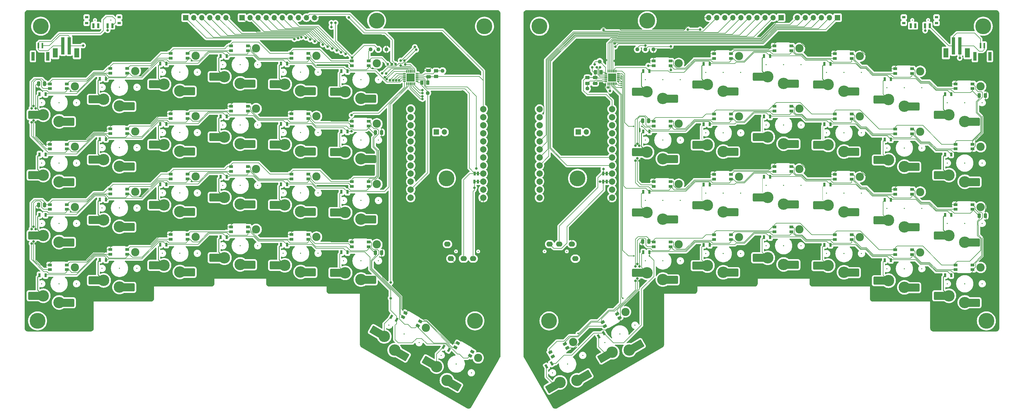
<source format=gbl>
%TF.GenerationSoftware,KiCad,Pcbnew,8.0.1*%
%TF.CreationDate,2024-03-27T08:46:18-04:00*%
%TF.ProjectId,split_keyboard,73706c69-745f-46b6-9579-626f6172642e,rev?*%
%TF.SameCoordinates,Original*%
%TF.FileFunction,Copper,L2,Bot*%
%TF.FilePolarity,Positive*%
%FSLAX46Y46*%
G04 Gerber Fmt 4.6, Leading zero omitted, Abs format (unit mm)*
G04 Created by KiCad (PCBNEW 8.0.1) date 2024-03-27 08:46:18*
%MOMM*%
%LPD*%
G01*
G04 APERTURE LIST*
G04 Aperture macros list*
%AMRoundRect*
0 Rectangle with rounded corners*
0 $1 Rounding radius*
0 $2 $3 $4 $5 $6 $7 $8 $9 X,Y pos of 4 corners*
0 Add a 4 corners polygon primitive as box body*
4,1,4,$2,$3,$4,$5,$6,$7,$8,$9,$2,$3,0*
0 Add four circle primitives for the rounded corners*
1,1,$1+$1,$2,$3*
1,1,$1+$1,$4,$5*
1,1,$1+$1,$6,$7*
1,1,$1+$1,$8,$9*
0 Add four rect primitives between the rounded corners*
20,1,$1+$1,$2,$3,$4,$5,0*
20,1,$1+$1,$4,$5,$6,$7,0*
20,1,$1+$1,$6,$7,$8,$9,0*
20,1,$1+$1,$8,$9,$2,$3,0*%
%AMRotRect*
0 Rectangle, with rotation*
0 The origin of the aperture is its center*
0 $1 length*
0 $2 width*
0 $3 Rotation angle, in degrees counterclockwise*
0 Add horizontal line*
21,1,$1,$2,0,0,$3*%
G04 Aperture macros list end*
%TA.AperFunction,EtchedComponent*%
%ADD10C,0.000000*%
%TD*%
%TA.AperFunction,SMDPad,CuDef*%
%ADD11R,1.200000X0.900000*%
%TD*%
%TA.AperFunction,ComponentPad*%
%ADD12C,2.900000*%
%TD*%
%TA.AperFunction,ConnectorPad*%
%ADD13C,5.000000*%
%TD*%
%TA.AperFunction,ComponentPad*%
%ADD14C,2.600000*%
%TD*%
%TA.AperFunction,ComponentPad*%
%ADD15C,3.600000*%
%TD*%
%TA.AperFunction,SMDPad,CuDef*%
%ADD16RoundRect,0.250000X1.675000X1.000000X-1.675000X1.000000X-1.675000X-1.000000X1.675000X-1.000000X0*%
%TD*%
%TA.AperFunction,ComponentPad*%
%ADD17R,1.700000X1.700000*%
%TD*%
%TA.AperFunction,ComponentPad*%
%ADD18O,1.700000X1.700000*%
%TD*%
%TA.AperFunction,SMDPad,CuDef*%
%ADD19RotRect,1.200000X0.900000X210.000000*%
%TD*%
%TA.AperFunction,SMDPad,CuDef*%
%ADD20RoundRect,0.250000X0.950593X1.703525X-1.950593X0.028525X-0.950593X-1.703525X1.950593X-0.028525X0*%
%TD*%
%TA.AperFunction,SMDPad,CuDef*%
%ADD21RotRect,1.200000X0.900000X330.000000*%
%TD*%
%TA.AperFunction,ComponentPad*%
%ADD22C,2.000000*%
%TD*%
%TA.AperFunction,ComponentPad*%
%ADD23O,2.000000X1.600000*%
%TD*%
%TA.AperFunction,SMDPad,CuDef*%
%ADD24RoundRect,0.250000X1.950593X0.028525X-0.950593X1.703525X-1.950593X-0.028525X0.950593X-1.703525X0*%
%TD*%
%TA.AperFunction,SMDPad,CuDef*%
%ADD25RoundRect,0.625000X0.000010X0.000010X-0.000010X0.000010X-0.000010X-0.000010X0.000010X-0.000010X0*%
%TD*%
%TA.AperFunction,SMDPad,CuDef*%
%ADD26RoundRect,0.250000X0.450000X-0.262500X0.450000X0.262500X-0.450000X0.262500X-0.450000X-0.262500X0*%
%TD*%
%TA.AperFunction,SMDPad,CuDef*%
%ADD27RotRect,0.700000X1.300000X150.000000*%
%TD*%
%TA.AperFunction,SMDPad,CuDef*%
%ADD28R,0.700000X1.300000*%
%TD*%
%TA.AperFunction,SMDPad,CuDef*%
%ADD29RoundRect,0.250000X0.250000X0.475000X-0.250000X0.475000X-0.250000X-0.475000X0.250000X-0.475000X0*%
%TD*%
%TA.AperFunction,SMDPad,CuDef*%
%ADD30R,1.000000X2.800000*%
%TD*%
%TA.AperFunction,SMDPad,CuDef*%
%ADD31R,0.600000X1.800000*%
%TD*%
%TA.AperFunction,SMDPad,CuDef*%
%ADD32R,0.700000X1.500000*%
%TD*%
%TA.AperFunction,SMDPad,CuDef*%
%ADD33R,1.000000X0.800000*%
%TD*%
%TA.AperFunction,SMDPad,CuDef*%
%ADD34RoundRect,0.250000X-0.250000X-0.475000X0.250000X-0.475000X0.250000X0.475000X-0.250000X0.475000X0*%
%TD*%
%TA.AperFunction,SMDPad,CuDef*%
%ADD35R,0.300000X0.850000*%
%TD*%
%TA.AperFunction,SMDPad,CuDef*%
%ADD36R,0.850000X0.300000*%
%TD*%
%TA.AperFunction,SMDPad,CuDef*%
%ADD37R,2.550000X2.550000*%
%TD*%
%TA.AperFunction,SMDPad,CuDef*%
%ADD38R,0.660400X1.270000*%
%TD*%
%TA.AperFunction,SMDPad,CuDef*%
%ADD39R,1.600000X3.000000*%
%TD*%
%TA.AperFunction,SMDPad,CuDef*%
%ADD40R,1.000000X5.500000*%
%TD*%
%TA.AperFunction,SMDPad,CuDef*%
%ADD41RoundRect,0.250000X-0.475000X0.250000X-0.475000X-0.250000X0.475000X-0.250000X0.475000X0.250000X0*%
%TD*%
%TA.AperFunction,SMDPad,CuDef*%
%ADD42RotRect,0.700000X1.300000X210.000000*%
%TD*%
%TA.AperFunction,SMDPad,CuDef*%
%ADD43RoundRect,0.250000X-0.450000X0.262500X-0.450000X-0.262500X0.450000X-0.262500X0.450000X0.262500X0*%
%TD*%
%TA.AperFunction,SMDPad,CuDef*%
%ADD44RoundRect,0.250000X0.475000X-0.250000X0.475000X0.250000X-0.475000X0.250000X-0.475000X-0.250000X0*%
%TD*%
%TA.AperFunction,SMDPad,CuDef*%
%ADD45RoundRect,0.250000X0.262500X0.450000X-0.262500X0.450000X-0.262500X-0.450000X0.262500X-0.450000X0*%
%TD*%
%TA.AperFunction,SMDPad,CuDef*%
%ADD46RoundRect,0.250000X-0.262500X-0.450000X0.262500X-0.450000X0.262500X0.450000X-0.262500X0.450000X0*%
%TD*%
%TA.AperFunction,ViaPad*%
%ADD47C,0.800000*%
%TD*%
%TA.AperFunction,ViaPad*%
%ADD48C,0.500000*%
%TD*%
%TA.AperFunction,Conductor*%
%ADD49C,0.200000*%
%TD*%
%TA.AperFunction,Conductor*%
%ADD50C,0.250000*%
%TD*%
%TA.AperFunction,Conductor*%
%ADD51C,0.100000*%
%TD*%
%ADD52C,0.350000*%
%ADD53C,0.300000*%
%ADD54O,1.300000X0.900000*%
G04 APERTURE END LIST*
D10*
%TA.AperFunction,EtchedComponent*%
%TO.C,L_JP3*%
G36*
X176614900Y-70254000D02*
G01*
X176114900Y-70254000D01*
X176114900Y-69954000D01*
X176614900Y-69954000D01*
X176614900Y-70254000D01*
G37*
%TD.AperFunction*%
%TA.AperFunction,EtchedComponent*%
%TO.C,R_JP4*%
G36*
X217254900Y-67714000D02*
G01*
X216754900Y-67714000D01*
X216754900Y-67414000D01*
X217254900Y-67414000D01*
X217254900Y-67714000D01*
G37*
%TD.AperFunction*%
%TA.AperFunction,EtchedComponent*%
%TO.C,L_JP4*%
G36*
X176678400Y-67714000D02*
G01*
X176178400Y-67714000D01*
X176178400Y-67414000D01*
X176678400Y-67414000D01*
X176678400Y-67714000D01*
G37*
%TD.AperFunction*%
%TA.AperFunction,EtchedComponent*%
%TO.C,R_JP3*%
G36*
X217254900Y-70254000D02*
G01*
X216754900Y-70254000D01*
X216754900Y-69954000D01*
X217254900Y-69954000D01*
X217254900Y-70254000D01*
G37*
%TD.AperFunction*%
%TD*%
D11*
%TO.P,L_LED15,1,VDD*%
%TO.N,L_VLED*%
X99050000Y-65375000D03*
%TO.P,L_LED15,2,DOUT*%
%TO.N,Net-(L_LED15-DOUT)*%
X99050000Y-66875000D03*
%TO.P,L_LED15,3,GND*%
%TO.N,L_GND*%
X104350000Y-66875000D03*
%TO.P,L_LED15,4,DIN*%
%TO.N,Net-(L_LED14-DOUT)*%
X104350000Y-65375000D03*
%TD*%
D12*
%TO.P,H_L3,1*%
%TO.N,N/C*%
X178963193Y-21100931D03*
D13*
X178963193Y-21100931D03*
%TD*%
D11*
%TO.P,L_LED8,1,VDD*%
%TO.N,L_VLED*%
X66250000Y-54968750D03*
%TO.P,L_LED8,2,DOUT*%
%TO.N,Net-(L_LED8-DOUT)*%
X66250000Y-53468750D03*
%TO.P,L_LED8,3,GND*%
%TO.N,L_GND*%
X60950000Y-53468750D03*
%TO.P,L_LED8,4,DIN*%
%TO.N,Net-(L_LED7-DOUT)*%
X60950000Y-54968750D03*
%TD*%
D14*
%TO.P,L_SW23,*%
%TO.N,*%
X125970000Y-87606250D03*
D15*
%TO.P,L_SW23,1,1*%
%TO.N,L_KEY_COL4*%
X120970000Y-98656250D03*
D16*
X123820000Y-98756250D03*
%TO.P,L_SW23,2,2*%
%TO.N,Net-(L_D23-A)*%
X113120000Y-96556250D03*
D15*
X115970000Y-96556250D03*
%TD*%
D14*
%TO.P,L_SW2,*%
%TO.N,*%
X125970000Y-30456250D03*
D15*
%TO.P,L_SW2,1,1*%
%TO.N,L_KEY_COL4*%
X120970000Y-41506250D03*
D16*
X123820000Y-41606250D03*
%TO.P,L_SW2,2,2*%
%TO.N,Net-(L_D2-A)*%
X113120000Y-39406250D03*
D15*
X115970000Y-39406250D03*
%TD*%
D11*
%TO.P,L_LED24,1,VDD*%
%TO.N,L_VLED*%
X142450000Y-90687500D03*
%TO.P,L_LED24,2,DOUT*%
%TO.N,Net-(L_LED24-DOUT)*%
X142450000Y-89187500D03*
%TO.P,L_LED24,3,GND*%
%TO.N,L_GND*%
X137150000Y-89187500D03*
%TO.P,L_LED24,4,DIN*%
%TO.N,Net-(L_LED23-DOUT)*%
X137150000Y-90687500D03*
%TD*%
D12*
%TO.P,H_L4,1*%
%TO.N,N/C*%
X166963193Y-69100931D03*
D13*
X166963193Y-69100931D03*
%TD*%
D14*
%TO.P,L_SW12,*%
%TO.N,*%
X145020000Y-51887500D03*
D15*
%TO.P,L_SW12,1,1*%
%TO.N,L_KEY_COL3*%
X140020000Y-62937500D03*
D16*
X142870000Y-63037500D03*
%TO.P,L_SW12,2,2*%
%TO.N,Net-(L_D12-A)*%
X132170000Y-60837500D03*
D15*
X135020000Y-60837500D03*
%TD*%
D14*
%TO.P,L_SW19,*%
%TO.N,*%
X49770000Y-97226500D03*
D15*
%TO.P,L_SW19,1,1*%
%TO.N,L_KEY_COL8*%
X44770000Y-108276500D03*
D16*
X47620000Y-108376500D03*
%TO.P,L_SW19,2,2*%
%TO.N,Net-(L_D19-A)*%
X36920000Y-106176500D03*
D15*
X39770000Y-106176500D03*
%TD*%
D11*
%TO.P,R_LED23,1,VDD*%
%TO.N,R_VLED*%
X251450000Y-86901500D03*
%TO.P,R_LED23,2,DOUT*%
%TO.N,Net-(R_LED23-DOUT)*%
X251450000Y-88401500D03*
%TO.P,R_LED23,3,GND*%
%TO.N,R_GND*%
X256750000Y-88401500D03*
%TO.P,R_LED23,4,DIN*%
%TO.N,Net-(R_LED22-DOUT)*%
X256750000Y-86901500D03*
%TD*%
D14*
%TO.P,R_SW19,*%
%TO.N,*%
X335520000Y-97226500D03*
D15*
%TO.P,R_SW19,1,1*%
%TO.N,R_KEY_COL1*%
X330520000Y-108276500D03*
D16*
X333370000Y-108376500D03*
%TO.P,R_SW19,2,2*%
%TO.N,Net-(R_D19-A)*%
X322670000Y-106176500D03*
D15*
X325520000Y-106176500D03*
%TD*%
D14*
%TO.P,L_SW11,*%
%TO.N,*%
X125970000Y-49506250D03*
D15*
%TO.P,L_SW11,1,1*%
%TO.N,L_KEY_COL4*%
X120970000Y-60556250D03*
D16*
X123820000Y-60656250D03*
%TO.P,L_SW11,2,2*%
%TO.N,Net-(L_D11-A)*%
X113120000Y-58456250D03*
D15*
X115970000Y-58456250D03*
%TD*%
D14*
%TO.P,R_SW5,*%
%TO.N,*%
X316470000Y-35314000D03*
D15*
%TO.P,R_SW5,1,1*%
%TO.N,R_KEY_COL2*%
X311470000Y-46364000D03*
D16*
X314320000Y-46464000D03*
%TO.P,R_SW5,2,2*%
%TO.N,Net-(R_D5-A)*%
X303620000Y-44264000D03*
D15*
X306470000Y-44264000D03*
%TD*%
D14*
%TO.P,L_SW4,*%
%TO.N,*%
X87870000Y-30456250D03*
D15*
%TO.P,L_SW4,1,1*%
%TO.N,L_KEY_COL6*%
X82870000Y-41506250D03*
D16*
X85720000Y-41606250D03*
%TO.P,L_SW4,2,2*%
%TO.N,Net-(L_D4-A)*%
X75020000Y-39406250D03*
D15*
X77870000Y-39406250D03*
%TD*%
D17*
%TO.P,L_IOExp_Pinout1,1,Pin_1*%
%TO.N,L_KEY_COL9*%
X84698971Y-18378012D03*
D18*
%TO.P,L_IOExp_Pinout1,2,Pin_2*%
%TO.N,L_KEY_COL10*%
X87238971Y-18378012D03*
%TO.P,L_IOExp_Pinout1,3,Pin_3*%
%TO.N,L_KEY_ROW5*%
X89778971Y-18378012D03*
%TO.P,L_IOExp_Pinout1,4,Pin_4*%
%TO.N,L_KEY_ROW6*%
X92318971Y-18378012D03*
%TO.P,L_IOExp_Pinout1,5,Pin_5*%
%TO.N,L_KEY_ROW7*%
X94858971Y-18378012D03*
%TO.P,L_IOExp_Pinout1,6,Pin_6*%
%TO.N,L_KEY_ROW8*%
X97398971Y-18378012D03*
%TD*%
D17*
%TO.P,R_IOExp_Pinout1,1,Pin_1*%
%TO.N,R_KEY_COL9*%
X290365119Y-18379491D03*
D18*
%TO.P,R_IOExp_Pinout1,2,Pin_2*%
%TO.N,R_KEY_COL10*%
X287825119Y-18379491D03*
%TO.P,R_IOExp_Pinout1,3,Pin_3*%
%TO.N,R_KEY_ROW5*%
X285285119Y-18379491D03*
%TO.P,R_IOExp_Pinout1,4,Pin_4*%
%TO.N,R_KEY_ROW6*%
X282745119Y-18379491D03*
%TO.P,R_IOExp_Pinout1,5,Pin_5*%
%TO.N,R_KEY_ROW7*%
X280205119Y-18379491D03*
%TO.P,R_IOExp_Pinout1,6,Pin_6*%
%TO.N,R_KEY_ROW8*%
X277665119Y-18379491D03*
%TD*%
D14*
%TO.P,L_SW16,*%
%TO.N,*%
X87870000Y-68556250D03*
D15*
%TO.P,L_SW16,1,1*%
%TO.N,L_KEY_COL6*%
X82870000Y-79606250D03*
D16*
X85720000Y-79706250D03*
%TO.P,L_SW16,2,2*%
%TO.N,Net-(L_D16-A)*%
X75020000Y-77506250D03*
D15*
X77870000Y-77506250D03*
%TD*%
D11*
%TO.P,R_LED14,1,VDD*%
%TO.N,R_VLED*%
X256750000Y-69351500D03*
%TO.P,R_LED14,2,DOUT*%
%TO.N,Net-(R_LED14-DOUT)*%
X256750000Y-67851500D03*
%TO.P,R_LED14,3,GND*%
%TO.N,R_GND*%
X251450000Y-67851500D03*
%TO.P,R_LED14,4,DIN*%
%TO.N,Net-(R_LED13-DOUT)*%
X251450000Y-69351500D03*
%TD*%
D12*
%TO.P,H_L5,1*%
%TO.N,N/C*%
X175963193Y-114100931D03*
D13*
X175963193Y-114100931D03*
%TD*%
D14*
%TO.P,R_SW22,*%
%TO.N,*%
X278370000Y-85225000D03*
D15*
%TO.P,R_SW22,1,1*%
%TO.N,R_KEY_COL4*%
X273370000Y-96275000D03*
D16*
X276220000Y-96375000D03*
%TO.P,R_SW22,2,2*%
%TO.N,Net-(R_D22-A)*%
X265520000Y-94175000D03*
D15*
X268370000Y-94175000D03*
%TD*%
D14*
%TO.P,L_SW18,*%
%TO.N,*%
X49770000Y-78176500D03*
D15*
%TO.P,L_SW18,1,1*%
%TO.N,L_KEY_COL8*%
X44770000Y-89226500D03*
D16*
X47620000Y-89326500D03*
%TO.P,L_SW18,2,2*%
%TO.N,Net-(L_D18-A)*%
X36920000Y-87126500D03*
D15*
X39770000Y-87126500D03*
%TD*%
D12*
%TO.P,H_L1,1*%
%TO.N,N/C*%
X37963193Y-114100931D03*
D13*
X37963193Y-114100931D03*
%TD*%
D19*
%TO.P,R_LED26,1,VDD*%
%TO.N,R_VLED*%
X199757879Y-124018165D03*
%TO.P,R_LED26,2,DOUT*%
%TO.N,unconnected-(R_LED26-DOUT-Pad2)*%
X200507879Y-125317203D03*
%TO.P,R_LED26,3,GND*%
%TO.N,R_GND*%
X205097813Y-122667203D03*
%TO.P,R_LED26,4,DIN*%
%TO.N,Net-(R_LED25-DOUT)*%
X204347813Y-121368165D03*
%TD*%
D14*
%TO.P,L_SW24,*%
%TO.N,*%
X145020000Y-89987500D03*
D15*
%TO.P,L_SW24,1,1*%
%TO.N,L_KEY_COL3*%
X140020000Y-101037500D03*
D16*
X142870000Y-101137500D03*
%TO.P,L_SW24,2,2*%
%TO.N,Net-(L_D24-A)*%
X132170000Y-98937500D03*
D15*
X135020000Y-98937500D03*
%TD*%
D14*
%TO.P,R_SW25,*%
%TO.N,*%
X223458098Y-111250985D03*
D15*
%TO.P,R_SW25,1,1*%
%TO.N,R_KEY_COL7*%
X224652971Y-123320566D03*
D20*
X227171144Y-121982168D03*
%TO.P,R_SW25,2,2*%
%TO.N,Net-(R_D25-A)*%
X216804672Y-125426913D03*
D15*
X219272844Y-124001913D03*
%TD*%
D14*
%TO.P,R_SW11,*%
%TO.N,*%
X259320000Y-49601499D03*
D15*
%TO.P,R_SW11,1,1*%
%TO.N,R_KEY_COL5*%
X254320000Y-60651499D03*
D16*
X257170000Y-60751499D03*
%TO.P,R_SW11,2,2*%
%TO.N,Net-(R_D11-A)*%
X246470000Y-58551499D03*
D15*
X249320000Y-58551499D03*
%TD*%
D11*
%TO.P,R_LED22,1,VDD*%
%TO.N,R_VLED*%
X270500000Y-84425000D03*
%TO.P,R_LED22,2,DOUT*%
%TO.N,Net-(R_LED22-DOUT)*%
X270500000Y-85925000D03*
%TO.P,R_LED22,3,GND*%
%TO.N,R_GND*%
X275800000Y-85925000D03*
%TO.P,R_LED22,4,DIN*%
%TO.N,Net-(R_LED21-DOUT)*%
X275800000Y-84425000D03*
%TD*%
%TO.P,R_LED8,1,VDD*%
%TO.N,R_VLED*%
X308600000Y-53564000D03*
%TO.P,R_LED8,2,DOUT*%
%TO.N,Net-(R_LED8-DOUT)*%
X308600000Y-55064000D03*
%TO.P,R_LED8,3,GND*%
%TO.N,R_GND*%
X313900000Y-55064000D03*
%TO.P,R_LED8,4,DIN*%
%TO.N,Net-(R_LED7-DOUT)*%
X313900000Y-53564000D03*
%TD*%
D21*
%TO.P,L_LED26,1,VDD*%
%TO.N,L_VLED*%
X174412155Y-125094246D03*
%TO.P,L_LED26,2,DOUT*%
%TO.N,unconnected-(L_LED26-DOUT-Pad2)*%
X175162155Y-123795208D03*
%TO.P,L_LED26,3,GND*%
%TO.N,L_GND*%
X170572221Y-121145208D03*
%TO.P,L_LED26,4,DIN*%
%TO.N,Net-(L_LED25-DOUT)*%
X169822221Y-122444246D03*
%TD*%
D17*
%TO.P,R_S3_Pinout1,1,Pin_1*%
%TO.N,R_GND*%
X272585119Y-18379491D03*
D18*
%TO.P,R_S3_Pinout1,2,Pin_2*%
%TO.N,R_U1_TXD*%
X270045119Y-18379491D03*
%TO.P,R_S3_Pinout1,3,Pin_3*%
%TO.N,R_U1_RXD*%
X267505119Y-18379491D03*
%TO.P,R_S3_Pinout1,4,Pin_4*%
%TO.N,R_SPI_CS*%
X264965119Y-18379491D03*
%TO.P,R_S3_Pinout1,5,Pin_5*%
%TO.N,R_SPI_D*%
X262425119Y-18379491D03*
%TO.P,R_S3_Pinout1,6,Pin_6*%
%TO.N,R_SPI_CLK*%
X259885119Y-18379491D03*
%TO.P,R_S3_Pinout1,7,Pin_7*%
%TO.N,R_SPI_Q*%
X257345119Y-18379491D03*
%TO.P,R_S3_Pinout1,8,Pin_8*%
%TO.N,R_+5V*%
X254805119Y-18379491D03*
%TO.P,R_S3_Pinout1,9,Pin_9*%
%TO.N,R_+3.3V*%
X252265119Y-18379491D03*
%TO.P,R_S3_Pinout1,10,Pin_10*%
%TO.N,R_GND*%
X249725119Y-18379491D03*
%TD*%
D14*
%TO.P,L_SW13,*%
%TO.N,*%
X145020000Y-70937500D03*
D15*
%TO.P,L_SW13,1,1*%
%TO.N,L_KEY_COL3*%
X140020000Y-81987500D03*
D16*
X142870000Y-82087500D03*
%TO.P,L_SW13,2,2*%
%TO.N,Net-(L_D13-A)*%
X132170000Y-79887500D03*
D15*
X135020000Y-79887500D03*
%TD*%
D14*
%TO.P,R_SW21,*%
%TO.N,*%
X297420000Y-87701500D03*
D15*
%TO.P,R_SW21,1,1*%
%TO.N,R_KEY_COL3*%
X292420000Y-98751500D03*
D16*
X295270000Y-98851500D03*
%TO.P,R_SW21,2,2*%
%TO.N,Net-(R_D21-A)*%
X284570000Y-96651500D03*
D15*
X287420000Y-96651500D03*
%TD*%
D22*
%TO.P,L_T-Display-S3,1,3v*%
%TO.N,L_+3.3V*%
X155700136Y-75184000D03*
%TO.P,L_T-Display-S3,2,1*%
%TO.N,L_IO_INT*%
X155700136Y-72644000D03*
%TO.P,L_T-Display-S3,3,2*%
%TO.N,L_LED_OUT*%
X155700136Y-70104000D03*
%TO.P,L_T-Display-S3,4,3*%
%TO.N,unconnected-(L_T-Display-S3-3-Pad4)*%
X155700136Y-67564000D03*
%TO.P,L_T-Display-S3,5,10*%
%TO.N,L_SPI_CS*%
X155700136Y-65024000D03*
%TO.P,L_T-Display-S3,6,11*%
%TO.N,L_SPI_D*%
X155700136Y-62484000D03*
%TO.P,L_T-Display-S3,7,12*%
%TO.N,L_SPI_CLK*%
X155700136Y-59944000D03*
%TO.P,L_T-Display-S3,8,13*%
%TO.N,L_SPI_Q*%
X155700136Y-57404000D03*
%TO.P,L_T-Display-S3,9,NC*%
%TO.N,unconnected-(L_T-Display-S3-NC-Pad9)*%
X155700136Y-54864000D03*
%TO.P,L_T-Display-S3,10,NC*%
%TO.N,unconnected-(L_T-Display-S3-NC-Pad10)*%
X155700136Y-52324000D03*
%TO.P,L_T-Display-S3,11,GND*%
%TO.N,L_GND*%
X155700136Y-49784000D03*
%TO.P,L_T-Display-S3,12,5V*%
%TO.N,L_+5V*%
X155700136Y-47244000D03*
%TO.P,L_T-Display-S3,13,GND*%
%TO.N,L_GND*%
X178562000Y-75184000D03*
%TO.P,L_T-Display-S3,14,GND*%
%TO.N,unconnected-(L_T-Display-S3-GND-Pad14)*%
X178562000Y-72644000D03*
%TO.P,L_T-Display-S3,15,43*%
%TO.N,Net-(L_JP3-B)*%
X178562000Y-70104000D03*
%TO.P,L_T-Display-S3,16,44*%
%TO.N,Net-(L_JP4-B)*%
X178562000Y-67564000D03*
%TO.P,L_T-Display-S3,17,18*%
%TO.N,L_U1_RXD*%
X178562000Y-65024000D03*
%TO.P,L_T-Display-S3,18,17*%
%TO.N,L_U1_TXD*%
X178562000Y-62484000D03*
%TO.P,L_T-Display-S3,19,21*%
%TO.N,unconnected-(L_T-Display-S3-21-Pad19)*%
X178562000Y-59944000D03*
%TO.P,L_T-Display-S3,20,16*%
%TO.N,unconnected-(L_T-Display-S3-16-Pad20)*%
X178562000Y-57404000D03*
%TO.P,L_T-Display-S3,21,NC*%
%TO.N,unconnected-(L_T-Display-S3-NC-Pad21)*%
X178562000Y-54864000D03*
%TO.P,L_T-Display-S3,22,GND*%
%TO.N,unconnected-(L_T-Display-S3-GND-Pad22)*%
X178562000Y-52324000D03*
%TO.P,L_T-Display-S3,23,GND*%
%TO.N,unconnected-(L_T-Display-S3-GND-Pad23)*%
X178562000Y-49784000D03*
%TO.P,L_T-Display-S3,24,3v*%
%TO.N,L_+3.3V*%
X178562000Y-47244000D03*
%TD*%
D11*
%TO.P,L_LED16,1,VDD*%
%TO.N,L_VLED*%
X80000000Y-67756250D03*
%TO.P,L_LED16,2,DOUT*%
%TO.N,Net-(L_LED16-DOUT)*%
X80000000Y-69256250D03*
%TO.P,L_LED16,3,GND*%
%TO.N,L_GND*%
X85300000Y-69256250D03*
%TO.P,L_LED16,4,DIN*%
%TO.N,Net-(L_LED15-DOUT)*%
X85300000Y-67756250D03*
%TD*%
D12*
%TO.P,H_R3,1*%
%TO.N,N/C*%
X196337892Y-21103888D03*
D13*
X196337892Y-21103888D03*
%TD*%
D14*
%TO.P,R_SW20,*%
%TO.N,*%
X316470000Y-92464000D03*
D15*
%TO.P,R_SW20,1,1*%
%TO.N,R_KEY_COL2*%
X311470000Y-103514000D03*
D16*
X314320000Y-103614000D03*
%TO.P,R_SW20,2,2*%
%TO.N,Net-(R_D20-A)*%
X303620000Y-101414000D03*
D15*
X306470000Y-101414000D03*
%TD*%
D11*
%TO.P,L_LED12,1,VDD*%
%TO.N,L_VLED*%
X142450000Y-52587500D03*
%TO.P,L_LED12,2,DOUT*%
%TO.N,Net-(L_LED12-DOUT)*%
X142450000Y-51087500D03*
%TO.P,L_LED12,3,GND*%
%TO.N,L_GND*%
X137150000Y-51087500D03*
%TO.P,L_LED12,4,DIN*%
%TO.N,Net-(L_LED11-DOUT)*%
X137150000Y-52587500D03*
%TD*%
%TO.P,R_LED7,1,VDD*%
%TO.N,R_VLED*%
X327650000Y-58326500D03*
%TO.P,R_LED7,2,DOUT*%
%TO.N,Net-(R_LED7-DOUT)*%
X327650000Y-59826500D03*
%TO.P,R_LED7,3,GND*%
%TO.N,R_GND*%
X332950000Y-59826500D03*
%TO.P,R_LED7,4,DIN*%
%TO.N,Net-(R_LED6-DOUT)*%
X332950000Y-58326500D03*
%TD*%
D14*
%TO.P,L_SW20,*%
%TO.N,*%
X68820000Y-92368750D03*
D15*
%TO.P,L_SW20,1,1*%
%TO.N,L_KEY_COL7*%
X63820000Y-103418750D03*
D16*
X66670000Y-103518750D03*
%TO.P,L_SW20,2,2*%
%TO.N,Net-(L_D20-A)*%
X55970000Y-101318750D03*
D15*
X58820000Y-101318750D03*
%TD*%
D11*
%TO.P,L_LED1,1,VDD*%
%TO.N,L_VLED*%
X137150000Y-32037500D03*
%TO.P,L_LED1,2,DOUT*%
%TO.N,Net-(L_LED1-DOUT)*%
X137150000Y-33537500D03*
%TO.P,L_LED1,3,GND*%
%TO.N,L_GND*%
X142450000Y-33537500D03*
%TO.P,L_LED1,4,DIN*%
%TO.N,L_LED_OUT*%
X142450000Y-32037500D03*
%TD*%
D14*
%TO.P,L_SW22,*%
%TO.N,*%
X106920000Y-85225000D03*
D15*
%TO.P,L_SW22,1,1*%
%TO.N,L_KEY_COL5*%
X101920000Y-96275000D03*
D16*
X104770000Y-96375000D03*
%TO.P,L_SW22,2,2*%
%TO.N,Net-(L_D22-A)*%
X94070000Y-94175000D03*
D15*
X96920000Y-94175000D03*
%TD*%
D11*
%TO.P,R_LED24,1,VDD*%
%TO.N,R_VLED*%
X232400000Y-89187500D03*
%TO.P,R_LED24,2,DOUT*%
%TO.N,Net-(R_LED24-DOUT)*%
X232400000Y-90687500D03*
%TO.P,R_LED24,3,GND*%
%TO.N,R_GND*%
X237700000Y-90687500D03*
%TO.P,R_LED24,4,DIN*%
%TO.N,Net-(R_LED23-DOUT)*%
X237700000Y-89187500D03*
%TD*%
D14*
%TO.P,L_SW15,*%
%TO.N,*%
X106920000Y-66175000D03*
D15*
%TO.P,L_SW15,1,1*%
%TO.N,L_KEY_COL5*%
X101920000Y-77225000D03*
D16*
X104770000Y-77325000D03*
%TO.P,L_SW15,2,2*%
%TO.N,Net-(L_D15-A)*%
X94070000Y-75125000D03*
D15*
X96920000Y-75125000D03*
%TD*%
D11*
%TO.P,L_LED9,1,VDD*%
%TO.N,L_VLED*%
X85300000Y-50206250D03*
%TO.P,L_LED9,2,DOUT*%
%TO.N,Net-(L_LED10-DIN)*%
X85300000Y-48706250D03*
%TO.P,L_LED9,3,GND*%
%TO.N,L_GND*%
X80000000Y-48706250D03*
%TO.P,L_LED9,4,DIN*%
%TO.N,Net-(L_LED8-DOUT)*%
X80000000Y-50206250D03*
%TD*%
%TO.P,R_LED21,1,VDD*%
%TO.N,R_VLED*%
X289550000Y-86901500D03*
%TO.P,R_LED21,2,DOUT*%
%TO.N,Net-(R_LED21-DOUT)*%
X289550000Y-88401500D03*
%TO.P,R_LED21,3,GND*%
%TO.N,R_GND*%
X294850000Y-88401500D03*
%TO.P,R_LED21,4,DIN*%
%TO.N,Net-(R_LED20-DOUT)*%
X294850000Y-86901500D03*
%TD*%
%TO.P,R_LED15,1,VDD*%
%TO.N,R_VLED*%
X275800000Y-66875000D03*
%TO.P,R_LED15,2,DOUT*%
%TO.N,Net-(R_LED15-DOUT)*%
X275800000Y-65375000D03*
%TO.P,R_LED15,3,GND*%
%TO.N,R_GND*%
X270500000Y-65375000D03*
%TO.P,R_LED15,4,DIN*%
%TO.N,Net-(R_LED14-DOUT)*%
X270500000Y-66875000D03*
%TD*%
D14*
%TO.P,L_SW3,*%
%TO.N,*%
X106920000Y-28075000D03*
D15*
%TO.P,L_SW3,1,1*%
%TO.N,L_KEY_COL5*%
X101920000Y-39125000D03*
D16*
X104770000Y-39225000D03*
%TO.P,L_SW3,2,2*%
%TO.N,Net-(L_D3-A)*%
X94070000Y-37025000D03*
D15*
X96920000Y-37025000D03*
%TD*%
D12*
%TO.P,H_R5,1*%
%TO.N,N/C*%
X199337892Y-114103888D03*
D13*
X199337892Y-114103888D03*
%TD*%
D14*
%TO.P,L_SW17,*%
%TO.N,*%
X68820000Y-73318750D03*
D15*
%TO.P,L_SW17,1,1*%
%TO.N,L_KEY_COL7*%
X63820000Y-84368750D03*
D16*
X66670000Y-84468750D03*
%TO.P,L_SW17,2,2*%
%TO.N,Net-(L_D17-A)*%
X55970000Y-82268750D03*
D15*
X58820000Y-82268750D03*
%TD*%
D11*
%TO.P,L_LED22,1,VDD*%
%TO.N,L_VLED*%
X104350000Y-85925000D03*
%TO.P,L_LED22,2,DOUT*%
%TO.N,Net-(L_LED22-DOUT)*%
X104350000Y-84425000D03*
%TO.P,L_LED22,3,GND*%
%TO.N,L_GND*%
X99050000Y-84425000D03*
%TO.P,L_LED22,4,DIN*%
%TO.N,Net-(L_LED21-DOUT)*%
X99050000Y-85925000D03*
%TD*%
%TO.P,L_LED3,1,VDD*%
%TO.N,L_VLED*%
X99050000Y-27275000D03*
%TO.P,L_LED3,2,DOUT*%
%TO.N,Net-(L_LED3-DOUT)*%
X99050000Y-28775000D03*
%TO.P,L_LED3,3,GND*%
%TO.N,L_GND*%
X104350000Y-28775000D03*
%TO.P,L_LED3,4,DIN*%
%TO.N,Net-(L_LED2-DOUT)*%
X104350000Y-27275000D03*
%TD*%
%TO.P,L_LED11,1,VDD*%
%TO.N,L_VLED*%
X123400000Y-50206250D03*
%TO.P,L_LED11,2,DOUT*%
%TO.N,Net-(L_LED11-DOUT)*%
X123400000Y-48706250D03*
%TO.P,L_LED11,3,GND*%
%TO.N,L_GND*%
X118100000Y-48706250D03*
%TO.P,L_LED11,4,DIN*%
%TO.N,Net-(L_LED10-DOUT)*%
X118100000Y-50206250D03*
%TD*%
D22*
%TO.P,R_T-Display-S3,1,3v*%
%TO.N,R_+3.3V*%
X196347071Y-75181116D03*
%TO.P,R_T-Display-S3,2,1*%
%TO.N,R_IO_INT*%
X196347071Y-72641116D03*
%TO.P,R_T-Display-S3,3,2*%
%TO.N,R_LED_OUT*%
X196347071Y-70101116D03*
%TO.P,R_T-Display-S3,4,3*%
%TO.N,unconnected-(R_T-Display-S3-3-Pad4)*%
X196347071Y-67561116D03*
%TO.P,R_T-Display-S3,5,10*%
%TO.N,R_SPI_CS*%
X196347071Y-65021116D03*
%TO.P,R_T-Display-S3,6,11*%
%TO.N,R_SPI_D*%
X196347071Y-62481116D03*
%TO.P,R_T-Display-S3,7,12*%
%TO.N,R_SPI_CLK*%
X196347071Y-59941116D03*
%TO.P,R_T-Display-S3,8,13*%
%TO.N,R_SPI_Q*%
X196347071Y-57401116D03*
%TO.P,R_T-Display-S3,9,NC*%
%TO.N,unconnected-(R_T-Display-S3-NC-Pad9)*%
X196347071Y-54861116D03*
%TO.P,R_T-Display-S3,10,NC*%
%TO.N,unconnected-(R_T-Display-S3-NC-Pad10)*%
X196347071Y-52321116D03*
%TO.P,R_T-Display-S3,11,GND*%
%TO.N,R_GND*%
X196347071Y-49781116D03*
%TO.P,R_T-Display-S3,12,5V*%
%TO.N,R_+5V*%
X196347071Y-47241116D03*
%TO.P,R_T-Display-S3,13,GND*%
%TO.N,R_GND*%
X219208935Y-75181116D03*
%TO.P,R_T-Display-S3,14,GND*%
%TO.N,unconnected-(R_T-Display-S3-GND-Pad14)*%
X219208935Y-72641116D03*
%TO.P,R_T-Display-S3,15,43*%
%TO.N,Net-(R_JP3-B)*%
X219208935Y-70101116D03*
%TO.P,R_T-Display-S3,16,44*%
%TO.N,Net-(R_JP4-B)*%
X219208935Y-67561116D03*
%TO.P,R_T-Display-S3,17,18*%
%TO.N,R_U1_RXD*%
X219208935Y-65021116D03*
%TO.P,R_T-Display-S3,18,17*%
%TO.N,R_U1_TXD*%
X219208935Y-62481116D03*
%TO.P,R_T-Display-S3,19,21*%
%TO.N,unconnected-(R_T-Display-S3-21-Pad19)*%
X219208935Y-59941116D03*
%TO.P,R_T-Display-S3,20,16*%
%TO.N,unconnected-(R_T-Display-S3-16-Pad20)*%
X219208935Y-57401116D03*
%TO.P,R_T-Display-S3,21,NC*%
%TO.N,unconnected-(R_T-Display-S3-NC-Pad21)*%
X219208935Y-54861116D03*
%TO.P,R_T-Display-S3,22,GND*%
%TO.N,unconnected-(R_T-Display-S3-GND-Pad22)*%
X219208935Y-52321116D03*
%TO.P,R_T-Display-S3,23,GND*%
%TO.N,unconnected-(R_T-Display-S3-GND-Pad23)*%
X219208935Y-49781116D03*
%TO.P,R_T-Display-S3,24,3v*%
%TO.N,R_+3.3V*%
X219208935Y-47241116D03*
%TD*%
D14*
%TO.P,R_SW12,*%
%TO.N,*%
X240270000Y-51887500D03*
D15*
%TO.P,R_SW12,1,1*%
%TO.N,R_KEY_COL6*%
X235270000Y-62937500D03*
D16*
X238120000Y-63037500D03*
%TO.P,R_SW12,2,2*%
%TO.N,Net-(R_D12-A)*%
X227420000Y-60837500D03*
D15*
X230270000Y-60837500D03*
%TD*%
D14*
%TO.P,R_SW16,*%
%TO.N,*%
X297420000Y-68651500D03*
D15*
%TO.P,R_SW16,1,1*%
%TO.N,R_KEY_COL3*%
X292420000Y-79701500D03*
D16*
X295270000Y-79801500D03*
%TO.P,R_SW16,2,2*%
%TO.N,Net-(R_D16-A)*%
X284570000Y-77601500D03*
D15*
X287420000Y-77601500D03*
%TD*%
D14*
%TO.P,R_SW24,*%
%TO.N,*%
X240270000Y-89987500D03*
D15*
%TO.P,R_SW24,1,1*%
%TO.N,R_KEY_COL6*%
X235270000Y-101037500D03*
D16*
X238120000Y-101137500D03*
%TO.P,R_SW24,2,2*%
%TO.N,Net-(R_D24-A)*%
X227420000Y-98937500D03*
D15*
X230270000Y-98937500D03*
%TD*%
D14*
%TO.P,L_SW7,*%
%TO.N,*%
X49770000Y-59126500D03*
D15*
%TO.P,L_SW7,1,1*%
%TO.N,L_KEY_COL8*%
X44770000Y-70176500D03*
D16*
X47620000Y-70276500D03*
%TO.P,L_SW7,2,2*%
%TO.N,Net-(L_D7-A)*%
X36920000Y-68076500D03*
D15*
X39770000Y-68076500D03*
%TD*%
D12*
%TO.P,H_R1,1*%
%TO.N,N/C*%
X337337892Y-114103888D03*
D13*
X337337892Y-114103888D03*
%TD*%
D11*
%TO.P,L_LED2,1,VDD*%
%TO.N,L_VLED*%
X118100000Y-29656250D03*
%TO.P,L_LED2,2,DOUT*%
%TO.N,Net-(L_LED2-DOUT)*%
X118100000Y-31156250D03*
%TO.P,L_LED2,3,GND*%
%TO.N,L_GND*%
X123400000Y-31156250D03*
%TO.P,L_LED2,4,DIN*%
%TO.N,Net-(L_LED1-DOUT)*%
X123400000Y-29656250D03*
%TD*%
D14*
%TO.P,R_SW15,*%
%TO.N,*%
X278370000Y-66175000D03*
D15*
%TO.P,R_SW15,1,1*%
%TO.N,R_KEY_COL4*%
X273370000Y-77225000D03*
D16*
X276220000Y-77325000D03*
%TO.P,R_SW15,2,2*%
%TO.N,Net-(R_D15-A)*%
X265520000Y-75125000D03*
D15*
X268370000Y-75125000D03*
%TD*%
D11*
%TO.P,L_LED13,1,VDD*%
%TO.N,L_VLED*%
X137150000Y-70137500D03*
%TO.P,L_LED13,2,DOUT*%
%TO.N,Net-(L_LED13-DOUT)*%
X137150000Y-71637500D03*
%TO.P,L_LED13,3,GND*%
%TO.N,L_GND*%
X142450000Y-71637500D03*
%TO.P,L_LED13,4,DIN*%
%TO.N,Net-(L_LED12-DOUT)*%
X142450000Y-70137500D03*
%TD*%
D14*
%TO.P,R_SW4,*%
%TO.N,*%
X297420000Y-30551500D03*
D15*
%TO.P,R_SW4,1,1*%
%TO.N,R_KEY_COL3*%
X292420000Y-41601500D03*
D16*
X295270000Y-41701500D03*
%TO.P,R_SW4,2,2*%
%TO.N,Net-(R_D4-A)*%
X284570000Y-39501500D03*
D15*
X287420000Y-39501500D03*
%TD*%
D17*
%TO.P,R_BAT_EXT2,1,Pin_1*%
%TO.N,R_VBAT*%
X208534000Y-54508400D03*
D18*
%TO.P,R_BAT_EXT2,2,Pin_2*%
%TO.N,Net-(R_BAT1-Pin_2)*%
X211074000Y-54508400D03*
%TD*%
D14*
%TO.P,R_SW2,*%
%TO.N,*%
X259320000Y-30551500D03*
D15*
%TO.P,R_SW2,1,1*%
%TO.N,R_KEY_COL5*%
X254320000Y-41601500D03*
D16*
X257170000Y-41701500D03*
%TO.P,R_SW2,2,2*%
%TO.N,Net-(R_D2-A)*%
X246470000Y-39501500D03*
D15*
X249320000Y-39501500D03*
%TD*%
D11*
%TO.P,L_LED18,1,VDD*%
%TO.N,L_VLED*%
X41900000Y-77376500D03*
%TO.P,L_LED18,2,DOUT*%
%TO.N,Net-(L_LED18-DOUT)*%
X41900000Y-78876500D03*
%TO.P,L_LED18,3,GND*%
%TO.N,L_GND*%
X47200000Y-78876500D03*
%TO.P,L_LED18,4,DIN*%
%TO.N,Net-(L_LED17-DOUT)*%
X47200000Y-77376500D03*
%TD*%
D14*
%TO.P,L_SW8,*%
%TO.N,*%
X68820000Y-54268750D03*
D15*
%TO.P,L_SW8,1,1*%
%TO.N,L_KEY_COL7*%
X63820000Y-65318750D03*
D16*
X66670000Y-65418750D03*
%TO.P,L_SW8,2,2*%
%TO.N,Net-(L_D8-A)*%
X55970000Y-63218750D03*
D15*
X58820000Y-63218750D03*
%TD*%
D14*
%TO.P,R_SW7,*%
%TO.N,*%
X335520000Y-59126500D03*
D15*
%TO.P,R_SW7,1,1*%
%TO.N,R_KEY_COL1*%
X330520000Y-70176500D03*
D16*
X333370000Y-70276500D03*
%TO.P,R_SW7,2,2*%
%TO.N,Net-(R_D7-A)*%
X322670000Y-68076500D03*
D15*
X325520000Y-68076500D03*
%TD*%
D11*
%TO.P,R_LED11,1,VDD*%
%TO.N,R_VLED*%
X251450000Y-48801499D03*
%TO.P,R_LED11,2,DOUT*%
%TO.N,Net-(R_LED11-DOUT)*%
X251450000Y-50301499D03*
%TO.P,R_LED11,3,GND*%
%TO.N,R_GND*%
X256750000Y-50301499D03*
%TO.P,R_LED11,4,DIN*%
%TO.N,Net-(R_LED10-DOUT)*%
X256750000Y-48801499D03*
%TD*%
%TO.P,R_LED2,1,VDD*%
%TO.N,R_VLED*%
X256750000Y-31251500D03*
%TO.P,R_LED2,2,DOUT*%
%TO.N,Net-(R_LED2-DOUT)*%
X256750000Y-29751500D03*
%TO.P,R_LED2,3,GND*%
%TO.N,R_GND*%
X251450000Y-29751500D03*
%TO.P,R_LED2,4,DIN*%
%TO.N,Net-(R_LED1-DOUT)*%
X251450000Y-31251500D03*
%TD*%
%TO.P,R_LED16,1,VDD*%
%TO.N,R_VLED*%
X294850000Y-69351500D03*
%TO.P,R_LED16,2,DOUT*%
%TO.N,Net-(R_LED16-DOUT)*%
X294850000Y-67851500D03*
%TO.P,R_LED16,3,GND*%
%TO.N,R_GND*%
X289550000Y-67851500D03*
%TO.P,R_LED16,4,DIN*%
%TO.N,Net-(R_LED15-DOUT)*%
X289550000Y-69351500D03*
%TD*%
%TO.P,L_LED10,1,VDD*%
%TO.N,L_VLED*%
X104350000Y-47825000D03*
%TO.P,L_LED10,2,DOUT*%
%TO.N,Net-(L_LED10-DOUT)*%
X104350000Y-46325000D03*
%TO.P,L_LED10,3,GND*%
%TO.N,L_GND*%
X99050000Y-46325000D03*
%TO.P,L_LED10,4,DIN*%
%TO.N,Net-(L_LED10-DIN)*%
X99050000Y-47825000D03*
%TD*%
%TO.P,L_LED7,1,VDD*%
%TO.N,L_VLED*%
X47200000Y-59826500D03*
%TO.P,L_LED7,2,DOUT*%
%TO.N,Net-(L_LED7-DOUT)*%
X47200000Y-58326500D03*
%TO.P,L_LED7,3,GND*%
%TO.N,L_GND*%
X41900000Y-58326500D03*
%TO.P,L_LED7,4,DIN*%
%TO.N,Net-(L_LED6-DOUT)*%
X41900000Y-59826500D03*
%TD*%
D23*
%TO.P,R_TRRS1,1,1*%
%TO.N,Net-(R_J1-Pin_2)*%
X207647071Y-94461116D03*
%TO.P,R_TRRS1,2,2*%
%TO.N,R_GND*%
X206547071Y-89861116D03*
%TO.P,R_TRRS1,3,3*%
%TO.N,R_SCL*%
X202547071Y-89861116D03*
%TO.P,R_TRRS1,4,4*%
%TO.N,R_SDA*%
X199547071Y-89861116D03*
%TD*%
D11*
%TO.P,R_LED3,1,VDD*%
%TO.N,R_VLED*%
X275800000Y-28775000D03*
%TO.P,R_LED3,2,DOUT*%
%TO.N,Net-(R_LED3-DOUT)*%
X275800000Y-27275000D03*
%TO.P,R_LED3,3,GND*%
%TO.N,R_GND*%
X270500000Y-27275000D03*
%TO.P,R_LED3,4,DIN*%
%TO.N,Net-(R_LED2-DOUT)*%
X270500000Y-28775000D03*
%TD*%
%TO.P,L_LED4,1,VDD*%
%TO.N,L_VLED*%
X80000000Y-29656250D03*
%TO.P,L_LED4,2,DOUT*%
%TO.N,Net-(L_LED4-DOUT)*%
X80000000Y-31156250D03*
%TO.P,L_LED4,3,GND*%
%TO.N,L_GND*%
X85300000Y-31156250D03*
%TO.P,L_LED4,4,DIN*%
%TO.N,Net-(L_LED3-DOUT)*%
X85300000Y-29656250D03*
%TD*%
D14*
%TO.P,R_SW3,*%
%TO.N,*%
X278370000Y-28075000D03*
D15*
%TO.P,R_SW3,1,1*%
%TO.N,R_KEY_COL4*%
X273370000Y-39125000D03*
D16*
X276220000Y-39225000D03*
%TO.P,R_SW3,2,2*%
%TO.N,Net-(R_D3-A)*%
X265520000Y-37025000D03*
D15*
X268370000Y-37025000D03*
%TD*%
D14*
%TO.P,R_SW9,*%
%TO.N,*%
X297420000Y-49601499D03*
D15*
%TO.P,R_SW9,1,1*%
%TO.N,R_KEY_COL3*%
X292420000Y-60651499D03*
D16*
X295270000Y-60751499D03*
%TO.P,R_SW9,2,2*%
%TO.N,Net-(R_D9-A)*%
X284570000Y-58551499D03*
D15*
X287420000Y-58551499D03*
%TD*%
D12*
%TO.P,H_R6,1*%
%TO.N,N/C*%
X230337892Y-19353888D03*
D13*
X230337892Y-19353888D03*
%TD*%
D14*
%TO.P,R_SW10,*%
%TO.N,*%
X278370000Y-47125000D03*
D15*
%TO.P,R_SW10,1,1*%
%TO.N,R_KEY_COL4*%
X273370000Y-58175000D03*
D16*
X276220000Y-58275000D03*
%TO.P,R_SW10,2,2*%
%TO.N,Net-(R_D10-A)*%
X265520000Y-56075000D03*
D15*
X268370000Y-56075000D03*
%TD*%
D14*
%TO.P,L_SW25,*%
%TO.N,*%
X160490057Y-116248028D03*
D15*
%TO.P,L_SW25,1,1*%
%TO.N,L_KEY_COL2*%
X150634930Y-123317609D03*
D24*
X153053103Y-124829211D03*
%TO.P,L_SW25,2,2*%
%TO.N,Net-(L_D25-A)*%
X144886631Y-117573956D03*
D15*
X147354803Y-118998956D03*
%TD*%
D11*
%TO.P,L_LED5,1,VDD*%
%TO.N,L_VLED*%
X60950000Y-34418750D03*
%TO.P,L_LED5,2,DOUT*%
%TO.N,Net-(L_LED5-DOUT)*%
X60950000Y-35918750D03*
%TO.P,L_LED5,3,GND*%
%TO.N,L_GND*%
X66250000Y-35918750D03*
%TO.P,L_LED5,4,DIN*%
%TO.N,Net-(L_LED4-DOUT)*%
X66250000Y-34418750D03*
%TD*%
D14*
%TO.P,R_SW6,*%
%TO.N,*%
X335520000Y-40076500D03*
D15*
%TO.P,R_SW6,1,1*%
%TO.N,R_KEY_COL1*%
X330520000Y-51126500D03*
D16*
X333370000Y-51226500D03*
%TO.P,R_SW6,2,2*%
%TO.N,Net-(R_D6-A)*%
X322670000Y-49026500D03*
D15*
X325520000Y-49026500D03*
%TD*%
D11*
%TO.P,R_LED20,1,VDD*%
%TO.N,R_VLED*%
X308600000Y-91664000D03*
%TO.P,R_LED20,2,DOUT*%
%TO.N,Net-(R_LED20-DOUT)*%
X308600000Y-93164000D03*
%TO.P,R_LED20,3,GND*%
%TO.N,R_GND*%
X313900000Y-93164000D03*
%TO.P,R_LED20,4,DIN*%
%TO.N,Net-(R_LED19-DOUT)*%
X313900000Y-91664000D03*
%TD*%
D17*
%TO.P,L_BAT_EXT2,1,Pin_1*%
%TO.N,L_VBAT*%
X163825000Y-54508400D03*
D18*
%TO.P,L_BAT_EXT2,2,Pin_2*%
%TO.N,Net-(L_BAT1-Pin_2)*%
X166365000Y-54508400D03*
%TD*%
D12*
%TO.P,H_L6,1*%
%TO.N,N/C*%
X144963193Y-19350931D03*
D13*
X144963193Y-19350931D03*
%TD*%
D14*
%TO.P,L_SW9,*%
%TO.N,*%
X87870000Y-49506250D03*
D15*
%TO.P,L_SW9,1,1*%
%TO.N,L_KEY_COL6*%
X82870000Y-60556250D03*
D16*
X85720000Y-60656250D03*
%TO.P,L_SW9,2,2*%
%TO.N,Net-(L_D9-A)*%
X75020000Y-58456250D03*
D15*
X77870000Y-58456250D03*
%TD*%
D11*
%TO.P,L_LED19,1,VDD*%
%TO.N,L_VLED*%
X47200000Y-97926500D03*
%TO.P,L_LED19,2,DOUT*%
%TO.N,Net-(L_LED19-DOUT)*%
X47200000Y-96426500D03*
%TO.P,L_LED19,3,GND*%
%TO.N,L_GND*%
X41900000Y-96426500D03*
%TO.P,L_LED19,4,DIN*%
%TO.N,Net-(L_LED18-DOUT)*%
X41900000Y-97926500D03*
%TD*%
%TO.P,L_LED21,1,VDD*%
%TO.N,L_VLED*%
X85300000Y-88306250D03*
%TO.P,L_LED21,2,DOUT*%
%TO.N,Net-(L_LED21-DOUT)*%
X85300000Y-86806250D03*
%TO.P,L_LED21,3,GND*%
%TO.N,L_GND*%
X80000000Y-86806250D03*
%TO.P,L_LED21,4,DIN*%
%TO.N,Net-(L_LED20-DOUT)*%
X80000000Y-88306250D03*
%TD*%
D19*
%TO.P,R_LED25,1,VDD*%
%TO.N,R_VLED*%
X216242479Y-114493165D03*
%TO.P,R_LED25,2,DOUT*%
%TO.N,Net-(R_LED25-DOUT)*%
X216992479Y-115792203D03*
%TO.P,R_LED25,3,GND*%
%TO.N,R_GND*%
X221582413Y-113142203D03*
%TO.P,R_LED25,4,DIN*%
%TO.N,Net-(R_LED24-DOUT)*%
X220832413Y-111843165D03*
%TD*%
D14*
%TO.P,L_SW14,*%
%TO.N,*%
X125970000Y-68556250D03*
D15*
%TO.P,L_SW14,1,1*%
%TO.N,L_KEY_COL4*%
X120970000Y-79606250D03*
D16*
X123820000Y-79706250D03*
%TO.P,L_SW14,2,2*%
%TO.N,Net-(L_D14-A)*%
X113120000Y-77506250D03*
D15*
X115970000Y-77506250D03*
%TD*%
D14*
%TO.P,L_SW6,*%
%TO.N,*%
X49770000Y-40076500D03*
D15*
%TO.P,L_SW6,1,1*%
%TO.N,L_KEY_COL8*%
X44770000Y-51126500D03*
D16*
X47620000Y-51226500D03*
%TO.P,L_SW6,2,2*%
%TO.N,Net-(L_D6-A)*%
X36920000Y-49026500D03*
D15*
X39770000Y-49026500D03*
%TD*%
D14*
%TO.P,R_SW14,*%
%TO.N,*%
X259320000Y-68651500D03*
D15*
%TO.P,R_SW14,1,1*%
%TO.N,R_KEY_COL5*%
X254320000Y-79701500D03*
D16*
X257170000Y-79801500D03*
%TO.P,R_SW14,2,2*%
%TO.N,Net-(R_D14-A)*%
X246470000Y-77601500D03*
D15*
X249320000Y-77601500D03*
%TD*%
D23*
%TO.P,TRRS_L1,1,1*%
%TO.N,Net-(L_J1-Pin_2)*%
X167285971Y-89859637D03*
%TO.P,TRRS_L1,2,2*%
%TO.N,L_GND*%
X168385971Y-94459637D03*
%TO.P,TRRS_L1,3,3*%
%TO.N,L_SCL*%
X172385971Y-94459637D03*
%TO.P,TRRS_L1,4,4*%
%TO.N,L_SDA*%
X175385971Y-94459637D03*
%TD*%
D11*
%TO.P,R_LED17,1,VDD*%
%TO.N,R_VLED*%
X313900000Y-74114000D03*
%TO.P,R_LED17,2,DOUT*%
%TO.N,Net-(R_LED17-DOUT)*%
X313900000Y-72614000D03*
%TO.P,R_LED17,3,GND*%
%TO.N,R_GND*%
X308600000Y-72614000D03*
%TO.P,R_LED17,4,DIN*%
%TO.N,Net-(R_LED16-DOUT)*%
X308600000Y-74114000D03*
%TD*%
D14*
%TO.P,R_SW18,*%
%TO.N,*%
X335520000Y-78176500D03*
D15*
%TO.P,R_SW18,1,1*%
%TO.N,R_KEY_COL1*%
X330520000Y-89226500D03*
D16*
X333370000Y-89326500D03*
%TO.P,R_SW18,2,2*%
%TO.N,Net-(R_D18-A)*%
X322670000Y-87126500D03*
D15*
X325520000Y-87126500D03*
%TD*%
D11*
%TO.P,R_LED9,1,VDD*%
%TO.N,R_VLED*%
X289550000Y-48801499D03*
%TO.P,R_LED9,2,DOUT*%
%TO.N,Net-(R_LED10-DIN)*%
X289550000Y-50301499D03*
%TO.P,R_LED9,3,GND*%
%TO.N,R_GND*%
X294850000Y-50301499D03*
%TO.P,R_LED9,4,DIN*%
%TO.N,Net-(R_LED8-DOUT)*%
X294850000Y-48801499D03*
%TD*%
%TO.P,R_LED12,1,VDD*%
%TO.N,R_VLED*%
X232400000Y-51087500D03*
%TO.P,R_LED12,2,DOUT*%
%TO.N,Net-(R_LED12-DOUT)*%
X232400000Y-52587500D03*
%TO.P,R_LED12,3,GND*%
%TO.N,R_GND*%
X237700000Y-52587500D03*
%TO.P,R_LED12,4,DIN*%
%TO.N,Net-(R_LED11-DOUT)*%
X237700000Y-51087500D03*
%TD*%
%TO.P,R_LED4,1,VDD*%
%TO.N,R_VLED*%
X294850000Y-31251500D03*
%TO.P,R_LED4,2,DOUT*%
%TO.N,Net-(R_LED4-DOUT)*%
X294850000Y-29751500D03*
%TO.P,R_LED4,3,GND*%
%TO.N,R_GND*%
X289550000Y-29751500D03*
%TO.P,R_LED4,4,DIN*%
%TO.N,Net-(R_LED3-DOUT)*%
X289550000Y-31251500D03*
%TD*%
%TO.P,R_LED13,1,VDD*%
%TO.N,R_VLED*%
X237700000Y-71637500D03*
%TO.P,R_LED13,2,DOUT*%
%TO.N,Net-(R_LED13-DOUT)*%
X237700000Y-70137500D03*
%TO.P,R_LED13,3,GND*%
%TO.N,R_GND*%
X232400000Y-70137500D03*
%TO.P,R_LED13,4,DIN*%
%TO.N,Net-(R_LED12-DOUT)*%
X232400000Y-71637500D03*
%TD*%
%TO.P,R_LED1,1,VDD*%
%TO.N,R_VLED*%
X237700000Y-33537500D03*
%TO.P,R_LED1,2,DOUT*%
%TO.N,Net-(R_LED1-DOUT)*%
X237700000Y-32037500D03*
%TO.P,R_LED1,3,GND*%
%TO.N,R_GND*%
X232400000Y-32037500D03*
%TO.P,R_LED1,4,DIN*%
%TO.N,R_LED_OUT*%
X232400000Y-33537500D03*
%TD*%
D14*
%TO.P,L_SW10,*%
%TO.N,*%
X106920000Y-47125000D03*
D15*
%TO.P,L_SW10,1,1*%
%TO.N,L_KEY_COL5*%
X101920000Y-58175000D03*
D16*
X104770000Y-58275000D03*
%TO.P,L_SW10,2,2*%
%TO.N,Net-(L_D10-A)*%
X94070000Y-56075000D03*
D15*
X96920000Y-56075000D03*
%TD*%
D11*
%TO.P,L_LED23,1,VDD*%
%TO.N,L_VLED*%
X123400000Y-88306250D03*
%TO.P,L_LED23,2,DOUT*%
%TO.N,Net-(L_LED23-DOUT)*%
X123400000Y-86806250D03*
%TO.P,L_LED23,3,GND*%
%TO.N,L_GND*%
X118100000Y-86806250D03*
%TO.P,L_LED23,4,DIN*%
%TO.N,Net-(L_LED22-DOUT)*%
X118100000Y-88306250D03*
%TD*%
D14*
%TO.P,R_SW23,*%
%TO.N,*%
X259320000Y-87701500D03*
D15*
%TO.P,R_SW23,1,1*%
%TO.N,R_KEY_COL5*%
X254320000Y-98751500D03*
D16*
X257170000Y-98851500D03*
%TO.P,R_SW23,2,2*%
%TO.N,Net-(R_D23-A)*%
X246470000Y-96651500D03*
D15*
X249320000Y-96651500D03*
%TD*%
D17*
%TO.P,L_S3_Pinout1,1,Pin_1*%
%TO.N,L_GND*%
X102478971Y-18378012D03*
D18*
%TO.P,L_S3_Pinout1,2,Pin_2*%
%TO.N,L_U1_TXD*%
X105018971Y-18378012D03*
%TO.P,L_S3_Pinout1,3,Pin_3*%
%TO.N,L_U1_RXD*%
X107558971Y-18378012D03*
%TO.P,L_S3_Pinout1,4,Pin_4*%
%TO.N,L_SPI_CS*%
X110098971Y-18378012D03*
%TO.P,L_S3_Pinout1,5,Pin_5*%
%TO.N,L_SPI_D*%
X112638971Y-18378012D03*
%TO.P,L_S3_Pinout1,6,Pin_6*%
%TO.N,L_SPI_CLK*%
X115178971Y-18378012D03*
%TO.P,L_S3_Pinout1,7,Pin_7*%
%TO.N,L_SPI_Q*%
X117718971Y-18378012D03*
%TO.P,L_S3_Pinout1,8,Pin_8*%
%TO.N,L_+5V*%
X120258971Y-18378012D03*
%TO.P,L_S3_Pinout1,9,Pin_9*%
%TO.N,L_+3.3V*%
X122798971Y-18378012D03*
%TO.P,L_S3_Pinout1,10,Pin_10*%
%TO.N,L_GND*%
X125338971Y-18378012D03*
%TD*%
D14*
%TO.P,R_SW26,*%
%TO.N,*%
X206973498Y-120775985D03*
D15*
%TO.P,R_SW26,1,1*%
%TO.N,R_KEY_COL8*%
X208168371Y-132845566D03*
D20*
X210686544Y-131507168D03*
%TO.P,R_SW26,2,2*%
%TO.N,Net-(R_D26-A)*%
X200320072Y-134951913D03*
D15*
X202788244Y-133526913D03*
%TD*%
D14*
%TO.P,R_SW1,*%
%TO.N,*%
X240270000Y-32837500D03*
D15*
%TO.P,R_SW1,1,1*%
%TO.N,R_KEY_COL6*%
X235270000Y-43887500D03*
D16*
X238120000Y-43987500D03*
%TO.P,R_SW1,2,2*%
%TO.N,Net-(R_D1-A)*%
X227420000Y-41787500D03*
D15*
X230270000Y-41787500D03*
%TD*%
D14*
%TO.P,L_SW1,*%
%TO.N,*%
X145020000Y-32837500D03*
D15*
%TO.P,L_SW1,1,1*%
%TO.N,L_KEY_COL3*%
X140020000Y-43887500D03*
D16*
X142870000Y-43987500D03*
%TO.P,L_SW1,2,2*%
%TO.N,Net-(L_D1-A)*%
X132170000Y-41787500D03*
D15*
X135020000Y-41787500D03*
%TD*%
D14*
%TO.P,R_SW8,*%
%TO.N,*%
X316470000Y-54364000D03*
D15*
%TO.P,R_SW8,1,1*%
%TO.N,R_KEY_COL2*%
X311470000Y-65414000D03*
D16*
X314320000Y-65514000D03*
%TO.P,R_SW8,2,2*%
%TO.N,Net-(R_D8-A)*%
X303620000Y-63314000D03*
D15*
X306470000Y-63314000D03*
%TD*%
D12*
%TO.P,H_R2,1*%
%TO.N,N/C*%
X336337892Y-21103888D03*
D13*
X336337892Y-21103888D03*
%TD*%
D11*
%TO.P,R_LED6,1,VDD*%
%TO.N,R_VLED*%
X332950000Y-40776500D03*
%TO.P,R_LED6,2,DOUT*%
%TO.N,Net-(R_LED6-DOUT)*%
X332950000Y-39276500D03*
%TO.P,R_LED6,3,GND*%
%TO.N,R_GND*%
X327650000Y-39276500D03*
%TO.P,R_LED6,4,DIN*%
%TO.N,Net-(R_LED5-DOUT)*%
X327650000Y-40776500D03*
%TD*%
D14*
%TO.P,L_SW5,*%
%TO.N,*%
X68820000Y-35218750D03*
D15*
%TO.P,L_SW5,1,1*%
%TO.N,L_KEY_COL7*%
X63820000Y-46268750D03*
D16*
X66670000Y-46368750D03*
%TO.P,L_SW5,2,2*%
%TO.N,Net-(L_D5-A)*%
X55970000Y-44168750D03*
D15*
X58820000Y-44168750D03*
%TD*%
D12*
%TO.P,H_L2,1*%
%TO.N,N/C*%
X38963193Y-21100931D03*
D13*
X38963193Y-21100931D03*
%TD*%
D11*
%TO.P,R_LED10,1,VDD*%
%TO.N,R_VLED*%
X270500000Y-46325000D03*
%TO.P,R_LED10,2,DOUT*%
%TO.N,Net-(R_LED10-DOUT)*%
X270500000Y-47825000D03*
%TO.P,R_LED10,3,GND*%
%TO.N,R_GND*%
X275800000Y-47825000D03*
%TO.P,R_LED10,4,DIN*%
%TO.N,Net-(R_LED10-DIN)*%
X275800000Y-46325000D03*
%TD*%
D14*
%TO.P,R_SW17,*%
%TO.N,*%
X316470000Y-73414000D03*
D15*
%TO.P,R_SW17,1,1*%
%TO.N,R_KEY_COL2*%
X311470000Y-84464000D03*
D16*
X314320000Y-84564000D03*
%TO.P,R_SW17,2,2*%
%TO.N,Net-(R_D17-A)*%
X303620000Y-82364000D03*
D15*
X306470000Y-82364000D03*
%TD*%
D21*
%TO.P,L_LED25,1,VDD*%
%TO.N,L_VLED*%
X157914371Y-115569246D03*
%TO.P,L_LED25,2,DOUT*%
%TO.N,Net-(L_LED25-DOUT)*%
X158664371Y-114270208D03*
%TO.P,L_LED25,3,GND*%
%TO.N,L_GND*%
X154074437Y-111620208D03*
%TO.P,L_LED25,4,DIN*%
%TO.N,Net-(L_LED24-DOUT)*%
X153324437Y-112919246D03*
%TD*%
D11*
%TO.P,L_LED20,1,VDD*%
%TO.N,L_VLED*%
X66250000Y-93068750D03*
%TO.P,L_LED20,2,DOUT*%
%TO.N,Net-(L_LED20-DOUT)*%
X66250000Y-91568750D03*
%TO.P,L_LED20,3,GND*%
%TO.N,L_GND*%
X60950000Y-91568750D03*
%TO.P,L_LED20,4,DIN*%
%TO.N,Net-(L_LED19-DOUT)*%
X60950000Y-93068750D03*
%TD*%
D12*
%TO.P,H_R4,1*%
%TO.N,N/C*%
X208337892Y-69103888D03*
D13*
X208337892Y-69103888D03*
%TD*%
D11*
%TO.P,R_LED19,1,VDD*%
%TO.N,R_VLED*%
X327650000Y-96426500D03*
%TO.P,R_LED19,2,DOUT*%
%TO.N,Net-(R_LED19-DOUT)*%
X327650000Y-97926500D03*
%TO.P,R_LED19,3,GND*%
%TO.N,R_GND*%
X332950000Y-97926500D03*
%TO.P,R_LED19,4,DIN*%
%TO.N,Net-(R_LED18-DOUT)*%
X332950000Y-96426500D03*
%TD*%
%TO.P,L_LED17,1,VDD*%
%TO.N,L_VLED*%
X60950000Y-72518750D03*
%TO.P,L_LED17,2,DOUT*%
%TO.N,Net-(L_LED17-DOUT)*%
X60950000Y-74018750D03*
%TO.P,L_LED17,3,GND*%
%TO.N,L_GND*%
X66250000Y-74018750D03*
%TO.P,L_LED17,4,DIN*%
%TO.N,Net-(L_LED16-DOUT)*%
X66250000Y-72518750D03*
%TD*%
D14*
%TO.P,L_SW26,*%
%TO.N,*%
X176987841Y-125773028D03*
D15*
%TO.P,L_SW26,1,1*%
%TO.N,L_KEY_COL1*%
X167132714Y-132842609D03*
D24*
X169550887Y-134354211D03*
%TO.P,L_SW26,2,2*%
%TO.N,Net-(L_D26-A)*%
X161384415Y-127098956D03*
D15*
X163852587Y-128523956D03*
%TD*%
D11*
%TO.P,L_LED14,1,VDD*%
%TO.N,L_VLED*%
X118100000Y-67756250D03*
%TO.P,L_LED14,2,DOUT*%
%TO.N,Net-(L_LED14-DOUT)*%
X118100000Y-69256250D03*
%TO.P,L_LED14,3,GND*%
%TO.N,L_GND*%
X123400000Y-69256250D03*
%TO.P,L_LED14,4,DIN*%
%TO.N,Net-(L_LED13-DOUT)*%
X123400000Y-67756250D03*
%TD*%
%TO.P,R_LED18,1,VDD*%
%TO.N,R_VLED*%
X332950000Y-78876500D03*
%TO.P,R_LED18,2,DOUT*%
%TO.N,Net-(R_LED18-DOUT)*%
X332950000Y-77376500D03*
%TO.P,R_LED18,3,GND*%
%TO.N,R_GND*%
X327650000Y-77376500D03*
%TO.P,R_LED18,4,DIN*%
%TO.N,Net-(R_LED17-DOUT)*%
X327650000Y-78876500D03*
%TD*%
D14*
%TO.P,R_SW13,*%
%TO.N,*%
X240270000Y-70937500D03*
D15*
%TO.P,R_SW13,1,1*%
%TO.N,R_KEY_COL6*%
X235270000Y-81987500D03*
D16*
X238120000Y-82087500D03*
%TO.P,R_SW13,2,2*%
%TO.N,Net-(R_D13-A)*%
X227420000Y-79887500D03*
D15*
X230270000Y-79887500D03*
%TD*%
D11*
%TO.P,R_LED5,1,VDD*%
%TO.N,R_VLED*%
X313900000Y-36014000D03*
%TO.P,R_LED5,2,DOUT*%
%TO.N,Net-(R_LED5-DOUT)*%
X313900000Y-34514000D03*
%TO.P,R_LED5,3,GND*%
%TO.N,R_GND*%
X308600000Y-34514000D03*
%TO.P,R_LED5,4,DIN*%
%TO.N,Net-(R_LED4-DOUT)*%
X308600000Y-36014000D03*
%TD*%
D14*
%TO.P,L_SW21,*%
%TO.N,*%
X87870000Y-87606250D03*
D15*
%TO.P,L_SW21,1,1*%
%TO.N,L_KEY_COL6*%
X82870000Y-98656250D03*
D16*
X85720000Y-98756250D03*
%TO.P,L_SW21,2,2*%
%TO.N,Net-(L_D21-A)*%
X75020000Y-96556250D03*
D15*
X77870000Y-96556250D03*
%TD*%
D11*
%TO.P,L_LED6,1,VDD*%
%TO.N,L_VLED*%
X41900000Y-39276500D03*
%TO.P,L_LED6,2,DOUT*%
%TO.N,Net-(L_LED6-DOUT)*%
X41900000Y-40776500D03*
%TO.P,L_LED6,3,GND*%
%TO.N,L_GND*%
X47200000Y-40776500D03*
%TO.P,L_LED6,4,DIN*%
%TO.N,Net-(L_LED5-DOUT)*%
X47200000Y-39276500D03*
%TD*%
D25*
%TO.P,R_TP_RST1,1,1*%
%TO.N,Net-(R_IO1-~{RESET})*%
X211429600Y-40792400D03*
%TD*%
D26*
%TO.P,L_R2,1*%
%TO.N,L_+3.3V*%
X163703000Y-36980500D03*
%TO.P,L_R2,2*%
%TO.N,Net-(L_IO1-~{RESET})*%
X163703000Y-35155500D03*
%TD*%
D27*
%TO.P,L_D26,1,K*%
%TO.N,L_KEY_ROW4*%
X167734786Y-123259791D03*
%TO.P,L_D26,2,A*%
%TO.N,Net-(L_D26-A)*%
X166089338Y-122309791D03*
%TD*%
D25*
%TO.P,R_TP_VCC1,1,1*%
%TO.N,R_VLED*%
X229744510Y-28397200D03*
%TD*%
%TO.P,L_TP_GND1,1,1*%
%TO.N,L_GND*%
X148031200Y-28397200D03*
%TD*%
D28*
%TO.P,R_D17,1,K*%
%TO.N,R_KEY_ROW2*%
X307200000Y-75864000D03*
%TO.P,R_D17,2,A*%
%TO.N,Net-(R_D17-A)*%
X305300000Y-75864000D03*
%TD*%
D29*
%TO.P,R_C4,1*%
%TO.N,R_VLED*%
X230820000Y-89027000D03*
%TO.P,R_C4,2*%
%TO.N,R_GND*%
X228920000Y-89027000D03*
%TD*%
D28*
%TO.P,L_D23,1,K*%
%TO.N,L_KEY_ROW4*%
X116700000Y-90056250D03*
%TO.P,L_D23,2,A*%
%TO.N,Net-(L_D23-A)*%
X114800000Y-90056250D03*
%TD*%
D30*
%TO.P,R_BAT2,*%
%TO.N,*%
X333728071Y-30591991D03*
X338428071Y-30591991D03*
D31*
%TO.P,R_BAT2,1,Pin_1*%
%TO.N,Net-(R_BAT1-Pin_1)*%
X335453071Y-27241991D03*
%TO.P,R_BAT2,2,Pin_2*%
%TO.N,Net-(R_BAT1-Pin_2)*%
X336703071Y-27241991D03*
%TD*%
D32*
%TO.P,L_SWB1,1,NO_1*%
%TO.N,unconnected-(L_SWB1-NO_1-Pad1)*%
X55585971Y-20909637D03*
%TO.P,L_SWB1,2,NC*%
%TO.N,unconnected-(L_SWB1-NC-Pad2)*%
X57085971Y-20909637D03*
%TO.P,L_SWB1,3,COM*%
%TO.N,L_VBAT*%
X60085971Y-20909637D03*
%TO.P,L_SWB1,4,NO_2*%
%TO.N,Net-(L_BAT1-Pin_1)*%
X61585971Y-20909637D03*
D33*
%TO.P,L_SWB1,MP1,MP1*%
%TO.N,unconnected-(L_SWB1-PadMP1)*%
X53435971Y-20124637D03*
%TO.P,L_SWB1,MP2,MP2*%
%TO.N,unconnected-(L_SWB1-PadMP2)*%
X63735971Y-20124637D03*
%TO.P,L_SWB1,MP3,MP3*%
%TO.N,unconnected-(L_SWB1-PadMP3)*%
X53435971Y-18194637D03*
%TO.P,L_SWB1,MP4,MP4*%
%TO.N,unconnected-(L_SWB1-PadMP4)*%
X63735971Y-18194637D03*
%TD*%
D28*
%TO.P,R_D20,1,K*%
%TO.N,R_KEY_ROW1*%
X307200000Y-94914000D03*
%TO.P,R_D20,2,A*%
%TO.N,Net-(R_D20-A)*%
X305300000Y-94914000D03*
%TD*%
D34*
%TO.P,R_C1,1*%
%TO.N,R_VLED*%
X335092000Y-42926000D03*
%TO.P,R_C1,2*%
%TO.N,R_GND*%
X336992000Y-42926000D03*
%TD*%
%TO.P,L_C4,1*%
%TO.N,L_VLED*%
X144592000Y-92583000D03*
%TO.P,L_C4,2*%
%TO.N,L_GND*%
X146492000Y-92583000D03*
%TD*%
D28*
%TO.P,L_D13,1,K*%
%TO.N,L_KEY_ROW3*%
X135750000Y-73387500D03*
%TO.P,L_D13,2,A*%
%TO.N,Net-(L_D13-A)*%
X133850000Y-73387500D03*
%TD*%
D35*
%TO.P,L_IO1,1,ROW7*%
%TO.N,L_KEY_ROW8*%
X156950136Y-39194000D03*
%TO.P,L_IO1,2,ROW6*%
%TO.N,L_KEY_ROW7*%
X156450136Y-39194000D03*
%TO.P,L_IO1,3,ROW5*%
%TO.N,L_KEY_ROW6*%
X155950136Y-39194000D03*
%TO.P,L_IO1,4,ROW4*%
%TO.N,L_KEY_ROW5*%
X155450136Y-39194000D03*
%TO.P,L_IO1,5,ROW3*%
%TO.N,L_KEY_ROW4*%
X154950136Y-39194000D03*
%TO.P,L_IO1,6,ROW2*%
%TO.N,L_KEY_ROW3*%
X154450136Y-39194000D03*
D36*
%TO.P,L_IO1,7,ROW1*%
%TO.N,L_KEY_ROW2*%
X153750136Y-38494000D03*
%TO.P,L_IO1,8,ROW0*%
%TO.N,L_KEY_ROW1*%
X153750136Y-37994000D03*
%TO.P,L_IO1,9,COL0*%
%TO.N,L_KEY_COL1*%
X153750136Y-37494000D03*
%TO.P,L_IO1,10,COL1*%
%TO.N,L_KEY_COL2*%
X153750136Y-36994000D03*
%TO.P,L_IO1,11,COL2*%
%TO.N,L_KEY_COL3*%
X153750136Y-36494000D03*
%TO.P,L_IO1,12,COL3*%
%TO.N,L_KEY_COL4*%
X153750136Y-35994000D03*
D35*
%TO.P,L_IO1,13,COL4*%
%TO.N,L_KEY_COL5*%
X154450136Y-35294000D03*
%TO.P,L_IO1,14,COL5*%
%TO.N,L_KEY_COL6*%
X154950136Y-35294000D03*
%TO.P,L_IO1,15,COL6*%
%TO.N,L_KEY_COL7*%
X155450136Y-35294000D03*
%TO.P,L_IO1,16,COL7*%
%TO.N,L_KEY_COL8*%
X155950136Y-35294000D03*
%TO.P,L_IO1,17,COL8*%
%TO.N,L_KEY_COL9*%
X156450136Y-35294000D03*
%TO.P,L_IO1,18,COL9*%
%TO.N,L_KEY_COL10*%
X156950136Y-35294000D03*
D36*
%TO.P,L_IO1,19,GND*%
%TO.N,L_GND*%
X157650136Y-35994000D03*
%TO.P,L_IO1,20,~{RESET}*%
%TO.N,Net-(L_IO1-~{RESET})*%
X157650136Y-36494000D03*
%TO.P,L_IO1,21,VCC*%
%TO.N,L_+3.3V*%
X157650136Y-36994000D03*
%TO.P,L_IO1,22,SDA*%
%TO.N,L_SDA*%
X157650136Y-37494000D03*
%TO.P,L_IO1,23,SCL*%
%TO.N,L_SCL*%
X157650136Y-37994000D03*
%TO.P,L_IO1,24,~{INT}*%
%TO.N,L_IO_INT*%
X157650136Y-38494000D03*
D37*
%TO.P,L_IO1,25,EP*%
%TO.N,unconnected-(L_IO1-EP-Pad25)*%
X155700136Y-37244000D03*
%TD*%
D28*
%TO.P,R_D6,1,K*%
%TO.N,R_KEY_ROW4*%
X326250000Y-42526500D03*
%TO.P,R_D6,2,A*%
%TO.N,Net-(R_D6-A)*%
X324350000Y-42526500D03*
%TD*%
%TO.P,L_D7,1,K*%
%TO.N,L_KEY_ROW2*%
X40500000Y-61576500D03*
%TO.P,L_D7,2,A*%
%TO.N,Net-(L_D7-A)*%
X38600000Y-61576500D03*
%TD*%
D29*
%TO.P,R_C2,1*%
%TO.N,R_VLED*%
X230759000Y-50927000D03*
%TO.P,R_C2,2*%
%TO.N,R_GND*%
X228859000Y-50927000D03*
%TD*%
D38*
%TO.P,L_JP3,1,A*%
%TO.N,L_SDA*%
X175844200Y-70104000D03*
%TO.P,L_JP3,2,B*%
%TO.N,Net-(L_JP3-B)*%
X176885600Y-70104000D03*
%TD*%
D29*
%TO.P,L_C3,1*%
%TO.N,L_VLED*%
X40193000Y-77470000D03*
%TO.P,L_C3,2*%
%TO.N,L_GND*%
X38293000Y-77470000D03*
%TD*%
D28*
%TO.P,L_D5,1,K*%
%TO.N,L_KEY_ROW1*%
X59550000Y-37668750D03*
%TO.P,L_D5,2,A*%
%TO.N,Net-(L_D5-A)*%
X57650000Y-37668750D03*
%TD*%
D35*
%TO.P,R_IO1,1,ROW7*%
%TO.N,R_KEY_ROW8*%
X217958935Y-35291116D03*
%TO.P,R_IO1,2,ROW6*%
%TO.N,R_KEY_ROW7*%
X218458935Y-35291116D03*
%TO.P,R_IO1,3,ROW5*%
%TO.N,R_KEY_ROW6*%
X218958935Y-35291116D03*
%TO.P,R_IO1,4,ROW4*%
%TO.N,R_KEY_ROW5*%
X219458935Y-35291116D03*
%TO.P,R_IO1,5,ROW3*%
%TO.N,R_KEY_ROW4*%
X219958935Y-35291116D03*
%TO.P,R_IO1,6,ROW2*%
%TO.N,R_KEY_ROW3*%
X220458935Y-35291116D03*
D36*
%TO.P,R_IO1,7,ROW1*%
%TO.N,R_KEY_ROW2*%
X221158935Y-35991116D03*
%TO.P,R_IO1,8,ROW0*%
%TO.N,R_KEY_ROW1*%
X221158935Y-36491116D03*
%TO.P,R_IO1,9,COL0*%
%TO.N,R_KEY_COL1*%
X221158935Y-36991116D03*
%TO.P,R_IO1,10,COL1*%
%TO.N,R_KEY_COL2*%
X221158935Y-37491116D03*
%TO.P,R_IO1,11,COL2*%
%TO.N,R_KEY_COL3*%
X221158935Y-37991116D03*
%TO.P,R_IO1,12,COL3*%
%TO.N,R_KEY_COL4*%
X221158935Y-38491116D03*
D35*
%TO.P,R_IO1,13,COL4*%
%TO.N,R_KEY_COL5*%
X220458935Y-39191116D03*
%TO.P,R_IO1,14,COL5*%
%TO.N,R_KEY_COL6*%
X219958935Y-39191116D03*
%TO.P,R_IO1,15,COL6*%
%TO.N,R_KEY_COL7*%
X219458935Y-39191116D03*
%TO.P,R_IO1,16,COL7*%
%TO.N,R_KEY_COL8*%
X218958935Y-39191116D03*
%TO.P,R_IO1,17,COL8*%
%TO.N,R_KEY_COL9*%
X218458935Y-39191116D03*
%TO.P,R_IO1,18,COL9*%
%TO.N,R_KEY_COL10*%
X217958935Y-39191116D03*
D36*
%TO.P,R_IO1,19,GND*%
%TO.N,R_GND*%
X217258935Y-38491116D03*
%TO.P,R_IO1,20,~{RESET}*%
%TO.N,Net-(R_IO1-~{RESET})*%
X217258935Y-37991116D03*
%TO.P,R_IO1,21,VCC*%
%TO.N,R_+3.3V*%
X217258935Y-37491116D03*
%TO.P,R_IO1,22,SDA*%
%TO.N,R_SDA*%
X217258935Y-36991116D03*
%TO.P,R_IO1,23,SCL*%
%TO.N,R_SCL*%
X217258935Y-36491116D03*
%TO.P,R_IO1,24,~{INT}*%
%TO.N,R_IO_INT*%
X217258935Y-35991116D03*
D37*
%TO.P,R_IO1,25,EP*%
%TO.N,unconnected-(R_IO1-EP-Pad25)*%
X219208935Y-37241116D03*
%TD*%
D28*
%TO.P,L_D24,1,K*%
%TO.N,L_KEY_ROW4*%
X135750000Y-92437500D03*
%TO.P,L_D24,2,A*%
%TO.N,Net-(L_D24-A)*%
X133850000Y-92437500D03*
%TD*%
%TO.P,R_D7,1,K*%
%TO.N,R_KEY_ROW3*%
X326250000Y-61576500D03*
%TO.P,R_D7,2,A*%
%TO.N,Net-(R_D7-A)*%
X324350000Y-61576500D03*
%TD*%
D34*
%TO.P,L_C2,1*%
%TO.N,L_VLED*%
X144592000Y-54610000D03*
%TO.P,L_C2,2*%
%TO.N,L_GND*%
X146492000Y-54610000D03*
%TD*%
D28*
%TO.P,L_D14,1,K*%
%TO.N,L_KEY_ROW3*%
X116700000Y-71006250D03*
%TO.P,L_D14,2,A*%
%TO.N,Net-(L_D14-A)*%
X114800000Y-71006250D03*
%TD*%
D39*
%TO.P,L_BAT1,*%
%TO.N,*%
X43568471Y-29510512D03*
X50368471Y-29510512D03*
D40*
%TO.P,L_BAT1,1,Pin_1*%
%TO.N,Net-(L_BAT1-Pin_1)*%
X45968471Y-27260512D03*
%TO.P,L_BAT1,2,Pin_2*%
%TO.N,Net-(L_BAT1-Pin_2)*%
X47968471Y-27260512D03*
%TD*%
D25*
%TO.P,R_TP_LEDOUT1,1,1*%
%TO.N,R_LED_OUT*%
X227228400Y-28397200D03*
%TD*%
D28*
%TO.P,R_D1,1,K*%
%TO.N,R_KEY_ROW4*%
X231000000Y-35287500D03*
%TO.P,R_D1,2,A*%
%TO.N,Net-(R_D1-A)*%
X229100000Y-35287500D03*
%TD*%
%TO.P,R_D2,1,K*%
%TO.N,R_KEY_ROW4*%
X250050000Y-33001500D03*
%TO.P,R_D2,2,A*%
%TO.N,Net-(R_D2-A)*%
X248150000Y-33001500D03*
%TD*%
D27*
%TO.P,L_D25,1,K*%
%TO.N,L_KEY_ROW4*%
X151237002Y-113734791D03*
%TO.P,L_D25,2,A*%
%TO.N,Net-(L_D25-A)*%
X149591554Y-112784791D03*
%TD*%
D32*
%TO.P,R_SWB1,1,NO_1*%
%TO.N,unconnected-(R_SWB1-NO_1-Pad1)*%
X313452512Y-20911116D03*
%TO.P,R_SWB1,2,NC*%
%TO.N,unconnected-(R_SWB1-NC-Pad2)*%
X314952512Y-20911116D03*
%TO.P,R_SWB1,3,COM*%
%TO.N,R_VBAT*%
X317952512Y-20911116D03*
%TO.P,R_SWB1,4,NO_2*%
%TO.N,Net-(R_BAT1-Pin_1)*%
X319452512Y-20911116D03*
D33*
%TO.P,R_SWB1,MP1,MP1*%
%TO.N,unconnected-(R_SWB1-PadMP1)*%
X311302512Y-20126116D03*
%TO.P,R_SWB1,MP2,MP2*%
%TO.N,unconnected-(R_SWB1-PadMP2)*%
X321602512Y-20126116D03*
%TO.P,R_SWB1,MP3,MP3*%
%TO.N,unconnected-(R_SWB1-PadMP3)*%
X311302512Y-18196116D03*
%TO.P,R_SWB1,MP4,MP4*%
%TO.N,unconnected-(R_SWB1-PadMP4)*%
X321602512Y-18196116D03*
%TD*%
D28*
%TO.P,R_D13,1,K*%
%TO.N,R_KEY_ROW2*%
X231000000Y-73387500D03*
%TO.P,R_D13,2,A*%
%TO.N,Net-(R_D13-A)*%
X229100000Y-73387500D03*
%TD*%
%TO.P,L_D21,1,K*%
%TO.N,L_KEY_ROW4*%
X78600000Y-90056250D03*
%TO.P,L_D21,2,A*%
%TO.N,Net-(L_D21-A)*%
X76700000Y-90056250D03*
%TD*%
D30*
%TO.P,L_BAT2,*%
%TO.N,*%
X36503471Y-30590512D03*
X41203471Y-30590512D03*
D31*
%TO.P,L_BAT2,1,Pin_1*%
%TO.N,Net-(L_BAT1-Pin_1)*%
X38228471Y-27240512D03*
%TO.P,L_BAT2,2,Pin_2*%
%TO.N,Net-(L_BAT1-Pin_2)*%
X39478471Y-27240512D03*
%TD*%
D28*
%TO.P,L_D15,1,K*%
%TO.N,L_KEY_ROW3*%
X97650000Y-68625000D03*
%TO.P,L_D15,2,A*%
%TO.N,Net-(L_D15-A)*%
X95750000Y-68625000D03*
%TD*%
%TO.P,L_D11,1,K*%
%TO.N,L_KEY_ROW2*%
X116700000Y-51956250D03*
%TO.P,L_D11,2,A*%
%TO.N,Net-(L_D11-A)*%
X114800000Y-51956250D03*
%TD*%
D38*
%TO.P,R_JP4,1,A*%
%TO.N,R_SCL*%
X216484200Y-67564000D03*
%TO.P,R_JP4,2,B*%
%TO.N,Net-(R_JP4-B)*%
X217525600Y-67564000D03*
%TD*%
D41*
%TO.P,R_C5,1*%
%TO.N,R_+3.3V*%
X213868000Y-37277000D03*
%TO.P,R_C5,2*%
%TO.N,R_GND*%
X213868000Y-39177000D03*
%TD*%
D28*
%TO.P,L_D22,1,K*%
%TO.N,L_KEY_ROW4*%
X97650000Y-87675000D03*
%TO.P,L_D22,2,A*%
%TO.N,Net-(L_D22-A)*%
X95750000Y-87675000D03*
%TD*%
%TO.P,L_D1,1,K*%
%TO.N,L_KEY_ROW1*%
X135750000Y-35287500D03*
%TO.P,L_D1,2,A*%
%TO.N,Net-(L_D1-A)*%
X133850000Y-35287500D03*
%TD*%
%TO.P,R_D23,1,K*%
%TO.N,R_KEY_ROW1*%
X250050000Y-90151500D03*
%TO.P,R_D23,2,A*%
%TO.N,Net-(R_D23-A)*%
X248150000Y-90151500D03*
%TD*%
%TO.P,R_D16,1,K*%
%TO.N,R_KEY_ROW2*%
X288150000Y-71101500D03*
%TO.P,R_D16,2,A*%
%TO.N,Net-(R_D16-A)*%
X286250000Y-71101500D03*
%TD*%
D34*
%TO.P,R_C3,1*%
%TO.N,R_VLED*%
X335092000Y-80899000D03*
%TO.P,R_C3,2*%
%TO.N,R_GND*%
X336992000Y-80899000D03*
%TD*%
D42*
%TO.P,R_D25,1,K*%
%TO.N,R_KEY_ROW1*%
X216655043Y-118007748D03*
%TO.P,R_D25,2,A*%
%TO.N,Net-(R_D25-A)*%
X215009595Y-118957748D03*
%TD*%
D28*
%TO.P,R_D4,1,K*%
%TO.N,R_KEY_ROW4*%
X288150000Y-33001500D03*
%TO.P,R_D4,2,A*%
%TO.N,Net-(R_D4-A)*%
X286250000Y-33001500D03*
%TD*%
D25*
%TO.P,L_TP_INT1,1,1*%
%TO.N,L_IO_INT*%
X161036000Y-42164000D03*
%TD*%
D28*
%TO.P,L_D10,1,K*%
%TO.N,L_KEY_ROW2*%
X97650000Y-49575000D03*
%TO.P,L_D10,2,A*%
%TO.N,Net-(L_D10-A)*%
X95750000Y-49575000D03*
%TD*%
D43*
%TO.P,R_R2,1*%
%TO.N,R_+3.3V*%
X211455000Y-37314500D03*
%TO.P,R_R2,2*%
%TO.N,Net-(R_IO1-~{RESET})*%
X211455000Y-39139500D03*
%TD*%
D28*
%TO.P,R_D19,1,K*%
%TO.N,R_KEY_ROW1*%
X326250000Y-99676500D03*
%TO.P,R_D19,2,A*%
%TO.N,Net-(R_D19-A)*%
X324350000Y-99676500D03*
%TD*%
%TO.P,R_D5,1,K*%
%TO.N,R_KEY_ROW4*%
X307200000Y-37764000D03*
%TO.P,R_D5,2,A*%
%TO.N,Net-(R_D5-A)*%
X305300000Y-37764000D03*
%TD*%
%TO.P,L_D18,1,K*%
%TO.N,L_KEY_ROW3*%
X40500000Y-80626500D03*
%TO.P,L_D18,2,A*%
%TO.N,Net-(L_D18-A)*%
X38600000Y-80626500D03*
%TD*%
%TO.P,L_D6,1,K*%
%TO.N,L_KEY_ROW1*%
X40500000Y-42526500D03*
%TO.P,L_D6,2,A*%
%TO.N,Net-(L_D6-A)*%
X38600000Y-42526500D03*
%TD*%
%TO.P,L_D3,1,K*%
%TO.N,L_KEY_ROW1*%
X97650000Y-30525000D03*
%TO.P,L_D3,2,A*%
%TO.N,Net-(L_D3-A)*%
X95750000Y-30525000D03*
%TD*%
%TO.P,R_D3,1,K*%
%TO.N,R_KEY_ROW4*%
X269100000Y-30525000D03*
%TO.P,R_D3,2,A*%
%TO.N,Net-(R_D3-A)*%
X267200000Y-30525000D03*
%TD*%
D44*
%TO.P,L_C5,1*%
%TO.N,L_+3.3V*%
X161290000Y-37018000D03*
%TO.P,L_C5,2*%
%TO.N,L_GND*%
X161290000Y-35118000D03*
%TD*%
D28*
%TO.P,R_D12,1,K*%
%TO.N,R_KEY_ROW3*%
X231000000Y-54337500D03*
%TO.P,R_D12,2,A*%
%TO.N,Net-(R_D12-A)*%
X229100000Y-54337500D03*
%TD*%
D38*
%TO.P,L_JP4,1,A*%
%TO.N,L_SCL*%
X175907700Y-67564000D03*
%TO.P,L_JP4,2,B*%
%TO.N,Net-(L_JP4-B)*%
X176949100Y-67564000D03*
%TD*%
D28*
%TO.P,R_D8,1,K*%
%TO.N,R_KEY_ROW3*%
X307200000Y-56814000D03*
%TO.P,R_D8,2,A*%
%TO.N,Net-(R_D8-A)*%
X305300000Y-56814000D03*
%TD*%
%TO.P,R_D14,1,K*%
%TO.N,R_KEY_ROW2*%
X250050000Y-71101500D03*
%TO.P,R_D14,2,A*%
%TO.N,Net-(R_D14-A)*%
X248150000Y-71101500D03*
%TD*%
D25*
%TO.P,L_TP_VCC1,1,1*%
%TO.N,L_VLED*%
X145491200Y-28397200D03*
%TD*%
%TO.P,R_TP_GND1,1,1*%
%TO.N,R_GND*%
X232260620Y-28397200D03*
%TD*%
%TO.P,L_TP_LEDOUT1,1,1*%
%TO.N,L_LED_OUT*%
X143002000Y-28397200D03*
%TD*%
D28*
%TO.P,R_D10,1,K*%
%TO.N,R_KEY_ROW3*%
X269100000Y-49575000D03*
%TO.P,R_D10,2,A*%
%TO.N,Net-(R_D10-A)*%
X267200000Y-49575000D03*
%TD*%
D38*
%TO.P,R_JP3,1,A*%
%TO.N,R_SDA*%
X216484200Y-70104000D03*
%TO.P,R_JP3,2,B*%
%TO.N,Net-(R_JP3-B)*%
X217525600Y-70104000D03*
%TD*%
D28*
%TO.P,L_D16,1,K*%
%TO.N,L_KEY_ROW3*%
X78600000Y-71006250D03*
%TO.P,L_D16,2,A*%
%TO.N,Net-(L_D16-A)*%
X76700000Y-71006250D03*
%TD*%
%TO.P,L_D17,1,K*%
%TO.N,L_KEY_ROW3*%
X59550000Y-75768750D03*
%TO.P,L_D17,2,A*%
%TO.N,Net-(L_D17-A)*%
X57650000Y-75768750D03*
%TD*%
%TO.P,R_D21,1,K*%
%TO.N,R_KEY_ROW1*%
X288150000Y-90151500D03*
%TO.P,R_D21,2,A*%
%TO.N,Net-(R_D21-A)*%
X286250000Y-90151500D03*
%TD*%
%TO.P,R_D11,1,K*%
%TO.N,R_KEY_ROW3*%
X250050000Y-52051499D03*
%TO.P,R_D11,2,A*%
%TO.N,Net-(R_D11-A)*%
X248150000Y-52051499D03*
%TD*%
%TO.P,L_D12,1,K*%
%TO.N,L_KEY_ROW2*%
X135750000Y-54337500D03*
%TO.P,L_D12,2,A*%
%TO.N,Net-(L_D12-A)*%
X133850000Y-54337500D03*
%TD*%
D45*
%TO.P,L_R1,1*%
%TO.N,L_+3.3V*%
X161059500Y-38862000D03*
%TO.P,L_R1,2*%
%TO.N,L_IO_INT*%
X159234500Y-38862000D03*
%TD*%
D29*
%TO.P,L_C1,1*%
%TO.N,L_VLED*%
X40193000Y-39243000D03*
%TO.P,L_C1,2*%
%TO.N,L_GND*%
X38293000Y-39243000D03*
%TD*%
D25*
%TO.P,R_TP_INT1,1,1*%
%TO.N,R_IO_INT*%
X215341200Y-32258000D03*
%TD*%
D28*
%TO.P,L_D19,1,K*%
%TO.N,L_KEY_ROW4*%
X40500000Y-99676500D03*
%TO.P,L_D19,2,A*%
%TO.N,Net-(L_D19-A)*%
X38600000Y-99676500D03*
%TD*%
D39*
%TO.P,R_BAT1,*%
%TO.N,*%
X324566071Y-29511991D03*
X331366071Y-29511991D03*
D40*
%TO.P,R_BAT1,1,Pin_1*%
%TO.N,Net-(R_BAT1-Pin_1)*%
X326966071Y-27261991D03*
%TO.P,R_BAT1,2,Pin_2*%
%TO.N,Net-(R_BAT1-Pin_2)*%
X328966071Y-27261991D03*
%TD*%
D28*
%TO.P,R_D15,1,K*%
%TO.N,R_KEY_ROW2*%
X269100000Y-68625000D03*
%TO.P,R_D15,2,A*%
%TO.N,Net-(R_D15-A)*%
X267200000Y-68625000D03*
%TD*%
D42*
%TO.P,R_D26,1,K*%
%TO.N,R_KEY_ROW1*%
X200170443Y-127532748D03*
%TO.P,R_D26,2,A*%
%TO.N,Net-(R_D26-A)*%
X198524995Y-128482748D03*
%TD*%
D28*
%TO.P,R_D9,1,K*%
%TO.N,R_KEY_ROW3*%
X288150000Y-52051499D03*
%TO.P,R_D9,2,A*%
%TO.N,Net-(R_D9-A)*%
X286250000Y-52051499D03*
%TD*%
%TO.P,L_D2,1,K*%
%TO.N,L_KEY_ROW1*%
X116700000Y-32906250D03*
%TO.P,L_D2,2,A*%
%TO.N,Net-(L_D2-A)*%
X114800000Y-32906250D03*
%TD*%
%TO.P,L_D4,1,K*%
%TO.N,L_KEY_ROW1*%
X78600000Y-32906250D03*
%TO.P,L_D4,2,A*%
%TO.N,Net-(L_D4-A)*%
X76700000Y-32906250D03*
%TD*%
%TO.P,R_D24,1,K*%
%TO.N,R_KEY_ROW1*%
X231000000Y-92437500D03*
%TO.P,R_D24,2,A*%
%TO.N,Net-(R_D24-A)*%
X229100000Y-92437500D03*
%TD*%
%TO.P,L_D8,1,K*%
%TO.N,L_KEY_ROW2*%
X59550000Y-56718750D03*
%TO.P,L_D8,2,A*%
%TO.N,Net-(L_D8-A)*%
X57650000Y-56718750D03*
%TD*%
%TO.P,L_D20,1,K*%
%TO.N,L_KEY_ROW4*%
X59550000Y-94818750D03*
%TO.P,L_D20,2,A*%
%TO.N,Net-(L_D20-A)*%
X57650000Y-94818750D03*
%TD*%
D25*
%TO.P,L_TP_RST1,1,1*%
%TO.N,Net-(L_IO1-~{RESET})*%
X165760400Y-35153600D03*
%TD*%
D46*
%TO.P,R_R1,1*%
%TO.N,R_+3.3V*%
X213971500Y-35560000D03*
%TO.P,R_R1,2*%
%TO.N,R_IO_INT*%
X215796500Y-35560000D03*
%TD*%
D28*
%TO.P,R_D22,1,K*%
%TO.N,R_KEY_ROW1*%
X269100000Y-87675000D03*
%TO.P,R_D22,2,A*%
%TO.N,Net-(R_D22-A)*%
X267200000Y-87675000D03*
%TD*%
%TO.P,R_D18,1,K*%
%TO.N,R_KEY_ROW2*%
X326250000Y-80626500D03*
%TO.P,R_D18,2,A*%
%TO.N,Net-(R_D18-A)*%
X324350000Y-80626500D03*
%TD*%
%TO.P,L_D9,1,K*%
%TO.N,L_KEY_ROW2*%
X78600000Y-51956250D03*
%TO.P,L_D9,2,A*%
%TO.N,Net-(L_D9-A)*%
X76700000Y-51956250D03*
%TD*%
D47*
%TO.N,Net-(L_BAT1-Pin_2)*%
X52324000Y-27178000D03*
%TO.N,R_VBAT*%
X318008000Y-22479000D03*
%TO.N,L_VBAT*%
X130683000Y-20020000D03*
X130683000Y-21336000D03*
X60071000Y-22352000D03*
%TO.N,L_GND*%
X158475764Y-32532236D03*
X171958000Y-41656000D03*
X171958000Y-65624000D03*
X37338000Y-46990000D03*
X126806735Y-26355265D03*
X171958000Y-33655000D03*
X149796500Y-33055000D03*
X177292000Y-76657200D03*
X37338000Y-85090000D03*
X37339044Y-89663044D03*
X37355998Y-51454064D03*
%TO.N,L_SDA*%
X175844200Y-72085200D03*
X176414000Y-65989200D03*
%TO.N,R_SCL*%
X215392000Y-34036000D03*
X216509600Y-66141600D03*
%TO.N,R_SDA*%
X214376000Y-34036000D03*
X215442800Y-70104000D03*
%TO.N,L_KEY_COL1*%
X152019000Y-38135000D03*
%TO.N,L_KEY_COL2*%
X151119067Y-38135000D03*
%TO.N,L_KEY_COL3*%
X150114000Y-38135000D03*
%TO.N,L_KEY_COL4*%
X149098000Y-38135000D03*
%TO.N,L_KEY_COL5*%
X148148783Y-37781216D03*
%TO.N,L_KEY_COL6*%
X147490265Y-37167735D03*
D48*
%TO.N,R_KEY_COL1*%
X222130096Y-37107925D03*
%TO.N,R_KEY_COL2*%
X222123000Y-37719000D03*
%TO.N,R_KEY_COL3*%
X222123000Y-38516497D03*
%TO.N,R_KEY_COL4*%
X222123000Y-39116000D03*
%TO.N,R_KEY_COL5*%
X222123000Y-39751000D03*
%TO.N,R_KEY_COL6*%
X222123000Y-40386000D03*
D47*
%TO.N,L_KEY_ROW2*%
X137033000Y-49149000D03*
X137033000Y-54229000D03*
%TO.N,L_KEY_ROW4*%
X149352000Y-101981000D03*
X149352000Y-106934000D03*
%TO.N,L_VLED*%
X137160000Y-30988000D03*
X36066956Y-89663044D03*
X36068000Y-85090000D03*
X36068000Y-51435000D03*
X131972971Y-20020000D03*
X36068000Y-46990000D03*
%TO.N,R_IO_INT*%
X213741000Y-33147000D03*
D48*
%TO.N,R_KEY_ROW3*%
X228600000Y-52705000D03*
X226051105Y-52705000D03*
%TO.N,R_KEY_ROW1*%
X231013000Y-93599000D03*
X226060000Y-93599000D03*
%TO.N,R_KEY_COL7*%
X222631000Y-106934000D03*
%TO.N,R_KEY_COL8*%
X208496124Y-118072125D03*
D47*
%TO.N,L_KEY_COL7*%
X147930082Y-36043082D03*
%TO.N,L_KEY_COL8*%
X146685000Y-35941000D03*
%TO.N,R_KEY_COL9*%
X218532000Y-41529000D03*
X220218000Y-27559000D03*
%TO.N,R_KEY_COL10*%
X220058935Y-26543000D03*
X217932000Y-40386000D03*
%TO.N,L_+5V*%
X150876000Y-33020000D03*
X136144000Y-18288000D03*
%TO.N,L_LED_OUT*%
X148463000Y-33020000D03*
%TO.N,Net-(R_BAT1-Pin_2)*%
X328930000Y-31115000D03*
%TO.N,L_KEY_COL9*%
X152527000Y-33469000D03*
X152527000Y-31912000D03*
X118999000Y-25179000D03*
X156997822Y-27660178D03*
%TO.N,L_KEY_COL10*%
X120142000Y-24879000D03*
X157420690Y-28507310D03*
X153924000Y-33169000D03*
X153681003Y-31912000D03*
%TO.N,L_KEY_ROW5*%
X159407000Y-44069000D03*
X121158000Y-24579000D03*
%TO.N,L_KEY_ROW6*%
X122676440Y-24770560D03*
X159407000Y-43168997D03*
%TO.N,L_KEY_ROW7*%
X123952000Y-25273000D03*
X159407000Y-42164000D03*
%TO.N,L_KEY_ROW8*%
X125429970Y-25827030D03*
X159407000Y-41263997D03*
%TO.N,L_U1_TXD*%
X127949705Y-26863295D03*
%TO.N,L_U1_RXD*%
X129516970Y-27582030D03*
%TO.N,L_SPI_CS*%
X130957235Y-28173765D03*
%TO.N,L_SPI_D*%
X132394705Y-28768295D03*
%TO.N,L_SPI_CLK*%
X133771470Y-29296530D03*
%TO.N,L_SPI_Q*%
X135148235Y-29824765D03*
%TO.N,R_GND*%
X220091000Y-32004000D03*
X227838000Y-101473000D03*
X227838000Y-96901000D03*
X217297000Y-31750000D03*
X227838000Y-63500000D03*
X218821000Y-42926000D03*
X227819500Y-58801000D03*
%TO.N,R_+3.3V*%
X216509600Y-22305065D03*
X212979000Y-34036000D03*
%TO.N,R_VLED*%
X237744000Y-27482800D03*
X226567202Y-58801824D03*
X243151119Y-22090719D03*
X226568000Y-63500000D03*
X237744000Y-34925000D03*
X246989600Y-22119200D03*
X226639000Y-96901000D03*
X226639000Y-101481810D03*
%TO.N,Net-(L_LED6-DOUT)*%
X36738500Y-46228000D03*
X36738500Y-50800000D03*
%TO.N,Net-(L_LED18-DOUT)*%
X36738500Y-84328000D03*
X36703000Y-89027000D03*
%TO.N,Net-(R_LED12-DOUT)*%
X227192926Y-58155624D03*
X227219500Y-62797216D03*
%TO.N,Net-(R_LED24-DOUT)*%
X227238500Y-96139000D03*
X227238500Y-100687000D03*
%TO.N,R_LED_OUT*%
X230632000Y-33528000D03*
X229717600Y-27228800D03*
%TD*%
D49*
%TO.N,Net-(L_BAT1-Pin_2)*%
X47968471Y-27260512D02*
X52241488Y-27260512D01*
X41720488Y-27240512D02*
X44958000Y-24003000D01*
X44958000Y-24003000D02*
X47625000Y-24003000D01*
X52241488Y-27260512D02*
X52324000Y-27178000D01*
X39478471Y-27240512D02*
X41720488Y-27240512D01*
X47968471Y-24346471D02*
X47968471Y-27260512D01*
X47625000Y-24003000D02*
X47968471Y-24346471D01*
%TO.N,R_VBAT*%
X318008119Y-22478881D02*
X318008119Y-20256491D01*
X318008000Y-22479000D02*
X318008119Y-22478881D01*
%TO.N,Net-(L_BAT1-Pin_1)*%
X61595000Y-18034000D02*
X62484000Y-18923000D01*
X38228471Y-26287529D02*
X38608000Y-25908000D01*
X38227000Y-28448000D02*
X38608000Y-28829000D01*
X38228471Y-27240512D02*
X38228471Y-27840512D01*
X62484000Y-20011608D02*
X61585971Y-20909637D01*
X57785000Y-23368000D02*
X58674000Y-22479000D01*
X62484000Y-18923000D02*
X62484000Y-20011608D01*
X38228471Y-27240512D02*
X38228471Y-26287529D01*
X58674000Y-19050000D02*
X59690000Y-18034000D01*
X42291000Y-25908000D02*
X44831000Y-23368000D01*
X38228471Y-27840512D02*
X38227000Y-27841983D01*
X59690000Y-18034000D02*
X61595000Y-18034000D01*
X44831000Y-23368000D02*
X57785000Y-23368000D01*
X38608000Y-25908000D02*
X42291000Y-25908000D01*
X58674000Y-22479000D02*
X58674000Y-19050000D01*
X38608000Y-28829000D02*
X41275000Y-28829000D01*
X41275000Y-28829000D02*
X42843488Y-27260512D01*
X38227000Y-27841983D02*
X38227000Y-28448000D01*
X42843488Y-27260512D02*
X45968471Y-27260512D01*
%TO.N,L_VBAT*%
X130683000Y-21336000D02*
X130683000Y-20020000D01*
X60085971Y-20909637D02*
X60085971Y-22337029D01*
X60085971Y-22337029D02*
X60071000Y-22352000D01*
%TO.N,L_GND*%
X161290000Y-35118000D02*
X160081000Y-35118000D01*
X105074415Y-66875000D02*
X107755665Y-69556250D01*
X137731578Y-88010500D02*
X137150000Y-88592078D01*
X143383000Y-69850000D02*
X143799000Y-69434000D01*
X130589500Y-89187500D02*
X127000000Y-85598000D01*
X55983250Y-36218750D02*
X50546000Y-41656000D01*
X37846000Y-77470000D02*
X37338000Y-77978000D01*
X41900000Y-95831078D02*
X41900000Y-96426500D01*
X59500000Y-74318750D02*
X55983250Y-74318750D01*
X123070750Y-70433250D02*
X123400000Y-70104000D01*
X123400000Y-32004000D02*
X123400000Y-31156250D01*
X154074437Y-111620208D02*
X152746000Y-110291771D01*
X37846000Y-39243000D02*
X37338000Y-39751000D01*
X154074437Y-111620208D02*
X154795646Y-110898999D01*
X143799000Y-69434000D02*
X144647528Y-69434000D01*
X78797750Y-69804000D02*
X75992000Y-69804000D01*
X147066000Y-58801000D02*
X147066000Y-56261000D01*
X136660500Y-34798000D02*
X135390500Y-33528000D01*
X144647528Y-69434000D02*
X145595000Y-68486528D01*
X118658250Y-47498000D02*
X118100000Y-48056250D01*
X142450000Y-34132922D02*
X141784922Y-34798000D01*
X77021736Y-86806250D02*
X80000000Y-86806250D01*
X59500000Y-36218750D02*
X55983250Y-36218750D01*
X143383000Y-71374000D02*
X143383000Y-69850000D01*
X147066000Y-52705000D02*
X147066000Y-51054000D01*
X47200000Y-41426500D02*
X46673000Y-41953500D01*
X158475764Y-32532236D02*
X158516236Y-32532236D01*
X99050000Y-83829578D02*
X99050000Y-84425000D01*
X58869250Y-54668750D02*
X55734722Y-54668750D01*
X97028000Y-85344000D02*
X97947000Y-84425000D01*
X80000000Y-48110828D02*
X80866828Y-47244000D01*
X38293000Y-77470000D02*
X38293000Y-78679000D01*
X104350000Y-67793211D02*
X104091211Y-68052000D01*
X149768000Y-33055000D02*
X148031200Y-31318200D01*
X143119500Y-71637500D02*
X143383000Y-71374000D01*
X148031200Y-25298400D02*
X146469100Y-23736300D01*
X160744307Y-113956693D02*
X167932822Y-121145208D01*
X37338000Y-39751000D02*
X37338000Y-46990000D01*
X153162000Y-32766000D02*
X151978529Y-32766000D01*
X80000000Y-48706250D02*
X80000000Y-48110828D01*
X37339044Y-95124044D02*
X38641500Y-96426500D01*
X47200000Y-40776500D02*
X47200000Y-41426500D01*
X130589500Y-51087500D02*
X127000000Y-47498000D01*
X60377000Y-37095750D02*
X59500000Y-36218750D01*
X123400000Y-70104000D02*
X123400000Y-69256250D01*
X38293000Y-39243000D02*
X37846000Y-39243000D01*
X79427000Y-32333250D02*
X78797750Y-31704000D01*
X98532000Y-68052000D02*
X97655000Y-67175000D01*
X86020250Y-69256250D02*
X85300000Y-69256250D01*
X38641500Y-96426500D02*
X41900000Y-96426500D01*
X167932822Y-121145208D02*
X170572221Y-121145208D01*
X37355998Y-56081026D02*
X39601472Y-58326500D01*
X67818000Y-36830000D02*
X66906750Y-35918750D01*
X61837375Y-90031375D02*
X73796611Y-90031375D01*
X53507472Y-56896000D02*
X42735078Y-56896000D01*
X66250000Y-74018750D02*
X66250000Y-74668750D01*
X178562000Y-75387200D02*
X177292000Y-76657200D01*
X117677250Y-70433250D02*
X123070750Y-70433250D01*
X37339044Y-89663044D02*
X37339044Y-95124044D01*
X42735078Y-94996000D02*
X41900000Y-95831078D01*
X46673000Y-41953500D02*
X41445500Y-41953500D01*
X118100000Y-86156250D02*
X118100000Y-86806250D01*
X38293000Y-78679000D02*
X39116000Y-79502000D01*
X111254250Y-48706250D02*
X118100000Y-48706250D01*
X37355998Y-51454064D02*
X37355998Y-56081026D01*
X107179959Y-23079000D02*
X114173000Y-23079000D01*
X114173000Y-23079000D02*
X123530470Y-23079000D01*
X80866828Y-85344000D02*
X97028000Y-85344000D01*
X176276000Y-95758000D02*
X178562000Y-93472000D01*
X151089529Y-33655000D02*
X147447000Y-33655000D01*
X102478971Y-18378012D02*
X107179959Y-23079000D01*
X88900000Y-32004000D02*
X86868000Y-32004000D01*
X99631578Y-45148000D02*
X99050000Y-45729578D01*
X123070750Y-32333250D02*
X123400000Y-32004000D01*
X85300000Y-31156250D02*
X85300000Y-31806250D01*
X104091211Y-68052000D02*
X98532000Y-68052000D01*
X137150000Y-51087500D02*
X130589500Y-51087500D01*
X142450000Y-71637500D02*
X143119500Y-71637500D01*
X152746000Y-106429312D02*
X146856344Y-100539656D01*
X154795646Y-110898999D02*
X154795646Y-110888354D01*
X77021736Y-48706250D02*
X80000000Y-48706250D01*
X118100000Y-48056250D02*
X118100000Y-48706250D01*
X105074415Y-28775000D02*
X107755665Y-31456250D01*
X40894000Y-79502000D02*
X39116000Y-79502000D01*
X146492000Y-93787000D02*
X146492000Y-92583000D01*
X159205000Y-35994000D02*
X157650136Y-35994000D01*
X141784922Y-34798000D02*
X136660500Y-34798000D01*
X66250000Y-36568750D02*
X65723000Y-37095750D01*
X97947000Y-84425000D02*
X99050000Y-84425000D01*
X66250000Y-74668750D02*
X65723000Y-75195750D01*
X156845000Y-110744000D02*
X160057693Y-113956693D01*
X145541500Y-88010500D02*
X137731578Y-88010500D01*
X146558000Y-34544000D02*
X143456500Y-34544000D01*
X148031200Y-31318200D02*
X148031200Y-25298400D01*
X97947000Y-46325000D02*
X99050000Y-46325000D01*
X169684334Y-95758000D02*
X176276000Y-95758000D01*
X79427000Y-70433250D02*
X78797750Y-69804000D01*
X146469100Y-23736300D02*
X140449300Y-23736300D01*
X107755665Y-69556250D02*
X116800250Y-69556250D01*
X91829000Y-29075000D02*
X88900000Y-32004000D01*
X104350000Y-28775000D02*
X105074415Y-28775000D01*
X84773000Y-70433250D02*
X79427000Y-70433250D01*
X118658250Y-85598000D02*
X118100000Y-86156250D01*
X141784922Y-72898000D02*
X136660500Y-72898000D01*
X140449300Y-23736300D02*
X135091012Y-18378012D01*
X41445500Y-41953500D02*
X40894000Y-41402000D01*
X152746000Y-110291771D02*
X152746000Y-106429312D01*
X146492000Y-53279000D02*
X147066000Y-52705000D01*
X145595000Y-68486528D02*
X145595000Y-60272000D01*
X41445500Y-80053500D02*
X40894000Y-79502000D01*
X142450000Y-33537500D02*
X142450000Y-34132922D01*
X39116000Y-41402000D02*
X38293000Y-40579000D01*
X171958000Y-65624000D02*
X171958000Y-41656000D01*
X145595000Y-60272000D02*
X147066000Y-58801000D01*
X97655000Y-67175000D02*
X91829000Y-67175000D01*
X154795646Y-110888354D02*
X154940000Y-110744000D01*
X60950000Y-52818750D02*
X61837375Y-51931375D01*
X137668000Y-49911000D02*
X137150000Y-50429000D01*
X41900000Y-57731078D02*
X41900000Y-58326500D01*
X168385971Y-94459637D02*
X169684334Y-95758000D01*
X80866828Y-47244000D02*
X97028000Y-47244000D01*
X66906750Y-74018750D02*
X66250000Y-74018750D01*
X50546000Y-41656000D02*
X48744089Y-41656000D01*
X55734722Y-92768750D02*
X53507472Y-94996000D01*
X40894000Y-41402000D02*
X39116000Y-41402000D01*
X107696000Y-83248000D02*
X111254250Y-86806250D01*
X149796500Y-33055000D02*
X149768000Y-33055000D01*
X67818000Y-74930000D02*
X66906750Y-74018750D01*
X66906750Y-35918750D02*
X66250000Y-35918750D01*
X38293000Y-77470000D02*
X37846000Y-77470000D01*
X146492000Y-55687000D02*
X147066000Y-56261000D01*
X48744089Y-41656000D02*
X47864589Y-40776500D01*
X140462500Y-49910500D02*
X140462000Y-49911000D01*
X158475764Y-32532236D02*
X153395764Y-32532236D01*
X153395764Y-32532236D02*
X153162000Y-32766000D01*
X60950000Y-91568750D02*
X60069250Y-91568750D01*
X161102000Y-35118000D02*
X161290000Y-35118000D01*
X47864589Y-40776500D02*
X47200000Y-40776500D01*
X47200000Y-78876500D02*
X47200000Y-79526500D01*
X137150000Y-88592078D02*
X137150000Y-89187500D01*
X160081000Y-35118000D02*
X159205000Y-35994000D01*
X53507472Y-94996000D02*
X42735078Y-94996000D01*
X65723000Y-75195750D02*
X60377000Y-75195750D01*
X60950000Y-53468750D02*
X60069250Y-53468750D01*
X135390500Y-33528000D02*
X125771750Y-33528000D01*
X146492000Y-92583000D02*
X146812000Y-92263000D01*
X104350000Y-66875000D02*
X104350000Y-67793211D01*
X107696000Y-45148000D02*
X111254250Y-48706250D01*
X116800250Y-31456250D02*
X117677250Y-32333250D01*
X143456500Y-34544000D02*
X142450000Y-33537500D01*
X178562000Y-93472000D02*
X178562000Y-75184000D01*
X60950000Y-91568750D02*
X60950000Y-90918750D01*
X70866000Y-74930000D02*
X67818000Y-74930000D01*
X75992000Y-69804000D02*
X70866000Y-74930000D01*
X73796611Y-51931375D02*
X77021736Y-48706250D01*
X123530470Y-23079000D02*
X126806735Y-26355265D01*
X73796611Y-90031375D02*
X77021736Y-86806250D01*
X116800250Y-69556250D02*
X117677250Y-70433250D01*
X66250000Y-35918750D02*
X66250000Y-36568750D01*
X86020250Y-31156250D02*
X85300000Y-31156250D01*
X38293000Y-40579000D02*
X38293000Y-39243000D01*
X80000000Y-86210828D02*
X80866828Y-85344000D01*
X146492000Y-54610000D02*
X146492000Y-53279000D01*
X55983250Y-74318750D02*
X50546000Y-79756000D01*
X137150000Y-89187500D02*
X130589500Y-89187500D01*
X58869250Y-92768750D02*
X55734722Y-92768750D01*
X137150000Y-50429000D02*
X137150000Y-51087500D01*
X111254250Y-86806250D02*
X118100000Y-86806250D01*
X48744089Y-79756000D02*
X47864589Y-78876500D01*
X97028000Y-47244000D02*
X97947000Y-46325000D01*
X151978529Y-32766000D02*
X151089529Y-33655000D01*
X42735078Y-56896000D02*
X41900000Y-57731078D01*
X158516236Y-32532236D02*
X161102000Y-35118000D01*
X136660500Y-72898000D02*
X135390500Y-71628000D01*
X75992000Y-31704000D02*
X70866000Y-36830000D01*
X99631578Y-83248000D02*
X99050000Y-83829578D01*
X154940000Y-110744000D02*
X156845000Y-110744000D01*
X104091211Y-29952000D02*
X98532000Y-29952000D01*
X50546000Y-79756000D02*
X48744089Y-79756000D01*
X97655000Y-29075000D02*
X91829000Y-29075000D01*
X41900000Y-58326500D02*
X39601472Y-58326500D01*
X135390500Y-71628000D02*
X125771750Y-71628000D01*
X60950000Y-53468750D02*
X60950000Y-52818750D01*
X107696000Y-83248000D02*
X99631578Y-83248000D01*
X147066000Y-51054000D02*
X145922500Y-49910500D01*
X162753000Y-33655000D02*
X161290000Y-35118000D01*
X78797750Y-31704000D02*
X75992000Y-31704000D01*
X86868000Y-70104000D02*
X86020250Y-69256250D01*
X147447000Y-33655000D02*
X146558000Y-34544000D01*
X47864589Y-78876500D02*
X47200000Y-78876500D01*
X160057693Y-113956693D02*
X160744307Y-113956693D01*
X146856344Y-94151344D02*
X146492000Y-93787000D01*
X86868000Y-32004000D02*
X86020250Y-31156250D01*
X178562000Y-75184000D02*
X178562000Y-75387200D01*
X107755665Y-31456250D02*
X116800250Y-31456250D01*
X46673000Y-80053500D02*
X41445500Y-80053500D01*
X70866000Y-36830000D02*
X67818000Y-36830000D01*
X99050000Y-45729578D02*
X99050000Y-46325000D01*
X146492000Y-54610000D02*
X146492000Y-55687000D01*
X37338000Y-77978000D02*
X37338000Y-85090000D01*
X146856344Y-100539656D02*
X146856344Y-94151344D01*
X142450000Y-71637500D02*
X142450000Y-72232922D01*
X146812000Y-92263000D02*
X146812000Y-89281000D01*
X84773000Y-32333250D02*
X79427000Y-32333250D01*
X140462000Y-49911000D02*
X137668000Y-49911000D01*
X125771750Y-71628000D02*
X123400000Y-69256250D01*
X171958000Y-33655000D02*
X162753000Y-33655000D01*
X98532000Y-29952000D02*
X97655000Y-29075000D01*
X88900000Y-70104000D02*
X86868000Y-70104000D01*
X146812000Y-89281000D02*
X145541500Y-88010500D01*
X65723000Y-37095750D02*
X60377000Y-37095750D01*
X61837375Y-51931375D02*
X73796611Y-51931375D01*
X47200000Y-79526500D02*
X46673000Y-80053500D01*
X107696000Y-45148000D02*
X99631578Y-45148000D01*
X91829000Y-67175000D02*
X88900000Y-70104000D01*
X60069250Y-53468750D02*
X58869250Y-54668750D01*
X55734722Y-54668750D02*
X53507472Y-56896000D01*
X127000000Y-47498000D02*
X118658250Y-47498000D01*
X125771750Y-33528000D02*
X123400000Y-31156250D01*
X60950000Y-90918750D02*
X61837375Y-90031375D01*
X104350000Y-28775000D02*
X104350000Y-29693211D01*
X145922500Y-49910500D02*
X140462500Y-49910500D01*
X104350000Y-66875000D02*
X105074415Y-66875000D01*
X85300000Y-69906250D02*
X84773000Y-70433250D01*
X135091012Y-18378012D02*
X125338971Y-18378012D01*
X85300000Y-69256250D02*
X85300000Y-69906250D01*
X117677250Y-32333250D02*
X123070750Y-32333250D01*
X104350000Y-29693211D02*
X104091211Y-29952000D01*
X142450000Y-72232922D02*
X141784922Y-72898000D01*
X127000000Y-85598000D02*
X118658250Y-85598000D01*
X80000000Y-86806250D02*
X80000000Y-86210828D01*
X85300000Y-31806250D02*
X84773000Y-32333250D01*
X60377000Y-75195750D02*
X59500000Y-74318750D01*
X60069250Y-91568750D02*
X58869250Y-92768750D01*
%TO.N,L_SCL*%
X174396400Y-67564000D02*
X175907700Y-67564000D01*
X174193200Y-65849500D02*
X174193200Y-42240200D01*
X160020000Y-40005000D02*
X160020000Y-38291676D01*
X172385971Y-94459637D02*
X172385971Y-69574429D01*
X160874000Y-40859000D02*
X160020000Y-40005000D01*
X174193200Y-42240200D02*
X172812000Y-40859000D01*
X160020000Y-38291676D02*
X159690324Y-37962000D01*
X172812000Y-40859000D02*
X160874000Y-40859000D01*
X157682136Y-37962000D02*
X157650136Y-37994000D01*
X175907700Y-67564000D02*
X174193200Y-65849500D01*
X159690324Y-37962000D02*
X157682136Y-37962000D01*
X172385971Y-69574429D02*
X174396400Y-67564000D01*
%TO.N,L_SDA*%
X176414000Y-65989200D02*
X176414000Y-43191000D01*
X175844200Y-72821800D02*
X175385971Y-73280029D01*
X160320000Y-39797000D02*
X160320000Y-38019000D01*
X175844200Y-70104000D02*
X175844200Y-72085200D01*
X173482000Y-40259000D02*
X160782000Y-40259000D01*
X175844200Y-72085200D02*
X175844200Y-72821800D01*
X160320000Y-38019000D02*
X159795000Y-37494000D01*
X175385971Y-73280029D02*
X175385971Y-94459637D01*
X159795000Y-37494000D02*
X157650136Y-37494000D01*
X160782000Y-40259000D02*
X160320000Y-39797000D01*
X176414000Y-43191000D02*
X173482000Y-40259000D01*
%TO.N,L_IO_INT*%
X159234500Y-39854500D02*
X161036000Y-41656000D01*
X158018136Y-38862000D02*
X157650136Y-38494000D01*
X161036000Y-41656000D02*
X161036000Y-67308136D01*
X159234500Y-38862000D02*
X158018136Y-38862000D01*
X159234500Y-38862000D02*
X159234500Y-39854500D01*
X161036000Y-67308136D02*
X155700136Y-72644000D01*
%TO.N,R_SCL*%
X214731600Y-72038451D02*
X202547071Y-84222980D01*
X216509600Y-67538600D02*
X216484200Y-67564000D01*
X217258935Y-36491116D02*
X215378720Y-36491116D01*
X216103200Y-67564000D02*
X214731600Y-68935600D01*
X214731600Y-68935600D02*
X214731600Y-72038451D01*
X215084000Y-34344000D02*
X215392000Y-34036000D01*
X202547071Y-84222980D02*
X202547071Y-89861116D01*
X216484200Y-67564000D02*
X216103200Y-67564000D01*
X215378720Y-36491116D02*
X215084000Y-36196396D01*
X215084000Y-36196396D02*
X215084000Y-34344000D01*
X216509600Y-66141600D02*
X216509600Y-67538600D01*
%TO.N,R_SDA*%
X204978000Y-89535000D02*
X203327000Y-91186000D01*
X204978000Y-84332051D02*
X204978000Y-89535000D01*
X214757000Y-34417000D02*
X214757000Y-36293660D01*
X216484200Y-70104000D02*
X216484200Y-72825851D01*
X214757000Y-36293660D02*
X215454456Y-36991116D01*
X214376000Y-34036000D02*
X214757000Y-34417000D01*
X203327000Y-91186000D02*
X200871955Y-91186000D01*
X216484200Y-72825851D02*
X204978000Y-84332051D01*
X200871955Y-91186000D02*
X199547071Y-89861116D01*
X215454456Y-36991116D02*
X217258935Y-36991116D01*
X215442800Y-70104000D02*
X216484200Y-70104000D01*
%TO.N,L_KEY_COL1*%
X152660000Y-37494000D02*
X153750136Y-37494000D01*
X152019000Y-38135000D02*
X152660000Y-37494000D01*
%TO.N,L_KEY_COL2*%
X151119067Y-38057933D02*
X152183000Y-36994000D01*
X151119067Y-38135000D02*
X151119067Y-38057933D01*
X152183000Y-36994000D02*
X153750136Y-36994000D01*
%TO.N,L_KEY_COL3*%
X151846000Y-36403000D02*
X153659136Y-36403000D01*
X153659136Y-36403000D02*
X153750136Y-36494000D01*
X150114000Y-38135000D02*
X151846000Y-36403000D01*
%TO.N,L_KEY_COL4*%
X149098000Y-38100000D02*
X151204000Y-35994000D01*
X149098000Y-38135000D02*
X149098000Y-38100000D01*
X151204000Y-35994000D02*
X153750136Y-35994000D01*
%TO.N,L_KEY_COL5*%
X148148783Y-37652217D02*
X150507000Y-35294000D01*
X150507000Y-35294000D02*
X154450136Y-35294000D01*
X148148783Y-37781216D02*
X148148783Y-37652217D01*
%TO.N,L_KEY_COL6*%
X147490265Y-37167735D02*
X147871265Y-37167735D01*
X154950136Y-34819000D02*
X154950136Y-35294000D01*
X150370000Y-34669000D02*
X154800136Y-34669000D01*
X147871265Y-37167735D02*
X150370000Y-34669000D01*
X154800136Y-34669000D02*
X154950136Y-34819000D01*
%TO.N,R_KEY_COL1*%
X222130096Y-37107925D02*
X222013287Y-36991116D01*
X222013287Y-36991116D02*
X221158935Y-36991116D01*
%TO.N,R_KEY_COL2*%
X222123000Y-37719000D02*
X221895116Y-37491116D01*
X221895116Y-37491116D02*
X221158935Y-37491116D01*
%TO.N,R_KEY_COL3*%
X222123000Y-38516497D02*
X221597619Y-37991116D01*
X221597619Y-37991116D02*
X221158935Y-37991116D01*
%TO.N,R_KEY_COL4*%
X221158935Y-38786935D02*
X221158935Y-38491116D01*
X222123000Y-39116000D02*
X221488000Y-39116000D01*
X221488000Y-39116000D02*
X221158935Y-38786935D01*
%TO.N,R_KEY_COL5*%
X220674116Y-39191116D02*
X221234000Y-39751000D01*
X221234000Y-39751000D02*
X222123000Y-39751000D01*
X220458935Y-39191116D02*
X220674116Y-39191116D01*
%TO.N,R_KEY_COL6*%
X219958935Y-39816116D02*
X219958935Y-39191116D01*
X222123000Y-40386000D02*
X220528819Y-40386000D01*
X220528819Y-40386000D02*
X219958935Y-39816116D01*
%TO.N,L_KEY_ROW1*%
X70810500Y-37395750D02*
X76202250Y-32004000D01*
X115550000Y-31756250D02*
X116700000Y-32906250D01*
X107631401Y-31756250D02*
X115550000Y-31756250D01*
X98279000Y-30525000D02*
X98552000Y-30252000D01*
X153750136Y-37994000D02*
X153014000Y-37994000D01*
X60032625Y-37668750D02*
X60305625Y-37395750D01*
X152273000Y-38735000D02*
X148209000Y-38735000D01*
X116700000Y-32906250D02*
X116825000Y-32781250D01*
X106127151Y-30252000D02*
X107631401Y-31756250D01*
X125855486Y-34036000D02*
X134498500Y-34036000D01*
X76202250Y-32004000D02*
X77697750Y-32004000D01*
X40625000Y-42401500D02*
X40500000Y-42526500D01*
X144636500Y-35162500D02*
X135875000Y-35162500D01*
X59550000Y-36944000D02*
X59124750Y-36518750D01*
X88562264Y-32766000D02*
X78740250Y-32766000D01*
X134498500Y-34036000D02*
X135750000Y-35287500D01*
X59124750Y-36518750D02*
X56107514Y-36518750D01*
X116825000Y-32781250D02*
X124600736Y-32781250D01*
X56107514Y-36518750D02*
X50224764Y-42401500D01*
X98552000Y-30252000D02*
X106127151Y-30252000D01*
X59550000Y-37668750D02*
X60032625Y-37668750D01*
X97650000Y-30525000D02*
X98279000Y-30525000D01*
X124600736Y-32781250D02*
X125855486Y-34036000D01*
X96500000Y-29375000D02*
X91953264Y-29375000D01*
X91953264Y-29375000D02*
X88562264Y-32766000D01*
X59550000Y-37668750D02*
X59550000Y-36944000D01*
X153014000Y-37994000D02*
X152273000Y-38735000D01*
X78740250Y-32766000D02*
X78600000Y-32906250D01*
X148209000Y-38735000D02*
X144636500Y-35162500D01*
X97650000Y-30525000D02*
X96500000Y-29375000D01*
X60305625Y-37395750D02*
X70810500Y-37395750D01*
X50224764Y-42401500D02*
X40625000Y-42401500D01*
X135875000Y-35162500D02*
X135750000Y-35287500D01*
X77697750Y-32004000D02*
X78600000Y-32906250D01*
%TO.N,L_KEY_ROW2*%
X115550000Y-50806250D02*
X116700000Y-51956250D01*
X153750136Y-40385404D02*
X153750136Y-38494000D01*
X76202250Y-51054000D02*
X77697750Y-51054000D01*
X50224764Y-61451500D02*
X40625000Y-61451500D01*
X91953264Y-48425000D02*
X88562264Y-51816000D01*
X97650000Y-49575000D02*
X96500000Y-48425000D01*
X107631401Y-50806250D02*
X115550000Y-50806250D01*
X145621540Y-48514000D02*
X153750136Y-40385404D01*
X59550000Y-56718750D02*
X59550000Y-55994000D01*
X56107514Y-55568750D02*
X50224764Y-61451500D01*
X78740250Y-51816000D02*
X78600000Y-51956250D01*
X60305625Y-56445750D02*
X70810500Y-56445750D01*
X59550000Y-55994000D02*
X59124750Y-55568750D01*
X40625000Y-61451500D02*
X40500000Y-61576500D01*
X96500000Y-48425000D02*
X91953264Y-48425000D01*
X77697750Y-51054000D02*
X78600000Y-51956250D01*
X125855486Y-53086000D02*
X134498500Y-53086000D01*
X98552000Y-49302000D02*
X106127151Y-49302000D01*
X137033000Y-54229000D02*
X136924500Y-54337500D01*
X70810500Y-56445750D02*
X76202250Y-51054000D01*
X124600736Y-51831250D02*
X125855486Y-53086000D01*
X134498500Y-53086000D02*
X135750000Y-54337500D01*
X59550000Y-56718750D02*
X60032625Y-56718750D01*
X97650000Y-49575000D02*
X98279000Y-49575000D01*
X116825000Y-51831250D02*
X124600736Y-51831250D01*
X88562264Y-51816000D02*
X78740250Y-51816000D01*
X106127151Y-49302000D02*
X107631401Y-50806250D01*
X137668000Y-48514000D02*
X145621540Y-48514000D01*
X136924500Y-54337500D02*
X135750000Y-54337500D01*
X116700000Y-51956250D02*
X116825000Y-51831250D01*
X60032625Y-56718750D02*
X60305625Y-56445750D01*
X98279000Y-49575000D02*
X98552000Y-49302000D01*
X137033000Y-49149000D02*
X137668000Y-48514000D01*
X59124750Y-55568750D02*
X56107514Y-55568750D01*
%TO.N,L_KEY_ROW3*%
X98279000Y-68625000D02*
X98552000Y-68352000D01*
X59550000Y-75768750D02*
X60032625Y-75768750D01*
X134498500Y-72136000D02*
X135750000Y-73387500D01*
X50224764Y-80501500D02*
X40625000Y-80501500D01*
X147447000Y-73246000D02*
X148844000Y-71849000D01*
X154450136Y-39194000D02*
X154450136Y-40109668D01*
X107631401Y-69856250D02*
X115550000Y-69856250D01*
X97650000Y-68625000D02*
X98279000Y-68625000D01*
X78740250Y-70866000D02*
X78600000Y-71006250D01*
X125855486Y-72136000D02*
X134498500Y-72136000D01*
X124600736Y-70881250D02*
X125855486Y-72136000D01*
X76202250Y-70104000D02*
X77697750Y-70104000D01*
X106127151Y-68352000D02*
X107631401Y-69856250D01*
X154450136Y-40109668D02*
X148844000Y-45715804D01*
X116825000Y-70881250D02*
X124600736Y-70881250D01*
X59550000Y-75768750D02*
X59550000Y-75044000D01*
X116700000Y-71006250D02*
X116825000Y-70881250D01*
X148844000Y-45715804D02*
X148844000Y-71849000D01*
X115550000Y-69856250D02*
X116700000Y-71006250D01*
X96500000Y-67475000D02*
X91953264Y-67475000D01*
X88562264Y-70866000D02*
X78740250Y-70866000D01*
X91953264Y-67475000D02*
X88562264Y-70866000D01*
X147447000Y-73262500D02*
X147447000Y-73246000D01*
X59550000Y-75044000D02*
X59124750Y-74618750D01*
X60032625Y-75768750D02*
X60305625Y-75495750D01*
X40625000Y-80501500D02*
X40500000Y-80626500D01*
X60305625Y-75495750D02*
X70810500Y-75495750D01*
X70810500Y-75495750D02*
X76202250Y-70104000D01*
X56107514Y-74618750D02*
X50224764Y-80501500D01*
X97650000Y-68625000D02*
X96500000Y-67475000D01*
X59124750Y-74618750D02*
X56107514Y-74618750D01*
X77697750Y-70104000D02*
X78600000Y-71006250D01*
X98552000Y-68352000D02*
X106127151Y-68352000D01*
X147447000Y-73262500D02*
X135875000Y-73262500D01*
X135875000Y-73262500D02*
X135750000Y-73387500D01*
%TO.N,L_KEY_ROW4*%
X156207941Y-121033059D02*
X151777989Y-121033059D01*
X70810500Y-94545750D02*
X76202250Y-89154000D01*
X149352000Y-104308104D02*
X149352000Y-106934000D01*
X142875000Y-97831104D02*
X149352000Y-104308104D01*
X60305625Y-94545750D02*
X70810500Y-94545750D01*
X151777989Y-121033059D02*
X150759930Y-120015000D01*
X167734786Y-122395786D02*
X166710874Y-121371874D01*
X124600736Y-89931250D02*
X125855486Y-91186000D01*
X149352000Y-110763998D02*
X151237002Y-112649000D01*
X98552000Y-87402000D02*
X106127151Y-87402000D01*
X97650000Y-87675000D02*
X96500000Y-86525000D01*
X60032625Y-94818750D02*
X60305625Y-94545750D01*
X78740250Y-89916000D02*
X78600000Y-90056250D01*
X88562264Y-89916000D02*
X78740250Y-89916000D01*
X134498500Y-91186000D02*
X135750000Y-92437500D01*
X135750000Y-92437500D02*
X135875000Y-92312500D01*
X149352000Y-106934000D02*
X149352000Y-110763998D01*
X116825000Y-89931250D02*
X124600736Y-89931250D01*
X157607000Y-119634000D02*
X156207941Y-121033059D01*
X141190153Y-92312500D02*
X142875000Y-93997347D01*
X76202250Y-89154000D02*
X77697750Y-89154000D01*
X116700000Y-90056250D02*
X116825000Y-89931250D01*
X167734786Y-123259791D02*
X167734786Y-122395786D01*
X160868874Y-121371874D02*
X159131000Y-119634000D01*
X125855486Y-91186000D02*
X134498500Y-91186000D01*
X149352000Y-45632068D02*
X154950136Y-40033932D01*
X56107514Y-93668750D02*
X50224764Y-99551500D01*
X150759930Y-120015000D02*
X150759930Y-115443000D01*
X166710874Y-121371874D02*
X160868874Y-121371874D01*
X59550000Y-94818750D02*
X59550000Y-94094000D01*
X107631401Y-88906250D02*
X115550000Y-88906250D01*
X50224764Y-99551500D02*
X40625000Y-99551500D01*
X91953264Y-86525000D02*
X88562264Y-89916000D01*
X135875000Y-92312500D02*
X141190153Y-92312500D01*
X59124750Y-93668750D02*
X56107514Y-93668750D01*
X59550000Y-94094000D02*
X59124750Y-93668750D01*
X59550000Y-94818750D02*
X60032625Y-94818750D01*
X40625000Y-99551500D02*
X40500000Y-99676500D01*
X97650000Y-87675000D02*
X98279000Y-87675000D01*
X106127151Y-87402000D02*
X107631401Y-88906250D01*
X142875000Y-93997347D02*
X142875000Y-97831104D01*
X150759930Y-115443000D02*
X151237002Y-114965928D01*
X159131000Y-119634000D02*
X157607000Y-119634000D01*
X151237002Y-114965928D02*
X151237002Y-113734791D01*
X149352000Y-101981000D02*
X149352000Y-45632068D01*
X77697750Y-89154000D02*
X78600000Y-90056250D01*
X151237002Y-112649000D02*
X151237002Y-113734791D01*
X96500000Y-86525000D02*
X91953264Y-86525000D01*
X154950136Y-40033932D02*
X154950136Y-39194000D01*
X115550000Y-88906250D02*
X116700000Y-90056250D01*
X98279000Y-87675000D02*
X98552000Y-87402000D01*
%TO.N,L_VLED*%
X86868000Y-89154000D02*
X86020250Y-88306250D01*
X104091211Y-87102000D02*
X98532000Y-87102000D01*
X171069000Y-124587000D02*
X172297455Y-125815455D01*
X77021736Y-67756250D02*
X80000000Y-67756250D01*
X39324000Y-37673000D02*
X37003000Y-37673000D01*
X153797000Y-115189000D02*
X154813000Y-115189000D01*
X142450000Y-91282922D02*
X141784922Y-91948000D01*
X36066956Y-89663044D02*
X36066956Y-94700484D01*
X66250000Y-55618750D02*
X65723000Y-56145750D01*
X42735078Y-37846000D02*
X41900000Y-38681078D01*
X107696000Y-64198000D02*
X99631578Y-64198000D01*
X130589500Y-32037500D02*
X127000000Y-28448000D01*
X36068000Y-38608000D02*
X36068000Y-46990000D01*
X143175000Y-94996000D02*
X143175000Y-97706840D01*
X55983250Y-93368750D02*
X50546000Y-98806000D01*
X66906750Y-54968750D02*
X66250000Y-54968750D01*
X70866000Y-93980000D02*
X67818000Y-93980000D01*
X61837375Y-70981375D02*
X73796611Y-70981375D01*
X144995000Y-60413000D02*
X144995000Y-68238000D01*
X155914455Y-116290455D02*
X157193162Y-116290455D01*
X99631578Y-64198000D02*
X99050000Y-64779578D01*
X99631578Y-26098000D02*
X99050000Y-26679578D01*
X144592000Y-55433000D02*
X143803132Y-56221868D01*
X144592000Y-92583000D02*
X144592000Y-93579000D01*
X104350000Y-47825000D02*
X104350000Y-48743211D01*
X75992000Y-88854000D02*
X70866000Y-93980000D01*
X47864589Y-97926500D02*
X47200000Y-97926500D01*
X59500000Y-55268750D02*
X55983250Y-55268750D01*
X97947000Y-27275000D02*
X99050000Y-27275000D01*
X80866828Y-66294000D02*
X97028000Y-66294000D01*
X60950000Y-33768750D02*
X61837375Y-32881375D01*
X107696000Y-26098000D02*
X111254250Y-29656250D01*
X84773000Y-89483250D02*
X79427000Y-89483250D01*
X116800250Y-88606250D02*
X117677250Y-89483250D01*
X135390500Y-90678000D02*
X125771750Y-90678000D01*
X142450000Y-52587500D02*
X142450000Y-53169000D01*
X80000000Y-29060828D02*
X80866828Y-28194000D01*
X116800250Y-50506250D02*
X117677250Y-51383250D01*
X47200000Y-98576500D02*
X46673000Y-99103500D01*
X60950000Y-34418750D02*
X60950000Y-33768750D01*
X143803132Y-59221132D02*
X144995000Y-60413000D01*
X123070750Y-51383250D02*
X123400000Y-51054000D01*
X118100000Y-67106250D02*
X118100000Y-67756250D01*
X111254250Y-29656250D02*
X118100000Y-29656250D01*
X137150000Y-32037500D02*
X130589500Y-32037500D01*
X131972971Y-25800971D02*
X137160000Y-30988000D01*
X136275250Y-53462750D02*
X137282750Y-53462750D01*
X117677250Y-51383250D02*
X123070750Y-51383250D01*
X144592000Y-54610000D02*
X144592000Y-55433000D01*
X78797750Y-88854000D02*
X75992000Y-88854000D01*
X41900000Y-39276500D02*
X40226500Y-39276500D01*
X104350000Y-47825000D02*
X105074415Y-47825000D01*
X131972971Y-20020000D02*
X131972971Y-25800971D01*
X60069250Y-72518750D02*
X58869250Y-73718750D01*
X41318500Y-61003500D02*
X36068000Y-55753000D01*
X80866828Y-28194000D02*
X97028000Y-28194000D01*
X142450000Y-53182922D02*
X142450000Y-52587500D01*
X47200000Y-97926500D02*
X47200000Y-98576500D01*
X67818000Y-55880000D02*
X66906750Y-54968750D01*
X137160000Y-32027500D02*
X137150000Y-32037500D01*
X53507472Y-37846000D02*
X42735078Y-37846000D01*
X141784922Y-91948000D02*
X136660500Y-91948000D01*
X117677250Y-89483250D02*
X123070750Y-89483250D01*
X39451000Y-75900000D02*
X37003000Y-75900000D01*
X40226500Y-39276500D02*
X40193000Y-39243000D01*
X73796611Y-70981375D02*
X77021736Y-67756250D01*
X152146000Y-106677840D02*
X152146000Y-113538000D01*
X157914371Y-116088861D02*
X162897384Y-121071874D01*
X123400000Y-51054000D02*
X123400000Y-50206250D01*
X137282750Y-53462750D02*
X137668000Y-53848000D01*
X73796611Y-32881375D02*
X77021736Y-29656250D01*
X105074415Y-85925000D02*
X107755665Y-88606250D01*
X144345500Y-92583000D02*
X144592000Y-92583000D01*
X55983250Y-55268750D02*
X50546000Y-60706000D01*
X127000000Y-28448000D02*
X118658250Y-28448000D01*
X84773000Y-51383250D02*
X79427000Y-51383250D01*
X123400000Y-89154000D02*
X123400000Y-88306250D01*
X123070750Y-89483250D02*
X123400000Y-89154000D01*
X91829000Y-48125000D02*
X88900000Y-51054000D01*
X125771750Y-52578000D02*
X135390500Y-52578000D01*
X143803132Y-56221868D02*
X143803132Y-59221132D01*
X40193000Y-39243000D02*
X40193000Y-38542000D01*
X144592000Y-93579000D02*
X143175000Y-94996000D01*
X123400000Y-50206250D02*
X125771750Y-52578000D01*
X50546000Y-98806000D02*
X48744089Y-98806000D01*
X36068000Y-55753000D02*
X36068000Y-51435000D01*
X46673000Y-61003500D02*
X41318500Y-61003500D01*
X144272000Y-27178000D02*
X140970000Y-27178000D01*
X41900000Y-38681078D02*
X41900000Y-39276500D01*
X144399000Y-68834000D02*
X137803500Y-68834000D01*
X60377000Y-56145750D02*
X59500000Y-55268750D01*
X65723000Y-56145750D02*
X60377000Y-56145750D01*
X47200000Y-59826500D02*
X47200000Y-60476500D01*
X170434000Y-124587000D02*
X171069000Y-124587000D01*
X144995000Y-68238000D02*
X144399000Y-68834000D01*
X137150000Y-69487500D02*
X137150000Y-70137500D01*
X107696000Y-64198000D02*
X111254250Y-67756250D01*
X97655000Y-86225000D02*
X91829000Y-86225000D01*
X40193000Y-77470000D02*
X40193000Y-76642000D01*
X60377000Y-94245750D02*
X59500000Y-93368750D01*
X47200000Y-60476500D02*
X46673000Y-61003500D01*
X60950000Y-72518750D02*
X60069250Y-72518750D01*
X60950000Y-34418750D02*
X60069250Y-34418750D01*
X77021736Y-29656250D02*
X80000000Y-29656250D01*
X40193000Y-38542000D02*
X39324000Y-37673000D01*
X107755665Y-50506250D02*
X116800250Y-50506250D01*
X66906750Y-93068750D02*
X66250000Y-93068750D01*
X40193000Y-76642000D02*
X39451000Y-75900000D01*
X98532000Y-87102000D02*
X97655000Y-86225000D01*
X60069250Y-34418750D02*
X58869250Y-35618750D01*
X67818000Y-93980000D02*
X66906750Y-93068750D01*
X99050000Y-64779578D02*
X99050000Y-65375000D01*
X118100000Y-29006250D02*
X118100000Y-29656250D01*
X172297455Y-125815455D02*
X173690947Y-125815455D01*
X162897384Y-121071874D02*
X166918874Y-121071874D01*
X66250000Y-93718750D02*
X65723000Y-94245750D01*
X141784922Y-53848000D02*
X142450000Y-53182922D01*
X88900000Y-89154000D02*
X86868000Y-89154000D01*
X104350000Y-85925000D02*
X104350000Y-86843211D01*
X41445500Y-99103500D02*
X40894000Y-98552000D01*
X85300000Y-50856250D02*
X84773000Y-51383250D01*
X78797750Y-50754000D02*
X75992000Y-50754000D01*
X105074415Y-47825000D02*
X107755665Y-50506250D01*
X137803500Y-68834000D02*
X137150000Y-69487500D01*
X41900000Y-77376500D02*
X40286500Y-77376500D01*
X75992000Y-50754000D02*
X70866000Y-55880000D01*
X140970000Y-27178000D02*
X137160000Y-30988000D01*
X98532000Y-49002000D02*
X97655000Y-48125000D01*
X142450000Y-53169000D02*
X143891000Y-54610000D01*
X97028000Y-28194000D02*
X97947000Y-27275000D01*
X86868000Y-51054000D02*
X86020250Y-50206250D01*
X111254250Y-67756250D02*
X118100000Y-67756250D01*
X157193162Y-116290455D02*
X157914371Y-115569246D01*
X41900000Y-76781078D02*
X41900000Y-77376500D01*
X157914371Y-115569246D02*
X157914371Y-116088861D01*
X80000000Y-29656250D02*
X80000000Y-29060828D01*
X97947000Y-65375000D02*
X99050000Y-65375000D01*
X166918874Y-121071874D02*
X170434000Y-124587000D01*
X48744089Y-98806000D02*
X47864589Y-97926500D01*
X39918472Y-98552000D02*
X40894000Y-98552000D01*
X48744089Y-60706000D02*
X47864589Y-59826500D01*
X152146000Y-113538000D02*
X153797000Y-115189000D01*
X66250000Y-54968750D02*
X66250000Y-55618750D01*
X143175000Y-97706840D02*
X152146000Y-106677840D01*
X125771750Y-90678000D02*
X123400000Y-88306250D01*
X55734722Y-73718750D02*
X53507472Y-75946000D01*
X137150000Y-70137500D02*
X130589500Y-70137500D01*
X88900000Y-51054000D02*
X86868000Y-51054000D01*
X107696000Y-26098000D02*
X99631578Y-26098000D01*
X85300000Y-50206250D02*
X85300000Y-50856250D01*
X58869250Y-73718750D02*
X55734722Y-73718750D01*
X104350000Y-86843211D02*
X104091211Y-87102000D01*
X60950000Y-72518750D02*
X60950000Y-71868750D01*
X86020250Y-50206250D02*
X85300000Y-50206250D01*
X145491200Y-28397200D02*
X144272000Y-27178000D01*
X79427000Y-51383250D02*
X78797750Y-50754000D01*
X143891000Y-54610000D02*
X144592000Y-54610000D01*
X104350000Y-48743211D02*
X104091211Y-49002000D01*
X85300000Y-88306250D02*
X85300000Y-88956250D01*
X37003000Y-75900000D02*
X36068000Y-76835000D01*
X59500000Y-93368750D02*
X55983250Y-93368750D01*
X130589500Y-70137500D02*
X127000000Y-66548000D01*
X55734722Y-35618750D02*
X53507472Y-37846000D01*
X104350000Y-85925000D02*
X105074415Y-85925000D01*
X142450000Y-90687500D02*
X144345500Y-92583000D01*
X97028000Y-66294000D02*
X97947000Y-65375000D01*
X118658250Y-28448000D02*
X118100000Y-29006250D01*
X80000000Y-67756250D02*
X80000000Y-67160828D01*
X86020250Y-88306250D02*
X85300000Y-88306250D01*
X42735078Y-75946000D02*
X41900000Y-76781078D01*
X60950000Y-71868750D02*
X61837375Y-70981375D01*
X65723000Y-94245750D02*
X60377000Y-94245750D01*
X137668000Y-53848000D02*
X141784922Y-53848000D01*
X50546000Y-60706000D02*
X48744089Y-60706000D01*
X118658250Y-66548000D02*
X118100000Y-67106250D01*
X142450000Y-90687500D02*
X142450000Y-91282922D01*
X154813000Y-115189000D02*
X155914455Y-116290455D01*
X53507472Y-75946000D02*
X42735078Y-75946000D01*
X135390500Y-52578000D02*
X136275250Y-53462750D01*
X127000000Y-66548000D02*
X118658250Y-66548000D01*
X40286500Y-77376500D02*
X40193000Y-77470000D01*
X61837375Y-32881375D02*
X73796611Y-32881375D01*
X36066956Y-94700484D02*
X39918472Y-98552000D01*
X104091211Y-49002000D02*
X98532000Y-49002000D01*
X107755665Y-88606250D02*
X116800250Y-88606250D01*
X91829000Y-86225000D02*
X88900000Y-89154000D01*
X70866000Y-55880000D02*
X67818000Y-55880000D01*
X37003000Y-37673000D02*
X36068000Y-38608000D01*
X173690947Y-125815455D02*
X174412155Y-125094246D01*
X46673000Y-99103500D02*
X41445500Y-99103500D01*
X85300000Y-88956250D02*
X84773000Y-89483250D01*
X136660500Y-91948000D02*
X135390500Y-90678000D01*
X80000000Y-67160828D02*
X80866828Y-66294000D01*
X58869250Y-35618750D02*
X55734722Y-35618750D01*
X47864589Y-59826500D02*
X47200000Y-59826500D01*
X99050000Y-26679578D02*
X99050000Y-27275000D01*
X36068000Y-76835000D02*
X36068000Y-85090000D01*
X79427000Y-89483250D02*
X78797750Y-88854000D01*
X97655000Y-48125000D02*
X91829000Y-48125000D01*
X66250000Y-93068750D02*
X66250000Y-93718750D01*
X137160000Y-30988000D02*
X137160000Y-32027500D01*
%TO.N,L_+3.3V*%
X178562000Y-35179000D02*
X178562000Y-47244000D01*
X136454012Y-17328012D02*
X141478000Y-22352000D01*
X161059500Y-38862000D02*
X161059500Y-37248500D01*
X157650136Y-36994000D02*
X161266000Y-36994000D01*
X161290000Y-37018000D02*
X163665500Y-37018000D01*
X141478000Y-22352000D02*
X165735000Y-22352000D01*
X178562000Y-38227000D02*
X178562000Y-47244000D01*
X163703000Y-36980500D02*
X177315500Y-36980500D01*
X177315500Y-36980500D02*
X178562000Y-38227000D01*
X122798971Y-18378012D02*
X123848971Y-17328012D01*
X165735000Y-22352000D02*
X178562000Y-35179000D01*
X123848971Y-17328012D02*
X136454012Y-17328012D01*
X163665500Y-37018000D02*
X163703000Y-36980500D01*
X161059500Y-37248500D02*
X161290000Y-37018000D01*
X161266000Y-36994000D02*
X161290000Y-37018000D01*
%TO.N,R_IO_INT*%
X214020400Y-32258000D02*
X213741000Y-32537400D01*
X216827819Y-35560000D02*
X215796500Y-35560000D01*
X217258935Y-35991116D02*
X217252909Y-35985091D01*
X217258935Y-35991116D02*
X216827819Y-35560000D01*
X215392000Y-32258000D02*
X214020400Y-32258000D01*
X213741000Y-32537400D02*
X213741000Y-33147000D01*
X217252909Y-34118909D02*
X215392000Y-32258000D01*
X217252909Y-35985091D02*
X217252909Y-34118909D01*
%TO.N,Net-(L_IO1-~{RESET})*%
X163703000Y-35155500D02*
X165758500Y-35155500D01*
X165758500Y-35155500D02*
X165760400Y-35153600D01*
X162790500Y-36068000D02*
X163703000Y-35155500D01*
X157650136Y-36494000D02*
X159721000Y-36494000D01*
X160147000Y-36068000D02*
X162790500Y-36068000D01*
X159721000Y-36494000D02*
X160147000Y-36068000D01*
%TO.N,R_KEY_ROW8*%
X219444678Y-25005065D02*
X217958935Y-26490808D01*
X220642321Y-25005065D02*
X219444678Y-25005065D01*
X266269674Y-25119200D02*
X220756456Y-25119200D01*
X220756456Y-25119200D02*
X220642321Y-25005065D01*
X277665119Y-18379491D02*
X275403305Y-20641305D01*
X270747569Y-20641305D02*
X266269674Y-25119200D01*
X217958935Y-26490808D02*
X217958935Y-35291116D01*
X275403305Y-20641305D02*
X270747569Y-20641305D01*
%TO.N,R_KEY_ROW7*%
X277643305Y-20941305D02*
X270871833Y-20941305D01*
X270871833Y-20941305D02*
X266393938Y-25419200D01*
X220518057Y-25305065D02*
X219568942Y-25305065D01*
X219568942Y-25305065D02*
X218458935Y-26415072D01*
X280205119Y-18379491D02*
X277643305Y-20941305D01*
X218458935Y-26415072D02*
X218458935Y-35291116D01*
X220632192Y-25419200D02*
X220518057Y-25305065D01*
X266393938Y-25419200D02*
X220632192Y-25419200D01*
%TO.N,R_KEY_ROW4*%
X306050000Y-36614000D02*
X301409000Y-36614000D01*
X307200000Y-37764000D02*
X307325000Y-37639000D01*
X288275000Y-32876500D02*
X288150000Y-33001500D01*
X236965500Y-35162500D02*
X231125000Y-35162500D01*
X280390500Y-31851500D02*
X287000000Y-31851500D01*
X301409000Y-36614000D02*
X299212000Y-34417000D01*
X229875500Y-34163000D02*
X231000000Y-35287500D01*
X269100000Y-30525000D02*
X267950000Y-29375000D01*
X250175000Y-32876500D02*
X250050000Y-33001500D01*
X267950000Y-29375000D02*
X264038264Y-29375000D01*
X264038264Y-29375000D02*
X260982264Y-32431000D01*
X278939000Y-30400000D02*
X280390500Y-31851500D01*
X297644736Y-34417000D02*
X296104236Y-32876500D01*
X241894528Y-35687000D02*
X237490000Y-35687000D01*
X219958935Y-35291116D02*
X219958935Y-34666116D01*
X319151000Y-39116000D02*
X321411500Y-41376500D01*
X257937000Y-32876500D02*
X250175000Y-32876500D01*
X299212000Y-34417000D02*
X297644736Y-34417000D01*
X249809000Y-32131000D02*
X245450528Y-32131000D01*
X307325000Y-37639000D02*
X315100736Y-37639000D01*
X307200000Y-37764000D02*
X306050000Y-36614000D01*
X237490000Y-35687000D02*
X236965500Y-35162500D01*
X269100000Y-30525000D02*
X269225000Y-30400000D01*
X287000000Y-31851500D02*
X288150000Y-33001500D01*
X250050000Y-32372000D02*
X249809000Y-32131000D01*
X315100736Y-37639000D02*
X316577736Y-39116000D01*
X321411500Y-41376500D02*
X325100000Y-41376500D01*
X245450528Y-32131000D02*
X241894528Y-35687000D01*
X296104236Y-32876500D02*
X288275000Y-32876500D01*
X325100000Y-41376500D02*
X326250000Y-42526500D01*
X316577736Y-39116000D02*
X319151000Y-39116000D01*
X258382500Y-32431000D02*
X257937000Y-32876500D01*
X269225000Y-30400000D02*
X278939000Y-30400000D01*
X220462051Y-34163000D02*
X229875500Y-34163000D01*
X219958935Y-34666116D02*
X220462051Y-34163000D01*
X260982264Y-32431000D02*
X258382500Y-32431000D01*
X231125000Y-35162500D02*
X231000000Y-35287500D01*
X250050000Y-33001500D02*
X250050000Y-32372000D01*
%TO.N,R_KEY_ROW3*%
X228817500Y-52705000D02*
X228600000Y-52705000D01*
X222336716Y-35291116D02*
X220458935Y-35291116D01*
X307325000Y-56689000D02*
X315100736Y-56689000D01*
X307200000Y-56814000D02*
X307325000Y-56689000D01*
X296104236Y-51926500D02*
X288275000Y-51926500D01*
X287000000Y-50901500D02*
X288150000Y-52051500D01*
X299212000Y-53467000D02*
X297644736Y-53467000D01*
X315100736Y-56689000D02*
X316577736Y-58166000D01*
X316577736Y-58166000D02*
X319151000Y-58166000D01*
X288275000Y-51926500D02*
X288150000Y-52051500D01*
X223180096Y-36134496D02*
X222336716Y-35291116D01*
X269100000Y-49575000D02*
X269225000Y-49450000D01*
X260982264Y-51481000D02*
X258382500Y-51481000D01*
X231125000Y-54212500D02*
X231000000Y-54337500D01*
X325100000Y-60426500D02*
X326250000Y-61576500D01*
X242419028Y-54212500D02*
X231125000Y-54212500D01*
X250050000Y-51422000D02*
X249809000Y-51181000D01*
X230450000Y-54337500D02*
X228817500Y-52705000D01*
X321411500Y-60426500D02*
X325100000Y-60426500D01*
X224409000Y-52705000D02*
X223180096Y-51476096D01*
X223180096Y-51476096D02*
X223180096Y-36134496D01*
X269100000Y-49575000D02*
X267950000Y-48425000D01*
X297644736Y-53467000D02*
X296104236Y-51926500D01*
X306050000Y-55664000D02*
X301409000Y-55664000D01*
X245450528Y-51181000D02*
X242419028Y-54212500D01*
X301409000Y-55664000D02*
X299212000Y-53467000D01*
X319151000Y-58166000D02*
X321411500Y-60426500D01*
X257937000Y-51926500D02*
X250175000Y-51926500D01*
X269225000Y-49450000D02*
X278939000Y-49450000D01*
X226051105Y-52705000D02*
X224409000Y-52705000D01*
X231000000Y-54337500D02*
X230450000Y-54337500D01*
X267950000Y-48425000D02*
X264038264Y-48425000D01*
X258382500Y-51481000D02*
X257937000Y-51926500D01*
X264038264Y-48425000D02*
X260982264Y-51481000D01*
X250175000Y-51926500D02*
X250050000Y-52051500D01*
X250050000Y-52051500D02*
X250050000Y-51422000D01*
X249809000Y-51181000D02*
X245450528Y-51181000D01*
X280390500Y-50901500D02*
X287000000Y-50901500D01*
X307200000Y-56814000D02*
X306050000Y-55664000D01*
X278939000Y-49450000D02*
X280390500Y-50901500D01*
%TO.N,R_KEY_ROW2*%
X297644736Y-72517000D02*
X296104236Y-70976500D01*
X287000000Y-69951500D02*
X288150000Y-71101500D01*
X307200000Y-75864000D02*
X306050000Y-74714000D01*
X264038264Y-67475000D02*
X260982264Y-70531000D01*
X250175000Y-70976500D02*
X250050000Y-71101500D01*
X222880096Y-36596496D02*
X222880096Y-71501000D01*
X316577736Y-77216000D02*
X319151000Y-77216000D01*
X260982264Y-70531000D02*
X258382500Y-70531000D01*
X245450528Y-70231000D02*
X242529528Y-73152000D01*
X257937000Y-70976500D02*
X250175000Y-70976500D01*
X301409000Y-74714000D02*
X299212000Y-72517000D01*
X307325000Y-75739000D02*
X315100736Y-75739000D01*
X269225000Y-68500000D02*
X278939000Y-68500000D01*
X223642096Y-72263000D02*
X229875500Y-72263000D01*
X250050000Y-71101500D02*
X250050000Y-70472000D01*
X229875500Y-72263000D02*
X231000000Y-73387500D01*
X296104236Y-70976500D02*
X288275000Y-70976500D01*
X321411500Y-79476500D02*
X325100000Y-79476500D01*
X315100736Y-75739000D02*
X316577736Y-77216000D01*
X250050000Y-70472000D02*
X249809000Y-70231000D01*
X325100000Y-79476500D02*
X326250000Y-80626500D01*
X306050000Y-74714000D02*
X301409000Y-74714000D01*
X288275000Y-70976500D02*
X288150000Y-71101500D01*
X222880096Y-71501000D02*
X223642096Y-72263000D01*
X269100000Y-68625000D02*
X267950000Y-67475000D01*
X269100000Y-68625000D02*
X269225000Y-68500000D01*
X307200000Y-75864000D02*
X307325000Y-75739000D01*
X231235500Y-73152000D02*
X231000000Y-73387500D01*
X221158935Y-35991116D02*
X222274716Y-35991116D01*
X280390500Y-69951500D02*
X287000000Y-69951500D01*
X258382500Y-70531000D02*
X257937000Y-70976500D01*
X249809000Y-70231000D02*
X245450528Y-70231000D01*
X299212000Y-72517000D02*
X297644736Y-72517000D01*
X267950000Y-67475000D02*
X264038264Y-67475000D01*
X278939000Y-68500000D02*
X280390500Y-69951500D01*
X242529528Y-73152000D02*
X231235500Y-73152000D01*
X222274716Y-35991116D02*
X222880096Y-36596496D01*
X319151000Y-77216000D02*
X321411500Y-79476500D01*
%TO.N,R_KEY_ROW1*%
X213462252Y-118007748D02*
X216655043Y-118007748D01*
X222580096Y-36921528D02*
X222580096Y-57861096D01*
X222580096Y-63627000D02*
X222580096Y-83108904D01*
X242529528Y-92202000D02*
X231235500Y-92202000D01*
X231235500Y-92202000D02*
X231000000Y-92437500D01*
X260982264Y-89581000D02*
X258382500Y-89581000D01*
X222580096Y-83108904D02*
X222580096Y-83566000D01*
X221158935Y-36491116D02*
X222149684Y-36491116D01*
X325100000Y-98526500D02*
X326250000Y-99676500D01*
X296104236Y-90026500D02*
X288275000Y-90026500D01*
X222580096Y-57861096D02*
X222580096Y-63296904D01*
X278939000Y-87550000D02*
X280390500Y-89001500D01*
X231013000Y-93599000D02*
X231013000Y-92450500D01*
X321411500Y-98526500D02*
X325100000Y-98526500D01*
X269100000Y-87675000D02*
X269225000Y-87550000D01*
X299212000Y-91567000D02*
X297644736Y-91567000D01*
X297644736Y-91567000D02*
X296104236Y-90026500D01*
X222580096Y-91770096D02*
X224409000Y-93599000D01*
X257937000Y-90026500D02*
X250175000Y-90026500D01*
X232410000Y-94996000D02*
X231013000Y-93599000D01*
X222149684Y-36491116D02*
X222580096Y-36921528D01*
X216655043Y-118007748D02*
X219683311Y-121036016D01*
X245450528Y-89281000D02*
X242529528Y-92202000D01*
X228473000Y-104013000D02*
X232410000Y-100076000D01*
X288275000Y-90026500D02*
X288150000Y-90151500D01*
X319151000Y-96266000D02*
X321411500Y-98526500D01*
X258382500Y-89581000D02*
X257937000Y-90026500D01*
X206558984Y-124911016D02*
X213462252Y-118007748D01*
X280390500Y-89001500D02*
X287000000Y-89001500D01*
X250050000Y-90151500D02*
X250050000Y-89522000D01*
X204048218Y-124911016D02*
X206558984Y-124911016D01*
X232410000Y-100076000D02*
X232410000Y-94996000D01*
X307200000Y-94914000D02*
X306050000Y-93764000D01*
X306050000Y-93764000D02*
X301409000Y-93764000D01*
X301409000Y-93764000D02*
X299212000Y-91567000D01*
X307200000Y-94914000D02*
X307325000Y-94789000D01*
X250050000Y-89522000D02*
X249809000Y-89281000D01*
X224409000Y-93599000D02*
X226060000Y-93599000D01*
X201426486Y-127532748D02*
X204048218Y-124911016D01*
X269100000Y-87675000D02*
X267950000Y-86525000D01*
X249809000Y-89281000D02*
X245450528Y-89281000D01*
X228473000Y-115436140D02*
X228473000Y-104013000D01*
X219683311Y-121036016D02*
X222873124Y-121036016D01*
X222873124Y-121036016D02*
X228473000Y-115436140D01*
X200170443Y-127532748D02*
X201426486Y-127532748D01*
X250175000Y-90026500D02*
X250050000Y-90151500D01*
X264038264Y-86525000D02*
X260982264Y-89581000D01*
X307325000Y-94789000D02*
X315100736Y-94789000D01*
X267950000Y-86525000D02*
X264038264Y-86525000D01*
X222580096Y-63296904D02*
X222580096Y-63627000D01*
X315100736Y-94789000D02*
X316577736Y-96266000D01*
X269225000Y-87550000D02*
X278939000Y-87550000D01*
X287000000Y-89001500D02*
X288150000Y-90151500D01*
X222580096Y-83566000D02*
X222580096Y-91770096D01*
X316577736Y-96266000D02*
X319151000Y-96266000D01*
X231013000Y-92450500D02*
X231000000Y-92437500D01*
%TO.N,R_KEY_ROW6*%
X270996097Y-21241305D02*
X266518202Y-25719200D01*
X282745119Y-18379491D02*
X279883305Y-21241305D01*
X266518202Y-25719200D02*
X220507928Y-25719200D01*
X219693206Y-25605065D02*
X218958935Y-26339335D01*
X279883305Y-21241305D02*
X270996097Y-21241305D01*
X218958935Y-26339335D02*
X218958935Y-35291116D01*
X220507928Y-25719200D02*
X220393793Y-25605065D01*
X220393793Y-25605065D02*
X219693206Y-25605065D01*
%TO.N,R_KEY_ROW5*%
X220269529Y-25905065D02*
X220383664Y-26019200D01*
X271120361Y-21541305D02*
X282123305Y-21541305D01*
X282123305Y-21541305D02*
X285285119Y-18379491D01*
X219458935Y-26263600D02*
X219817470Y-25905065D01*
X220383664Y-26019200D02*
X266642466Y-26019200D01*
X266642466Y-26019200D02*
X271120361Y-21541305D01*
X219817470Y-25905065D02*
X220269529Y-25905065D01*
X219458935Y-35291116D02*
X219458935Y-26263600D01*
%TO.N,R_KEY_COL7*%
X222280096Y-42702096D02*
X222280096Y-106583096D01*
X219458935Y-39191116D02*
X219458935Y-39880935D01*
X219458935Y-39880935D02*
X222280096Y-42702096D01*
X222280096Y-106583096D02*
X222631000Y-106934000D01*
%TO.N,R_KEY_COL8*%
X208669675Y-118110000D02*
X208533999Y-118110000D01*
X218958935Y-39191116D02*
X218958935Y-39805199D01*
X212606675Y-114173000D02*
X208669675Y-118110000D01*
X214713736Y-114173000D02*
X212606675Y-114173000D01*
X218958935Y-39805199D02*
X221980096Y-42826360D01*
X219756000Y-110698000D02*
X218188736Y-110698000D01*
X221996000Y-108458000D02*
X219756000Y-110698000D01*
X208533999Y-118110000D02*
X208496124Y-118072125D01*
X221980096Y-108442096D02*
X221996000Y-108458000D01*
X218188736Y-110698000D02*
X214713736Y-114173000D01*
X221980096Y-42826360D02*
X221980096Y-108442096D01*
%TO.N,L_KEY_COL7*%
X149604164Y-34369000D02*
X155150136Y-34369000D01*
X155450136Y-34669000D02*
X155450136Y-35294000D01*
X147930082Y-36043082D02*
X149604164Y-34369000D01*
X155150136Y-34369000D02*
X155450136Y-34669000D01*
%TO.N,L_KEY_COL8*%
X148557000Y-34069000D02*
X155350136Y-34069000D01*
X155950136Y-34669000D02*
X155950136Y-35294000D01*
X155350136Y-34069000D02*
X155950136Y-34669000D01*
X146685000Y-35941000D02*
X148557000Y-34069000D01*
%TO.N,R_KEY_COL9*%
X218532000Y-41529000D02*
X218532000Y-40137471D01*
X271368889Y-22141305D02*
X286603305Y-22141305D01*
X221157800Y-26619200D02*
X266890994Y-26619200D01*
X220218000Y-27559000D02*
X221157800Y-26619200D01*
X266890994Y-26619200D02*
X271368889Y-22141305D01*
X286603305Y-22141305D02*
X290365119Y-18379491D01*
X218440000Y-39210051D02*
X218458935Y-39191116D01*
X218532000Y-40137471D02*
X218440000Y-40045471D01*
X218440000Y-40045471D02*
X218440000Y-39210051D01*
%TO.N,R_KEY_COL10*%
X217932000Y-40386000D02*
X217932000Y-39218051D01*
X217932000Y-39218051D02*
X217958935Y-39191116D01*
X220091000Y-26543000D02*
X220314800Y-26319200D01*
X220314800Y-26319200D02*
X266766730Y-26319200D01*
X220058935Y-26543000D02*
X220091000Y-26543000D01*
X266766730Y-26319200D02*
X271244625Y-21841305D01*
X271244625Y-21841305D02*
X284363305Y-21841305D01*
X284363305Y-21841305D02*
X287825119Y-18379491D01*
%TO.N,R_U1_TXD*%
X202859380Y-62481116D02*
X219208935Y-62481116D01*
X199874000Y-32244320D02*
X199874000Y-59495736D01*
X270045119Y-18379491D02*
X263905410Y-24519200D01*
X263905410Y-24519200D02*
X221004984Y-24519200D01*
X221004984Y-24519200D02*
X220890849Y-24405065D01*
X220890849Y-24405065D02*
X207713255Y-24405065D01*
X199874000Y-59495736D02*
X202859380Y-62481116D01*
X207713255Y-24405065D02*
X199874000Y-32244320D01*
%TO.N,R_U1_RXD*%
X205234884Y-65021116D02*
X219208935Y-65021116D01*
X267505119Y-18379491D02*
X261665410Y-24219200D01*
X207588991Y-24105065D02*
X199574000Y-32120056D01*
X204978000Y-65024000D02*
X205232000Y-65024000D01*
X221129248Y-24219200D02*
X221015113Y-24105065D01*
X199574000Y-32120056D02*
X199574000Y-59620000D01*
X261665410Y-24219200D02*
X221129248Y-24219200D01*
X205232000Y-65024000D02*
X205234884Y-65021116D01*
X199574000Y-59620000D02*
X204978000Y-65024000D01*
X221015113Y-24105065D02*
X207588991Y-24105065D01*
%TO.N,R_SPI_CS*%
X199274000Y-31995792D02*
X199274000Y-62094187D01*
X199274000Y-62094187D02*
X196347071Y-65021116D01*
X221139377Y-23805065D02*
X207464727Y-23805065D01*
X207464727Y-23805065D02*
X199274000Y-31995792D01*
X264965119Y-18379491D02*
X259425410Y-23919200D01*
X221253512Y-23919200D02*
X221139377Y-23805065D01*
X259425410Y-23919200D02*
X221253512Y-23919200D01*
%TO.N,R_SPI_D*%
X257185410Y-23619200D02*
X221377776Y-23619200D01*
X198974000Y-59854187D02*
X196347071Y-62481116D01*
X207340463Y-23505065D02*
X198974000Y-31871528D01*
X262425119Y-18379491D02*
X257185410Y-23619200D01*
X221263641Y-23505065D02*
X207340463Y-23505065D01*
X221377776Y-23619200D02*
X221263641Y-23505065D01*
X198974000Y-31871528D02*
X198974000Y-59854187D01*
%TO.N,R_SPI_CLK*%
X198674000Y-31747264D02*
X198674000Y-57614187D01*
X221502040Y-23319200D02*
X221387905Y-23205065D01*
X207216199Y-23205065D02*
X198674000Y-31747264D01*
X254945410Y-23319200D02*
X221502040Y-23319200D01*
X221387905Y-23205065D02*
X207216199Y-23205065D01*
X259885119Y-18379491D02*
X254945410Y-23319200D01*
X198674000Y-57614187D02*
X196347071Y-59941116D01*
%TO.N,R_SPI_Q*%
X198374000Y-31623000D02*
X198374000Y-55374187D01*
X221512169Y-22905065D02*
X207091935Y-22905065D01*
X221626304Y-23019200D02*
X221512169Y-22905065D01*
X198374000Y-55374187D02*
X196347071Y-57401116D01*
X257345119Y-18379491D02*
X252705410Y-23019200D01*
X207091935Y-22905065D02*
X198374000Y-31623000D01*
X252705410Y-23019200D02*
X221626304Y-23019200D01*
%TO.N,L_+5V*%
X149860000Y-32004000D02*
X150876000Y-33020000D01*
X149860000Y-25450800D02*
X149860000Y-32004000D01*
X147624800Y-23215600D02*
X149860000Y-25450800D01*
X136144000Y-18288000D02*
X141071600Y-23215600D01*
X141071600Y-23215600D02*
X147624800Y-23215600D01*
%TO.N,L_LED_OUT*%
X142450000Y-32037500D02*
X142450000Y-28949200D01*
X146558000Y-31115000D02*
X143372500Y-31115000D01*
X148463000Y-33020000D02*
X146558000Y-31115000D01*
X143372500Y-31115000D02*
X142450000Y-32037500D01*
X142450000Y-28949200D02*
X143002000Y-28397200D01*
%TO.N,Net-(L_D1-A)*%
X133270000Y-40037500D02*
X135020000Y-41787500D01*
X133270000Y-35867500D02*
X133270000Y-40037500D01*
X133850000Y-35287500D02*
X133270000Y-35867500D01*
%TO.N,Net-(R_BAT1-Pin_2)*%
X336703071Y-28421929D02*
X336169000Y-28956000D01*
X335026000Y-28956000D02*
X333331991Y-27261991D01*
X328930000Y-30607000D02*
X328966071Y-30570929D01*
X336703071Y-27241991D02*
X336703071Y-28421929D01*
X336169000Y-28956000D02*
X335026000Y-28956000D01*
X328930000Y-31115000D02*
X328930000Y-30607000D01*
X328966071Y-30570929D02*
X328966071Y-27261991D01*
X333331991Y-27261991D02*
X328966071Y-27261991D01*
%TO.N,Net-(R_BAT1-Pin_1)*%
X325457991Y-27261991D02*
X326966071Y-27261991D01*
X326966071Y-24315929D02*
X326966071Y-27261991D01*
X333629000Y-23241000D02*
X328041000Y-23241000D01*
X319508119Y-20256491D02*
X319508119Y-21312119D01*
X335453071Y-27241991D02*
X335453071Y-25065071D01*
X319508119Y-21312119D02*
X325457991Y-27261991D01*
X328041000Y-23241000D02*
X326966071Y-24315929D01*
X335453071Y-25065071D02*
X333629000Y-23241000D01*
%TO.N,L_KEY_COL9*%
X156997822Y-27695178D02*
X156997822Y-27660178D01*
X152781000Y-31912000D02*
X156997822Y-27695178D01*
X118699000Y-24879000D02*
X91199959Y-24879000D01*
X118999000Y-25179000D02*
X118699000Y-24879000D01*
X155474400Y-33769000D02*
X156450136Y-34744736D01*
X152827000Y-33769000D02*
X155474400Y-33769000D01*
X91199959Y-24879000D02*
X84698971Y-18378012D01*
X156450136Y-34744736D02*
X156450136Y-35294000D01*
X152527000Y-31912000D02*
X152781000Y-31912000D01*
X152527000Y-33469000D02*
X152827000Y-33769000D01*
%TO.N,L_KEY_COL10*%
X119842000Y-24579000D02*
X120142000Y-24879000D01*
X155450136Y-33169000D02*
X156950136Y-34669000D01*
X87238971Y-18378012D02*
X93439959Y-24579000D01*
X153924000Y-33169000D02*
X155450136Y-33169000D01*
X153978579Y-31614424D02*
X154313576Y-31614424D01*
X153681003Y-31912000D02*
X153978579Y-31614424D01*
X93439959Y-24579000D02*
X119842000Y-24579000D01*
X156950136Y-34669000D02*
X156950136Y-35294000D01*
X154313576Y-31614424D02*
X157420690Y-28507310D01*
%TO.N,L_KEY_ROW5*%
X159407000Y-44069000D02*
X158750000Y-44069000D01*
X120858000Y-24279000D02*
X121158000Y-24579000D01*
X155450136Y-40769136D02*
X155450136Y-39194000D01*
X158750000Y-44069000D02*
X155450136Y-40769136D01*
X95679959Y-24279000D02*
X120858000Y-24279000D01*
X89778971Y-18378012D02*
X95679959Y-24279000D01*
%TO.N,L_KEY_ROW6*%
X158611997Y-43168997D02*
X155950136Y-40507136D01*
X97919959Y-23979000D02*
X92318971Y-18378012D01*
X159407000Y-43168997D02*
X158611997Y-43168997D01*
X155950136Y-40507136D02*
X155950136Y-39194000D01*
X121884880Y-23979000D02*
X97919959Y-23979000D01*
X122676440Y-24770560D02*
X121884880Y-23979000D01*
%TO.N,L_KEY_ROW7*%
X156450136Y-40118136D02*
X156450136Y-39194000D01*
X123952000Y-25273000D02*
X123952000Y-25197591D01*
X123952000Y-25197591D02*
X122433409Y-23679000D01*
X100159959Y-23679000D02*
X94858971Y-18378012D01*
X159407000Y-42164000D02*
X158496000Y-42164000D01*
X122433409Y-23679000D02*
X100159959Y-23679000D01*
X158496000Y-42164000D02*
X156450136Y-40118136D01*
%TO.N,L_KEY_ROW8*%
X122981940Y-23379000D02*
X125429970Y-25827030D01*
X102399959Y-23379000D02*
X122981940Y-23379000D01*
X159407000Y-41263997D02*
X158484997Y-41263997D01*
X158484997Y-41263997D02*
X156950136Y-39729136D01*
X97398971Y-18378012D02*
X102399959Y-23379000D01*
X156950136Y-39729136D02*
X156950136Y-39194000D01*
%TO.N,L_U1_TXD*%
X109419959Y-22779000D02*
X124079000Y-22779000D01*
X105018971Y-18378012D02*
X109419959Y-22779000D01*
X124079000Y-22779000D02*
X127949705Y-26649705D01*
X127949705Y-26649705D02*
X127949705Y-26863295D01*
%TO.N,L_U1_RXD*%
X111659959Y-22479000D02*
X122047000Y-22479000D01*
X124413940Y-22479000D02*
X129516970Y-27582030D01*
X107558971Y-18378012D02*
X111659959Y-22479000D01*
X122047000Y-22479000D02*
X124413940Y-22479000D01*
%TO.N,L_SPI_CS*%
X124927470Y-22144000D02*
X113864959Y-22144000D01*
X113864959Y-22144000D02*
X110098971Y-18378012D01*
X130957235Y-28173765D02*
X124927470Y-22144000D01*
%TO.N,L_SPI_D*%
X125476000Y-21844000D02*
X132394705Y-28762705D01*
X132394705Y-28762705D02*
X132394705Y-28768295D01*
X116104959Y-21844000D02*
X125476000Y-21844000D01*
X112638971Y-18378012D02*
X116104959Y-21844000D01*
%TO.N,L_SPI_CLK*%
X125994940Y-21520000D02*
X133771470Y-29296530D01*
X118320959Y-21520000D02*
X125994940Y-21520000D01*
X115178971Y-18378012D02*
X118320959Y-21520000D01*
%TO.N,L_SPI_Q*%
X120560959Y-21220000D02*
X117718971Y-18378012D01*
X126543470Y-21220000D02*
X120560959Y-21220000D01*
X135148235Y-29824765D02*
X126543470Y-21220000D01*
%TO.N,R_GND*%
X237700000Y-90687500D02*
X238800000Y-91787500D01*
X333883000Y-56939264D02*
X333883000Y-58893500D01*
X228920000Y-89027000D02*
X228473000Y-89027000D01*
X221107000Y-45212000D02*
X221107000Y-73283051D01*
X275800000Y-47825000D02*
X277125000Y-49150000D01*
X260858000Y-51181000D02*
X258318000Y-51181000D01*
X280514764Y-50601500D02*
X288100000Y-50601500D01*
X247777500Y-68960500D02*
X248886500Y-67851500D01*
X337439000Y-44577000D02*
X337439000Y-48230472D01*
X294903500Y-50301500D02*
X294850000Y-50301500D01*
X328177000Y-38099500D02*
X336168500Y-38099500D01*
X336168500Y-76199500D02*
X337020000Y-77051000D01*
X336168500Y-38099500D02*
X337439000Y-39370000D01*
X221742000Y-114681000D02*
X221742000Y-113301790D01*
X275273000Y-87102000D02*
X269927000Y-87102000D01*
X288100000Y-88701500D02*
X288977000Y-89578500D01*
X251450000Y-67851500D02*
X251450000Y-67201500D01*
X313900000Y-55714000D02*
X313353000Y-56261000D01*
X245326264Y-50881000D02*
X250398000Y-50881000D01*
X263914000Y-48125000D02*
X260858000Y-51181000D01*
X271027000Y-64198000D02*
X278574000Y-64198000D01*
X288977000Y-89578500D02*
X294596500Y-89578500D01*
X232400000Y-70137500D02*
X232400000Y-69542078D01*
X237173000Y-53764500D02*
X231827000Y-53764500D01*
X323185500Y-39276500D02*
X327650000Y-39276500D01*
X333883000Y-58893500D02*
X332950000Y-59826500D01*
X220124500Y-32037500D02*
X220091000Y-32004000D01*
X313900000Y-93814000D02*
X313353000Y-94361000D01*
X229997000Y-91313000D02*
X228920000Y-90236000D01*
X316702000Y-57866000D02*
X319275264Y-57866000D01*
X279063264Y-87250000D02*
X280514764Y-88701500D01*
X326200000Y-98226500D02*
X327160500Y-99187000D01*
X218059000Y-116967000D02*
X218948000Y-116078000D01*
X217258935Y-38491116D02*
X217258935Y-41363935D01*
X336134000Y-93666764D02*
X333998500Y-95802264D01*
X266145410Y-24819200D02*
X272585119Y-18379491D01*
X242519764Y-91787500D02*
X245326264Y-88981000D01*
X248886500Y-67851500D02*
X251450000Y-67851500D01*
X269927000Y-87102000D02*
X269050000Y-86225000D01*
X228859000Y-50927000D02*
X228346000Y-50927000D01*
X229743000Y-52959000D02*
X228859000Y-52075000D01*
X297769000Y-91267000D02*
X294903500Y-88401500D01*
X277125000Y-87250000D02*
X279063264Y-87250000D01*
X238800000Y-53687500D02*
X242519764Y-53687500D01*
X232981578Y-68960500D02*
X247777500Y-68960500D01*
X238800000Y-91787500D02*
X242519764Y-91787500D01*
X337058000Y-44196000D02*
X337439000Y-44577000D01*
X247379800Y-28244800D02*
X232413020Y-28244800D01*
X279063264Y-49150000D02*
X280514764Y-50601500D01*
X332339500Y-99187000D02*
X332950000Y-98576500D01*
X269050000Y-86225000D02*
X263914000Y-86225000D01*
X250995500Y-89578500D02*
X256242500Y-89578500D01*
X269927000Y-49002000D02*
X269050000Y-48125000D01*
X280514764Y-88701500D02*
X288100000Y-88701500D01*
X250995500Y-51478500D02*
X256242500Y-51478500D01*
X197739000Y-46228000D02*
X197739000Y-48389187D01*
X337270000Y-86794576D02*
X336134000Y-87930576D01*
X251450000Y-29751500D02*
X251450000Y-29101500D01*
X218883611Y-24705065D02*
X220766585Y-24705065D01*
X206547071Y-89861116D02*
X206547071Y-87842980D01*
X270500000Y-65375000D02*
X270500000Y-64725000D01*
X307150000Y-55364000D02*
X301533264Y-55364000D01*
X228346000Y-50927000D02*
X227819500Y-51453500D01*
X220532818Y-115386016D02*
X221036984Y-115386016D01*
X245882109Y-18379491D02*
X241842400Y-22419200D01*
X227838000Y-69342000D02*
X228633500Y-70137500D01*
X308047000Y-94361000D02*
X307150000Y-93464000D01*
X289550000Y-67201500D02*
X290076500Y-66675000D01*
X308600000Y-33918578D02*
X308600000Y-34514000D01*
X220880720Y-24819200D02*
X266145410Y-24819200D01*
X263914000Y-86225000D02*
X260858000Y-89281000D01*
X289550000Y-29751500D02*
X289550000Y-29101500D01*
X202322935Y-21705065D02*
X196342000Y-27686000D01*
X270500000Y-64725000D02*
X271027000Y-64198000D01*
X336134000Y-87930576D02*
X336134000Y-93666764D01*
X317246000Y-71437000D02*
X309181578Y-71437000D01*
X220766585Y-24705065D02*
X220880720Y-24819200D01*
X336134000Y-49535472D02*
X336134000Y-54688264D01*
X327650000Y-77376500D02*
X327650000Y-76781078D01*
X336134000Y-54688264D02*
X333883000Y-56939264D01*
X228633500Y-70137500D02*
X232400000Y-70137500D01*
X294850000Y-51225000D02*
X294850000Y-50301500D01*
X271027000Y-26098000D02*
X278574000Y-26098000D01*
X327650000Y-76781078D02*
X328231578Y-76199500D01*
X319275264Y-57866000D02*
X321535764Y-60126500D01*
X337270000Y-81050000D02*
X337270000Y-86794576D01*
X275800000Y-47825000D02*
X275800000Y-48475000D01*
X289550000Y-29101500D02*
X290076500Y-28575000D01*
X316702000Y-95966000D02*
X319275264Y-95966000D01*
X232413020Y-28244800D02*
X232260620Y-28397200D01*
X256750000Y-89071000D02*
X256750000Y-88401500D01*
X257438500Y-88401500D02*
X256750000Y-88401500D01*
X217297000Y-31750000D02*
X217297000Y-26291676D01*
X232400000Y-69542078D02*
X232981578Y-68960500D01*
X227838000Y-104013000D02*
X227838000Y-101473000D01*
X232400000Y-32037500D02*
X220124500Y-32037500D01*
X323185500Y-77376500D02*
X327650000Y-77376500D01*
X301533264Y-93464000D02*
X299336264Y-91267000D01*
X257438500Y-50301500D02*
X256750000Y-50301500D01*
X313353000Y-56261000D02*
X308047000Y-56261000D01*
X294596500Y-89578500D02*
X294850000Y-89325000D01*
X221582413Y-113142203D02*
X221869000Y-112855616D01*
X221281865Y-21705065D02*
X202322935Y-21705065D01*
X219840834Y-116078000D02*
X220532818Y-115386016D01*
X269778000Y-65375000D02*
X270500000Y-65375000D01*
X294596500Y-51478500D02*
X294850000Y-51225000D01*
X268578000Y-28475000D02*
X269778000Y-27275000D01*
X317246000Y-71437000D02*
X323185500Y-77376500D01*
X332950000Y-60476500D02*
X332950000Y-59826500D01*
X251450000Y-67201500D02*
X252076500Y-66575000D01*
X337020000Y-77051000D02*
X337020000Y-80800000D01*
X275800000Y-85925000D02*
X277125000Y-87250000D01*
X333100000Y-97926500D02*
X332950000Y-97926500D01*
X227838000Y-89662000D02*
X227838000Y-96901000D01*
X269050000Y-48125000D02*
X263914000Y-48125000D01*
X275273000Y-49002000D02*
X269927000Y-49002000D01*
X337058000Y-42992000D02*
X337058000Y-44196000D01*
X269778000Y-27275000D02*
X270500000Y-27275000D01*
X275800000Y-85925000D02*
X275800000Y-86575000D01*
X288977000Y-51478500D02*
X294596500Y-51478500D01*
X237700000Y-91337500D02*
X237173000Y-91864500D01*
X317246000Y-33337000D02*
X309181578Y-33337000D01*
X333998500Y-97028000D02*
X333100000Y-97926500D01*
X221996000Y-22419200D02*
X221281865Y-21705065D01*
X227819500Y-58801000D02*
X227819500Y-54737000D01*
X231021500Y-52959000D02*
X229743000Y-52959000D01*
X327650000Y-38626500D02*
X328177000Y-38099500D01*
X313353000Y-94361000D02*
X308047000Y-94361000D01*
X327160500Y-99187000D02*
X332339500Y-99187000D01*
X290076500Y-28575000D02*
X297564821Y-28575000D01*
X221869000Y-112855616D02*
X221869000Y-109982000D01*
X258318000Y-51181000D02*
X257438500Y-50301500D01*
X196342000Y-27686000D02*
X196342000Y-44831000D01*
X307150000Y-93464000D02*
X301533264Y-93464000D01*
X221869000Y-109982000D02*
X227838000Y-104013000D01*
X313900000Y-93164000D02*
X313900000Y-93814000D01*
X328231578Y-76199500D02*
X336168500Y-76199500D01*
X332950000Y-98576500D02*
X332950000Y-97926500D01*
X237700000Y-53237500D02*
X237173000Y-53764500D01*
X231945500Y-91864500D02*
X231394000Y-91313000D01*
X319275264Y-95966000D02*
X321535764Y-98226500D01*
X248886500Y-29751500D02*
X247379800Y-28244800D01*
X297769000Y-53167000D02*
X294903500Y-50301500D01*
X278574000Y-26098000D02*
X282227500Y-29751500D01*
X289550000Y-67851500D02*
X289550000Y-67201500D01*
X275800000Y-48475000D02*
X275273000Y-49002000D01*
X270500000Y-27275000D02*
X270500000Y-26625000D01*
X327160500Y-61087000D02*
X332339500Y-61087000D01*
X256242500Y-89578500D02*
X256750000Y-89071000D01*
X297564821Y-28575000D02*
X303503820Y-34514000D01*
X337020000Y-80800000D02*
X337270000Y-81050000D01*
X212903804Y-116967000D02*
X218059000Y-116967000D01*
X337439000Y-48230472D02*
X336134000Y-49535472D01*
X327650000Y-39276500D02*
X327650000Y-38626500D01*
X252076500Y-66575000D02*
X268578000Y-66575000D01*
X213868000Y-39177000D02*
X214553884Y-38491116D01*
X309181578Y-71437000D02*
X308600000Y-72018578D01*
X227838000Y-63500000D02*
X227838000Y-69342000D01*
X237700000Y-52587500D02*
X238800000Y-53687500D01*
X270500000Y-26625000D02*
X271027000Y-26098000D01*
X294850000Y-89325000D02*
X294850000Y-88401500D01*
X294903500Y-88401500D02*
X294850000Y-88401500D01*
X268578000Y-66575000D02*
X269778000Y-65375000D01*
X228920000Y-90236000D02*
X228920000Y-89027000D01*
X232400000Y-32037500D02*
X232400000Y-28536580D01*
X303503820Y-72614000D02*
X308600000Y-72614000D01*
X221036984Y-115386016D02*
X221742000Y-114681000D01*
X206547071Y-87842980D02*
X219208935Y-75181116D01*
X299336264Y-53167000D02*
X297769000Y-53167000D01*
X256750000Y-50971000D02*
X256750000Y-50301500D01*
X282227500Y-29751500D02*
X289550000Y-29751500D01*
X197739000Y-48389187D02*
X196347071Y-49781116D01*
X237700000Y-90687500D02*
X237700000Y-91337500D01*
X227819500Y-51453500D02*
X227819500Y-54737000D01*
X249725119Y-18379491D02*
X245882109Y-18379491D01*
X251450000Y-29751500D02*
X248886500Y-29751500D01*
X217258935Y-41363935D02*
X218821000Y-42926000D01*
X290076500Y-66675000D02*
X297564821Y-66675000D01*
X337439000Y-42479000D02*
X336992000Y-42926000D01*
X196342000Y-44831000D02*
X197739000Y-46228000D01*
X313900000Y-55064000D02*
X316702000Y-57866000D01*
X260858000Y-89281000D02*
X258318000Y-89281000D01*
X336992000Y-42926000D02*
X337058000Y-42992000D01*
X277125000Y-49150000D02*
X279063264Y-49150000D01*
X232400000Y-28536580D02*
X232260620Y-28397200D01*
X288100000Y-50601500D02*
X288977000Y-51478500D01*
X237700000Y-52587500D02*
X237700000Y-53237500D01*
X205097813Y-122667203D02*
X207203601Y-122667203D01*
X231394000Y-91313000D02*
X229997000Y-91313000D01*
X297564821Y-66675000D02*
X303503820Y-72614000D01*
X231827000Y-53764500D02*
X231021500Y-52959000D01*
X251450000Y-29101500D02*
X252076500Y-28475000D01*
X252076500Y-28475000D02*
X268578000Y-28475000D01*
X333998500Y-95802264D02*
X333998500Y-97028000D01*
X237173000Y-91864500D02*
X231945500Y-91864500D01*
X308600000Y-72018578D02*
X308600000Y-72614000D01*
X217297000Y-26291676D02*
X218883611Y-24705065D01*
X321535764Y-60126500D02*
X326200000Y-60126500D01*
X326200000Y-60126500D02*
X327160500Y-61087000D01*
X332339500Y-61087000D02*
X332950000Y-60476500D01*
X218948000Y-116078000D02*
X219840834Y-116078000D01*
X313900000Y-93164000D02*
X316702000Y-95966000D01*
X241842400Y-22419200D02*
X221996000Y-22419200D01*
X221107000Y-73283051D02*
X219208935Y-75181116D01*
X221742000Y-113301790D02*
X221582413Y-113142203D01*
X275800000Y-86575000D02*
X275273000Y-87102000D01*
X282227500Y-67851500D02*
X289550000Y-67851500D01*
X321535764Y-98226500D02*
X326200000Y-98226500D01*
X228473000Y-89027000D02*
X227838000Y-89662000D01*
X278574000Y-64198000D02*
X282227500Y-67851500D01*
X207203601Y-122667203D02*
X212903804Y-116967000D01*
X245326264Y-88981000D02*
X250398000Y-88981000D01*
X317246000Y-33337000D02*
X323185500Y-39276500D01*
X258318000Y-89281000D02*
X257438500Y-88401500D01*
X308047000Y-56261000D02*
X307150000Y-55364000D01*
X303503820Y-34514000D02*
X308600000Y-34514000D01*
X242519764Y-53687500D02*
X245326264Y-50881000D01*
X214553884Y-38491116D02*
X217258935Y-38491116D01*
X309181578Y-33337000D02*
X308600000Y-33918578D01*
X218821000Y-42926000D02*
X221107000Y-45212000D01*
X228859000Y-52075000D02*
X228859000Y-50927000D01*
X250398000Y-50881000D02*
X250995500Y-51478500D01*
X337439000Y-39370000D02*
X337439000Y-42479000D01*
X301533264Y-55364000D02*
X299336264Y-53167000D01*
X256242500Y-51478500D02*
X256750000Y-50971000D01*
X299336264Y-91267000D02*
X297769000Y-91267000D01*
X313900000Y-55064000D02*
X313900000Y-55714000D01*
X250398000Y-88981000D02*
X250995500Y-89578500D01*
%TO.N,R_+3.3V*%
X213868000Y-37277000D02*
X213830500Y-37314500D01*
X221636433Y-22605065D02*
X221750568Y-22719200D01*
X216509600Y-22305065D02*
X216809600Y-22605065D01*
X212979000Y-35179000D02*
X212979000Y-34036000D01*
X219208935Y-44456935D02*
X219208935Y-47241116D01*
X213830500Y-37314500D02*
X211455000Y-37314500D01*
X213360000Y-35560000D02*
X213971500Y-35560000D01*
X217373200Y-42621200D02*
X219208935Y-44456935D01*
X221750568Y-22719200D02*
X247925410Y-22719200D01*
X211455000Y-37314500D02*
X211097500Y-37314500D01*
X216809600Y-22605065D02*
X221636433Y-22605065D01*
X210210400Y-41402000D02*
X211429600Y-42621200D01*
X213868000Y-35663500D02*
X213971500Y-35560000D01*
X247925410Y-22719200D02*
X252265119Y-18379491D01*
X214082116Y-37491116D02*
X213868000Y-37277000D01*
X217258935Y-37491116D02*
X214082116Y-37491116D01*
X212979000Y-35179000D02*
X213360000Y-35560000D01*
X213868000Y-37277000D02*
X213868000Y-35663500D01*
X211097500Y-37314500D02*
X210210400Y-38201600D01*
X211429600Y-42621200D02*
X217373200Y-42621200D01*
X210210400Y-38201600D02*
X210210400Y-41402000D01*
D50*
%TO.N,Net-(L_D2-A)*%
X115970000Y-39406250D02*
X114800000Y-38236250D01*
X114170000Y-33536250D02*
X114800000Y-32906250D01*
X114170000Y-37606250D02*
X114170000Y-33536250D01*
X115970000Y-39406250D02*
X114800000Y-38236250D01*
X115970000Y-39406250D02*
X114170000Y-37606250D01*
D49*
%TO.N,Net-(R_IO1-~{RESET})*%
X211455000Y-40767000D02*
X211429600Y-40792400D01*
X211455000Y-39139500D02*
X212240500Y-38354000D01*
X216027000Y-38100000D02*
X216135884Y-37991116D01*
X213741000Y-38354000D02*
X213995000Y-38100000D01*
X211455000Y-39139500D02*
X211455000Y-40767000D01*
X216135884Y-37991116D02*
X217258935Y-37991116D01*
X213995000Y-38100000D02*
X216027000Y-38100000D01*
X212240500Y-38354000D02*
X213741000Y-38354000D01*
%TO.N,R_VLED*%
X307150000Y-36314000D02*
X301533264Y-36314000D01*
X257438500Y-69351500D02*
X256750000Y-69351500D01*
X199390000Y-123001447D02*
X201868446Y-120523000D01*
X230820000Y-89027000D02*
X230820000Y-88199000D01*
X308600000Y-91068578D02*
X308600000Y-91664000D01*
X238800000Y-34637500D02*
X242519764Y-34637500D01*
X294850000Y-32175000D02*
X294850000Y-31251500D01*
X275800000Y-66875000D02*
X275800000Y-67525000D01*
X230759000Y-50927000D02*
X232239500Y-50927000D01*
X226639000Y-101481810D02*
X226639000Y-104363472D01*
X332339500Y-42037000D02*
X332950000Y-41426500D01*
X335534000Y-49784000D02*
X334137000Y-48387000D01*
X257438500Y-31251500D02*
X256750000Y-31251500D01*
X212710774Y-114493165D02*
X216242479Y-114493165D01*
X290076500Y-85725000D02*
X297564821Y-85725000D01*
X294903500Y-31251500D02*
X294850000Y-31251500D01*
X289550000Y-86901500D02*
X289550000Y-86251500D01*
X258318000Y-70231000D02*
X257438500Y-69351500D01*
X226639000Y-104363472D02*
X220004472Y-110998000D01*
X316702000Y-38816000D02*
X319275264Y-38816000D01*
X237744000Y-33581500D02*
X237700000Y-33537500D01*
X270500000Y-84425000D02*
X270500000Y-83775000D01*
X301533264Y-36314000D02*
X299336264Y-34117000D01*
X237744000Y-27482800D02*
X237693200Y-27533600D01*
X251450000Y-48801500D02*
X251450000Y-48151500D01*
X226568000Y-70485000D02*
X227838000Y-71755000D01*
X227840736Y-49357000D02*
X229824000Y-49357000D01*
X226500605Y-50697131D02*
X227840736Y-49357000D01*
X335534000Y-54439736D02*
X335534000Y-49784000D01*
X245326264Y-31831000D02*
X250398000Y-31831000D01*
X247777500Y-49910500D02*
X248886500Y-48801500D01*
X256750000Y-70021000D02*
X256750000Y-69351500D01*
X317246000Y-52387000D02*
X309181578Y-52387000D01*
X270500000Y-45675000D02*
X271027000Y-45148000D01*
X280514764Y-31551500D02*
X288100000Y-31551500D01*
X297769000Y-72217000D02*
X294903500Y-69351500D01*
X204075808Y-120523000D02*
X205734627Y-118864181D01*
X316702000Y-76916000D02*
X319275264Y-76916000D01*
X275800000Y-28775000D02*
X275800000Y-29425000D01*
X227838000Y-71755000D02*
X230759000Y-71755000D01*
X275800000Y-29425000D02*
X275273000Y-29952000D01*
X309181578Y-90487000D02*
X308600000Y-91068578D01*
X229824000Y-49357000D02*
X230759000Y-50292000D01*
X332950000Y-41426500D02*
X332950000Y-40776500D01*
X321535764Y-79176500D02*
X326200000Y-79176500D01*
X313900000Y-74114000D02*
X313900000Y-74764000D01*
X278574000Y-83248000D02*
X282227500Y-86901500D01*
X205734627Y-118864181D02*
X208339758Y-118864181D01*
X215913056Y-114163742D02*
X216242479Y-114493165D01*
X258318000Y-32131000D02*
X257438500Y-31251500D01*
X237744000Y-34925000D02*
X237744000Y-33581500D01*
X299336264Y-34117000D02*
X297769000Y-34117000D01*
X230759000Y-71755000D02*
X231818500Y-72814500D01*
X279063264Y-68200000D02*
X280514764Y-69651500D01*
X282227500Y-48801500D02*
X289550000Y-48801500D01*
X301533264Y-74414000D02*
X299336264Y-72217000D01*
X226500605Y-58735227D02*
X226500605Y-50697131D01*
X230124000Y-87503000D02*
X227457000Y-87503000D01*
X250398000Y-31831000D02*
X250995500Y-32428500D01*
X317246000Y-52387000D02*
X323185500Y-58326500D01*
X248886500Y-48801500D02*
X251450000Y-48801500D01*
X334472000Y-87117104D02*
X335534000Y-88179104D01*
X201868446Y-120523000D02*
X204075808Y-120523000D01*
X328176999Y-95249501D02*
X327650000Y-95776500D01*
X308047000Y-75311000D02*
X307150000Y-74414000D01*
X297769000Y-34117000D02*
X294903500Y-31251500D01*
X232981578Y-49910500D02*
X247777500Y-49910500D01*
X335534000Y-88179104D02*
X335534000Y-91821000D01*
X263914000Y-67175000D02*
X260858000Y-70231000D01*
X319275264Y-38816000D02*
X321535764Y-41076500D01*
X335092000Y-80899000D02*
X335092000Y-82062469D01*
X230608110Y-27533600D02*
X229744510Y-28397200D01*
X277125000Y-68200000D02*
X279063264Y-68200000D01*
X218313000Y-110998000D02*
X215913056Y-113397944D01*
X277125000Y-30100000D02*
X279063264Y-30100000D01*
X199390000Y-123650286D02*
X199390000Y-123001447D01*
X289814000Y-47498000D02*
X297437820Y-47498000D01*
X313353000Y-75311000D02*
X308047000Y-75311000D01*
X327650000Y-57414000D02*
X327914500Y-57149500D01*
X260858000Y-70231000D02*
X258318000Y-70231000D01*
X275800000Y-66875000D02*
X277125000Y-68200000D01*
X208339758Y-118864181D02*
X212710774Y-114493165D01*
X232400000Y-89187500D02*
X232400000Y-88592078D01*
X297564821Y-85725000D02*
X303503820Y-91664000D01*
X332950000Y-79471922D02*
X332950000Y-78876500D01*
X275800000Y-28775000D02*
X277125000Y-30100000D01*
X319275264Y-76916000D02*
X321535764Y-79176500D01*
X245326264Y-69931000D02*
X250398000Y-69931000D01*
X297437820Y-47498000D02*
X303503820Y-53564000D01*
X220004472Y-110998000D02*
X218313000Y-110998000D01*
X294850000Y-70275000D02*
X294850000Y-69351500D01*
X242519764Y-34637500D02*
X245326264Y-31831000D01*
X308600000Y-52968578D02*
X308600000Y-53564000D01*
X323185500Y-58326500D02*
X327650000Y-58326500D01*
X269778000Y-46325000D02*
X270500000Y-46325000D01*
X232400000Y-50492078D02*
X232981578Y-49910500D01*
X335092000Y-42926000D02*
X334391000Y-42926000D01*
X232981578Y-88010500D02*
X247777500Y-88010500D01*
X243179600Y-22119200D02*
X243151119Y-22090719D01*
X279063264Y-30100000D02*
X280514764Y-31551500D01*
X269778000Y-84425000D02*
X270500000Y-84425000D01*
X275800000Y-67525000D02*
X275273000Y-68052000D01*
X268578000Y-47525000D02*
X269778000Y-46325000D01*
X251450000Y-86251500D02*
X252076500Y-85625000D01*
X332950000Y-41485000D02*
X332950000Y-40776500D01*
X294596500Y-70528500D02*
X294850000Y-70275000D01*
X288100000Y-31551500D02*
X288977000Y-32428500D01*
X199757879Y-124018165D02*
X199390000Y-123650286D01*
X232400000Y-51087500D02*
X232400000Y-50492078D01*
X215913056Y-113397944D02*
X215913056Y-114163742D01*
X289550000Y-86251500D02*
X290076500Y-85725000D01*
X334137000Y-48387000D02*
X334137000Y-44914736D01*
X252076500Y-47525000D02*
X268578000Y-47525000D01*
X250995500Y-32428500D02*
X256242500Y-32428500D01*
X260858000Y-32131000D02*
X258318000Y-32131000D01*
X237173000Y-72814500D02*
X237700000Y-72287500D01*
X334391000Y-42926000D02*
X332950000Y-41485000D01*
X250995500Y-70528500D02*
X256242500Y-70528500D01*
X313900000Y-36014000D02*
X316702000Y-38816000D01*
X313900000Y-74114000D02*
X316702000Y-76916000D01*
X326200000Y-79176500D02*
X327160500Y-80137000D01*
X237693200Y-27533600D02*
X230608110Y-27533600D01*
X299336264Y-72217000D02*
X297769000Y-72217000D01*
X271027000Y-45148000D02*
X278574000Y-45148000D01*
X335092000Y-82062469D02*
X334470000Y-82684469D01*
X313900000Y-36014000D02*
X313900000Y-36664000D01*
X247777500Y-88010500D02*
X248886500Y-86901500D01*
X232239500Y-89027000D02*
X232400000Y-89187500D01*
X275273000Y-29952000D02*
X269927000Y-29952000D01*
X271027000Y-83248000D02*
X278574000Y-83248000D01*
X327160500Y-42037000D02*
X332339500Y-42037000D01*
X334137000Y-44914736D02*
X335092000Y-43959736D01*
X278574000Y-45148000D02*
X282227500Y-48801500D01*
X303503820Y-53564000D02*
X308600000Y-53564000D01*
X321535764Y-41076500D02*
X326200000Y-41076500D01*
X251450000Y-86901500D02*
X251450000Y-86251500D01*
X317246000Y-90487000D02*
X309181578Y-90487000D01*
X332950000Y-78876500D02*
X334972500Y-80899000D01*
X294903500Y-69351500D02*
X294850000Y-69351500D01*
X237700000Y-71637500D02*
X238800000Y-72737500D01*
X227457000Y-87503000D02*
X226639000Y-88321000D01*
X327160500Y-80137000D02*
X332284922Y-80137000D01*
X288977000Y-70528500D02*
X294596500Y-70528500D01*
X252076500Y-85625000D02*
X268578000Y-85625000D01*
X269927000Y-29952000D02*
X269050000Y-29075000D01*
X294596500Y-32428500D02*
X294850000Y-32175000D01*
X289550000Y-48801500D02*
X289550000Y-47762000D01*
X288977000Y-32428500D02*
X294596500Y-32428500D01*
X313353000Y-37211000D02*
X308047000Y-37211000D01*
X317246000Y-90487000D02*
X323185500Y-96426500D01*
X275273000Y-68052000D02*
X269927000Y-68052000D01*
X269927000Y-68052000D02*
X269050000Y-67175000D01*
X238800000Y-72737500D02*
X242519764Y-72737500D01*
X307150000Y-74414000D02*
X301533264Y-74414000D01*
X251450000Y-48151500D02*
X252076500Y-47525000D01*
X327650000Y-58326500D02*
X327650000Y-57414000D01*
X334972500Y-80899000D02*
X335092000Y-80899000D01*
X226568000Y-63500000D02*
X226568000Y-70485000D01*
X263914000Y-29075000D02*
X260858000Y-32131000D01*
X270500000Y-46325000D02*
X270500000Y-45675000D01*
X323185500Y-96426500D02*
X327650000Y-96426500D01*
X282227500Y-86901500D02*
X289550000Y-86901500D01*
X270500000Y-83775000D02*
X271027000Y-83248000D01*
X289550000Y-47762000D02*
X289814000Y-47498000D01*
X308047000Y-37211000D02*
X307150000Y-36314000D01*
X230820000Y-89027000D02*
X232239500Y-89027000D01*
X231818500Y-72814500D02*
X237173000Y-72814500D01*
X256242500Y-32428500D02*
X256750000Y-31921000D01*
X309181578Y-52387000D02*
X308600000Y-52968578D01*
X269050000Y-67175000D02*
X263914000Y-67175000D01*
X232400000Y-88592078D02*
X232981578Y-88010500D01*
X246989600Y-22119200D02*
X243179600Y-22119200D01*
X332105500Y-95249500D02*
X328176999Y-95249501D01*
X280514764Y-69651500D02*
X288100000Y-69651500D01*
X268578000Y-85625000D02*
X269778000Y-84425000D01*
X250398000Y-69931000D02*
X250995500Y-70528500D01*
X232239500Y-50927000D02*
X232400000Y-51087500D01*
X226639000Y-88321000D02*
X226639000Y-96901000D01*
X335534000Y-91821000D02*
X332105500Y-95249500D01*
X303503820Y-91664000D02*
X308600000Y-91664000D01*
X256750000Y-31921000D02*
X256750000Y-31251500D01*
X288100000Y-69651500D02*
X288977000Y-70528500D01*
X226567202Y-58801824D02*
X226500605Y-58735227D01*
X326200000Y-41076500D02*
X327160500Y-42037000D01*
X237700000Y-33537500D02*
X238800000Y-34637500D01*
X327650000Y-95776500D02*
X327650000Y-96426500D01*
X230759000Y-50292000D02*
X230759000Y-50927000D01*
X335092000Y-43959736D02*
X335092000Y-42926000D01*
X332284922Y-80137000D02*
X332950000Y-79471922D01*
X248886500Y-86901500D02*
X251450000Y-86901500D01*
X334472000Y-83970531D02*
X334472000Y-87117104D01*
X230820000Y-88199000D02*
X230124000Y-87503000D01*
X313900000Y-74764000D02*
X313353000Y-75311000D01*
X327914500Y-57149500D02*
X332824236Y-57149500D01*
X242519764Y-72737500D02*
X245326264Y-69931000D01*
X256242500Y-70528500D02*
X256750000Y-70021000D01*
X237700000Y-72287500D02*
X237700000Y-71637500D01*
X334470000Y-83968531D02*
X334472000Y-83970531D01*
X269050000Y-29075000D02*
X263914000Y-29075000D01*
X334470000Y-82684469D02*
X334470000Y-83968531D01*
X332824236Y-57149500D02*
X335534000Y-54439736D01*
X313900000Y-36664000D02*
X313353000Y-37211000D01*
D50*
%TO.N,Net-(L_D3-A)*%
X96920000Y-37025000D02*
X95750000Y-35855000D01*
X96920000Y-37025000D02*
X95750000Y-35855000D01*
X95120000Y-35225000D02*
X95120000Y-31155000D01*
X96920000Y-37025000D02*
X95120000Y-35225000D01*
X95120000Y-31155000D02*
X95750000Y-30525000D01*
%TO.N,Net-(L_D4-A)*%
X77870000Y-39406250D02*
X76700000Y-38236250D01*
X77870000Y-39406250D02*
X76700000Y-38236250D01*
X77870000Y-39406250D02*
X76070000Y-37606250D01*
X76070000Y-33536250D02*
X76700000Y-32906250D01*
X76070000Y-37606250D02*
X76070000Y-33536250D01*
%TO.N,Net-(L_D5-A)*%
X58820000Y-44168750D02*
X57020000Y-42368750D01*
X58820000Y-44168750D02*
X57650000Y-42998750D01*
X58820000Y-44168750D02*
X57650000Y-42998750D01*
X57020000Y-42368750D02*
X57020000Y-38298750D01*
X57020000Y-38298750D02*
X57650000Y-37668750D01*
%TO.N,Net-(L_D6-A)*%
X37963000Y-47219500D02*
X39770000Y-49026500D01*
X39770000Y-49026500D02*
X38600000Y-47856500D01*
X39770000Y-49026500D02*
X38600000Y-47856500D01*
X38600000Y-42526500D02*
X37963000Y-43163500D01*
X37963000Y-43163500D02*
X37963000Y-47219500D01*
%TO.N,Net-(L_D7-A)*%
X37963000Y-66269500D02*
X39770000Y-68076500D01*
X39770000Y-68076500D02*
X38600000Y-66906500D01*
X38600000Y-61576500D02*
X37963000Y-62213500D01*
X37963000Y-62213500D02*
X37963000Y-66269500D01*
X39770000Y-68076500D02*
X38600000Y-66906500D01*
%TO.N,Net-(L_D8-A)*%
X58820000Y-63218750D02*
X57650000Y-62048750D01*
X57020000Y-57348750D02*
X57650000Y-56718750D01*
X58820000Y-63218750D02*
X57020000Y-61418750D01*
X58820000Y-63218750D02*
X57650000Y-62048750D01*
X57020000Y-61418750D02*
X57020000Y-57348750D01*
%TO.N,Net-(L_D9-A)*%
X76070000Y-56656250D02*
X76070000Y-52586250D01*
X77870000Y-58456250D02*
X76700000Y-57286250D01*
X77870000Y-58456250D02*
X76700000Y-57286250D01*
X77870000Y-58456250D02*
X76070000Y-56656250D01*
X76070000Y-52586250D02*
X76700000Y-51956250D01*
%TO.N,Net-(L_D10-A)*%
X96920000Y-56075000D02*
X95120000Y-54275000D01*
X96920000Y-56075000D02*
X95750000Y-54905000D01*
X95120000Y-54275000D02*
X95120000Y-50205000D01*
X95120000Y-50205000D02*
X95750000Y-49575000D01*
X96920000Y-56075000D02*
X95750000Y-54905000D01*
%TO.N,Net-(L_D11-A)*%
X114170000Y-56656250D02*
X114170000Y-52586250D01*
X115970000Y-58456250D02*
X114800000Y-57286250D01*
X115970000Y-58456250D02*
X114170000Y-56656250D01*
X114170000Y-52586250D02*
X114800000Y-51956250D01*
X115970000Y-58456250D02*
X114800000Y-57286250D01*
D49*
%TO.N,Net-(L_D12-A)*%
X133270000Y-59087500D02*
X135020000Y-60837500D01*
X133270000Y-54917500D02*
X133270000Y-59087500D01*
X133850000Y-54337500D02*
X133270000Y-54917500D01*
%TO.N,Net-(L_D13-A)*%
X133270000Y-78137500D02*
X135020000Y-79887500D01*
X133270000Y-73967500D02*
X133270000Y-78137500D01*
X133850000Y-73387500D02*
X133270000Y-73967500D01*
D50*
%TO.N,Net-(L_D14-A)*%
X115970000Y-77506250D02*
X114800000Y-76336250D01*
X114170000Y-75706250D02*
X114170000Y-71636250D01*
X114170000Y-71636250D02*
X114800000Y-71006250D01*
X115970000Y-77506250D02*
X114800000Y-76336250D01*
X115970000Y-77506250D02*
X114170000Y-75706250D01*
%TO.N,Net-(L_D15-A)*%
X96920000Y-75125000D02*
X95750000Y-73955000D01*
X96920000Y-75125000D02*
X95120000Y-73325000D01*
X95120000Y-73325000D02*
X95120000Y-69255000D01*
X95120000Y-69255000D02*
X95750000Y-68625000D01*
X96920000Y-75125000D02*
X95750000Y-73955000D01*
%TO.N,Net-(L_D16-A)*%
X77870000Y-77506250D02*
X76700000Y-76336250D01*
X76070000Y-71636250D02*
X76700000Y-71006250D01*
X77870000Y-77506250D02*
X76070000Y-75706250D01*
X76070000Y-75706250D02*
X76070000Y-71636250D01*
X77870000Y-77506250D02*
X76700000Y-76336250D01*
%TO.N,Net-(L_D17-A)*%
X58820000Y-82268750D02*
X57650000Y-81098750D01*
X57020000Y-80468750D02*
X57020000Y-76398750D01*
X57020000Y-76398750D02*
X57650000Y-75768750D01*
X58820000Y-82268750D02*
X57650000Y-81098750D01*
X58820000Y-82268750D02*
X57020000Y-80468750D01*
%TO.N,Net-(L_D18-A)*%
X37963000Y-81263500D02*
X37963000Y-85319500D01*
X39770000Y-87126500D02*
X38600000Y-85956500D01*
X39770000Y-87126500D02*
X38600000Y-85956500D01*
X38600000Y-80626500D02*
X37963000Y-81263500D01*
X37963000Y-85319500D02*
X39770000Y-87126500D01*
%TO.N,Net-(L_D19-A)*%
X39770000Y-106176500D02*
X38600000Y-105006500D01*
X37963000Y-100313500D02*
X37963000Y-104369500D01*
X39770000Y-106176500D02*
X38600000Y-105006500D01*
X37963000Y-104369500D02*
X39770000Y-106176500D01*
X38600000Y-99676500D02*
X37963000Y-100313500D01*
%TO.N,Net-(L_D20-A)*%
X58820000Y-101318750D02*
X57650000Y-100148750D01*
X57020000Y-99518750D02*
X57020000Y-95448750D01*
X58820000Y-101318750D02*
X57650000Y-100148750D01*
X57020000Y-95448750D02*
X57650000Y-94818750D01*
X58820000Y-101318750D02*
X57020000Y-99518750D01*
%TO.N,Net-(L_D21-A)*%
X77870000Y-96556250D02*
X76700000Y-95386250D01*
X76070000Y-90686250D02*
X76700000Y-90056250D01*
X76070000Y-94756250D02*
X76070000Y-90686250D01*
X77870000Y-96556250D02*
X76070000Y-94756250D01*
X77870000Y-96556250D02*
X76700000Y-95386250D01*
%TO.N,Net-(L_D22-A)*%
X96920000Y-94175000D02*
X95750000Y-93005000D01*
X95120000Y-92375000D02*
X95120000Y-88305000D01*
X96920000Y-94175000D02*
X95120000Y-92375000D01*
X95120000Y-88305000D02*
X95750000Y-87675000D01*
X96920000Y-94175000D02*
X95750000Y-93005000D01*
%TO.N,Net-(L_D23-A)*%
X115970000Y-96556250D02*
X114170000Y-94756250D01*
X115970000Y-96556250D02*
X114800000Y-95386250D01*
X114170000Y-90686250D02*
X114800000Y-90056250D01*
X114170000Y-94756250D02*
X114170000Y-90686250D01*
X115970000Y-96556250D02*
X114800000Y-95386250D01*
D49*
%TO.N,Net-(L_D24-A)*%
X133270000Y-97187500D02*
X135020000Y-98937500D01*
X133850000Y-92437500D02*
X133270000Y-93017500D01*
X133270000Y-93017500D02*
X133270000Y-97187500D01*
%TO.N,Net-(L_D25-A)*%
X147354803Y-115021542D02*
X147354803Y-118998956D01*
D50*
X147354803Y-118998956D02*
X146926553Y-117400706D01*
X147354803Y-118998956D02*
X146926553Y-117400706D01*
D49*
X149591554Y-112784791D02*
X147354803Y-115021542D01*
D50*
X147354803Y-118998956D02*
X146926553Y-117400706D01*
%TO.N,Net-(L_D26-A)*%
X163852587Y-128523956D02*
X163424337Y-126925706D01*
X163852587Y-128523956D02*
X163424337Y-126925706D01*
X163852587Y-128523956D02*
X163424337Y-126925706D01*
D49*
X163852587Y-124546542D02*
X163852587Y-128523956D01*
X166089338Y-122309791D02*
X163852587Y-124546542D01*
%TO.N,Net-(L_LED1-DOUT)*%
X136124500Y-32512000D02*
X125476000Y-32512000D01*
X124206000Y-31242000D02*
X124206000Y-30462250D01*
X125476000Y-32512000D02*
X124206000Y-31242000D01*
X124206000Y-30462250D02*
X123400000Y-29656250D01*
X137150000Y-33537500D02*
X136124500Y-32512000D01*
%TO.N,Net-(L_LED2-DOUT)*%
X105156000Y-28432321D02*
X105156000Y-27502500D01*
X105156000Y-27502500D02*
X104928500Y-27275000D01*
X118100000Y-31156250D02*
X107879929Y-31156250D01*
X107879929Y-31156250D02*
X105156000Y-28432321D01*
X104928500Y-27275000D02*
X104350000Y-27275000D01*
%TO.N,Net-(L_LED3-DOUT)*%
X85300000Y-29656250D02*
X86181250Y-28775000D01*
X86181250Y-28775000D02*
X99050000Y-28775000D01*
%TO.N,Net-(L_LED4-DOUT)*%
X66250000Y-34418750D02*
X67140750Y-33528000D01*
X67140750Y-33528000D02*
X73574250Y-33528000D01*
X75946000Y-31156250D02*
X80000000Y-31156250D01*
X73574250Y-33528000D02*
X75946000Y-31156250D01*
%TO.N,Net-(L_LED5-DOUT)*%
X48122500Y-38354000D02*
X47200000Y-39276500D01*
X53423736Y-38354000D02*
X48122500Y-38354000D01*
X60950000Y-35918750D02*
X55858986Y-35918750D01*
X55858986Y-35918750D02*
X53423736Y-38354000D01*
%TO.N,Net-(L_LED6-DOUT)*%
X38735000Y-37973000D02*
X39243000Y-38481000D01*
X41900000Y-59826500D02*
X40677208Y-59826500D01*
X39243000Y-40268500D02*
X39751000Y-40776500D01*
X40677208Y-59826500D02*
X36738500Y-55887792D01*
X36738500Y-55887792D02*
X36738500Y-50800000D01*
X39243000Y-38481000D02*
X39243000Y-40268500D01*
X36738500Y-38699500D02*
X37465000Y-37973000D01*
X39751000Y-40776500D02*
X41900000Y-40776500D01*
X37465000Y-37973000D02*
X38735000Y-37973000D01*
X36738500Y-46228000D02*
X36738500Y-38699500D01*
%TO.N,Net-(L_LED7-DOUT)*%
X60950000Y-54968750D02*
X55858986Y-54968750D01*
X55858986Y-54968750D02*
X53423736Y-57404000D01*
X48122500Y-57404000D02*
X47200000Y-58326500D01*
X53423736Y-57404000D02*
X48122500Y-57404000D01*
%TO.N,Net-(L_LED8-DOUT)*%
X73574250Y-52578000D02*
X75946000Y-50206250D01*
X75946000Y-50206250D02*
X80000000Y-50206250D01*
X66250000Y-53468750D02*
X67140750Y-52578000D01*
X67140750Y-52578000D02*
X73574250Y-52578000D01*
%TO.N,Net-(L_LED10-DIN)*%
X86181250Y-47825000D02*
X99050000Y-47825000D01*
X85300000Y-48706250D02*
X86181250Y-47825000D01*
%TO.N,Net-(L_LED10-DOUT)*%
X104928500Y-46325000D02*
X104350000Y-46325000D01*
X105156000Y-46552500D02*
X104928500Y-46325000D01*
X105156000Y-47482321D02*
X105156000Y-46552500D01*
X107879929Y-50206250D02*
X105156000Y-47482321D01*
X118100000Y-50206250D02*
X107879929Y-50206250D01*
%TO.N,Net-(L_LED11-DOUT)*%
X136124500Y-51562000D02*
X125476000Y-51562000D01*
X125476000Y-51562000D02*
X124206000Y-50292000D01*
X137150000Y-52587500D02*
X136124500Y-51562000D01*
X124206000Y-49512250D02*
X123400000Y-48706250D01*
X124206000Y-50292000D02*
X124206000Y-49512250D01*
%TO.N,Net-(L_LED12-DOUT)*%
X142803500Y-69134000D02*
X144523264Y-69134000D01*
X145034000Y-53467000D02*
X144145000Y-53467000D01*
X144523264Y-69134000D02*
X145295000Y-68362264D01*
X142450000Y-69487500D02*
X142803500Y-69134000D01*
X144103132Y-59096868D02*
X144103132Y-56460264D01*
X142450000Y-70137500D02*
X142450000Y-69487500D01*
X145295000Y-68362264D02*
X145295000Y-60288736D01*
X144103132Y-56460264D02*
X145542000Y-55021396D01*
X145542000Y-53975000D02*
X145034000Y-53467000D01*
X145295000Y-60288736D02*
X144103132Y-59096868D01*
X144145000Y-53467000D02*
X143250000Y-52572000D01*
X143250000Y-52572000D02*
X143250000Y-51887500D01*
X145542000Y-55021396D02*
X145542000Y-53975000D01*
X143250000Y-51887500D02*
X142450000Y-51087500D01*
%TO.N,Net-(L_LED13-DOUT)*%
X125476000Y-70612000D02*
X124206000Y-69342000D01*
X137150000Y-71637500D02*
X136124500Y-70612000D01*
X124206000Y-69342000D02*
X124206000Y-68562250D01*
X124206000Y-68562250D02*
X123400000Y-67756250D01*
X136124500Y-70612000D02*
X125476000Y-70612000D01*
%TO.N,Net-(L_LED14-DOUT)*%
X107879929Y-69256250D02*
X105156000Y-66532321D01*
X105156000Y-66532321D02*
X105156000Y-65602500D01*
X118100000Y-69256250D02*
X107879929Y-69256250D01*
X104928500Y-65375000D02*
X104350000Y-65375000D01*
X105156000Y-65602500D02*
X104928500Y-65375000D01*
%TO.N,Net-(L_LED15-DOUT)*%
X86181250Y-66875000D02*
X99050000Y-66875000D01*
X85300000Y-67756250D02*
X86181250Y-66875000D01*
%TO.N,Net-(L_LED16-DOUT)*%
X75946000Y-69256250D02*
X80000000Y-69256250D01*
X73574250Y-71628000D02*
X75946000Y-69256250D01*
X67140750Y-71628000D02*
X73574250Y-71628000D01*
X66250000Y-72518750D02*
X67140750Y-71628000D01*
%TO.N,Net-(L_LED17-DOUT)*%
X60950000Y-74018750D02*
X55858986Y-74018750D01*
X53423736Y-76454000D02*
X48122500Y-76454000D01*
X55858986Y-74018750D02*
X53423736Y-76454000D01*
X48122500Y-76454000D02*
X47200000Y-77376500D01*
%TO.N,Net-(L_LED18-DOUT)*%
X39243000Y-76708000D02*
X39243000Y-78241500D01*
X36738500Y-76926500D02*
X37465000Y-76200000D01*
X38735000Y-76200000D02*
X39243000Y-76708000D01*
X41900000Y-97926500D02*
X39717236Y-97926500D01*
X39878000Y-78876500D02*
X41900000Y-78876500D01*
X36703000Y-94912264D02*
X36703000Y-89027000D01*
X39717236Y-97926500D02*
X36703000Y-94912264D01*
X37465000Y-76200000D02*
X38735000Y-76200000D01*
X39243000Y-78241500D02*
X39878000Y-78876500D01*
X36738500Y-84328000D02*
X36738500Y-76926500D01*
%TO.N,Net-(L_LED19-DOUT)*%
X55858986Y-93068750D02*
X53423736Y-95504000D01*
X53423736Y-95504000D02*
X48122500Y-95504000D01*
X48122500Y-95504000D02*
X47200000Y-96426500D01*
X60950000Y-93068750D02*
X55858986Y-93068750D01*
%TO.N,Net-(L_LED20-DOUT)*%
X75946000Y-88306250D02*
X80000000Y-88306250D01*
X67140750Y-90678000D02*
X73574250Y-90678000D01*
X73574250Y-90678000D02*
X75946000Y-88306250D01*
X66250000Y-91568750D02*
X67140750Y-90678000D01*
%TO.N,Net-(L_LED21-DOUT)*%
X85300000Y-86806250D02*
X86181250Y-85925000D01*
X86181250Y-85925000D02*
X99050000Y-85925000D01*
%TO.N,Net-(L_LED22-DOUT)*%
X105156000Y-84652500D02*
X104928500Y-84425000D01*
X104928500Y-84425000D02*
X104350000Y-84425000D01*
X118100000Y-88306250D02*
X107879929Y-88306250D01*
X107879929Y-88306250D02*
X105156000Y-85582321D01*
X105156000Y-85582321D02*
X105156000Y-84652500D01*
%TO.N,Net-(L_LED23-DOUT)*%
X124206000Y-88392000D02*
X124206000Y-87612250D01*
X136124500Y-89662000D02*
X125476000Y-89662000D01*
X125476000Y-89662000D02*
X124206000Y-88392000D01*
X124206000Y-87612250D02*
X123400000Y-86806250D01*
X137150000Y-90687500D02*
X136124500Y-89662000D01*
%TO.N,Net-(L_LED24-DOUT)*%
X152446000Y-106553576D02*
X152446000Y-112040809D01*
X143035500Y-89187500D02*
X143383000Y-89535000D01*
X142450000Y-89187500D02*
X143035500Y-89187500D01*
X143856000Y-91567000D02*
X145161000Y-91567000D01*
X145669000Y-92075000D02*
X145669000Y-92994396D01*
X143383000Y-89535000D02*
X143383000Y-91094000D01*
X143475000Y-95188396D02*
X143475000Y-97582576D01*
X145161000Y-91567000D02*
X145669000Y-92075000D01*
X143475000Y-97582576D02*
X152446000Y-106553576D01*
X152446000Y-112040809D02*
X153324437Y-112919246D01*
X143383000Y-91094000D02*
X143856000Y-91567000D01*
X145669000Y-92994396D02*
X143475000Y-95188396D01*
%TO.N,Net-(L_LED25-DOUT)*%
X168807596Y-122444246D02*
X169822221Y-122444246D01*
X160633558Y-114270208D02*
X168807596Y-122444246D01*
X158664371Y-114270208D02*
X160633558Y-114270208D01*
D50*
%TO.N,Net-(R_D1-A)*%
X230270000Y-41787500D02*
X229100000Y-40617500D01*
X230270000Y-41787500D02*
X228495000Y-40012500D01*
X230270000Y-41787500D02*
X229100000Y-40617500D01*
X230270000Y-41787500D02*
X229100000Y-40617500D01*
X228495000Y-35892500D02*
X229100000Y-35287500D01*
X230270000Y-41787500D02*
X229100000Y-40617500D01*
X228495000Y-40012500D02*
X228495000Y-35892500D01*
%TO.N,Net-(R_D2-A)*%
X247520000Y-37701500D02*
X247520000Y-33631500D01*
X247520000Y-33631500D02*
X248150000Y-33001500D01*
X249320000Y-39501500D02*
X247520000Y-37701500D01*
X249320000Y-39501500D02*
X248150000Y-38331500D01*
X249320000Y-39501500D02*
X248150000Y-38331500D01*
X249320000Y-39501500D02*
X248150000Y-38331500D01*
X249320000Y-39501500D02*
X248150000Y-38331500D01*
%TO.N,Net-(R_D3-A)*%
X266570000Y-35225000D02*
X266570000Y-31155000D01*
X268370000Y-37025000D02*
X267200000Y-35855000D01*
X266570000Y-31155000D02*
X267200000Y-30525000D01*
X268370000Y-37025000D02*
X267200000Y-35855000D01*
X268370000Y-37025000D02*
X266570000Y-35225000D01*
X268370000Y-37025000D02*
X267200000Y-35855000D01*
X268370000Y-37025000D02*
X267200000Y-35855000D01*
%TO.N,Net-(R_D4-A)*%
X287420000Y-39501500D02*
X286250000Y-38331500D01*
X287420000Y-39501500D02*
X285620000Y-37701500D01*
X285620000Y-37701500D02*
X285620000Y-33631500D01*
X285620000Y-33631500D02*
X286250000Y-33001500D01*
X287420000Y-39501500D02*
X286250000Y-38331500D01*
X287420000Y-39501500D02*
X286250000Y-38331500D01*
X287420000Y-39501500D02*
X286250000Y-38331500D01*
%TO.N,Net-(R_D5-A)*%
X306470000Y-44264000D02*
X305300000Y-43094000D01*
X306470000Y-44264000D02*
X305300000Y-43094000D01*
X306470000Y-44264000D02*
X305300000Y-43094000D01*
D49*
X304720000Y-42514000D02*
X306470000Y-44264000D01*
D50*
X306470000Y-44264000D02*
X305300000Y-43094000D01*
X306470000Y-44264000D02*
X305300000Y-43094000D01*
D49*
X305300000Y-37764000D02*
X304720000Y-38344000D01*
X304720000Y-38344000D02*
X304720000Y-42514000D01*
D50*
%TO.N,Net-(R_D6-A)*%
X323745000Y-43131500D02*
X324350000Y-42526500D01*
X325520000Y-49026500D02*
X324350000Y-47856500D01*
X323745000Y-47251500D02*
X323745000Y-43131500D01*
X325520000Y-49026500D02*
X324350000Y-47856500D01*
X325520000Y-49026500D02*
X324350000Y-47856500D01*
X325520000Y-49026500D02*
X323745000Y-47251500D01*
X325520000Y-49026500D02*
X324350000Y-47856500D01*
%TO.N,Net-(R_D7-A)*%
X323745000Y-66301500D02*
X323745000Y-62181500D01*
X323745000Y-62181500D02*
X324350000Y-61576500D01*
X325520000Y-68076500D02*
X323745000Y-66301500D01*
D49*
%TO.N,Net-(R_D8-A)*%
X304720000Y-57394000D02*
X304720000Y-61564000D01*
X305300000Y-56814000D02*
X304720000Y-57394000D01*
X304720000Y-61564000D02*
X306470000Y-63314000D01*
D51*
%TO.N,Net-(R_D9-A)*%
X285720000Y-56851499D02*
X285720000Y-52581499D01*
X287420000Y-58551499D02*
X285720000Y-56851499D01*
X285720000Y-52581499D02*
X286250000Y-52051499D01*
%TO.N,Net-(R_D10-A)*%
X266670000Y-54375000D02*
X266670000Y-50105000D01*
X266670000Y-50105000D02*
X267200000Y-49575000D01*
X268370000Y-56075000D02*
X266670000Y-54375000D01*
%TO.N,Net-(R_D11-A)*%
X247520000Y-52681499D02*
X248150000Y-52051499D01*
X249320000Y-58551499D02*
X247520000Y-56751499D01*
X247520000Y-56751499D02*
X247520000Y-52681499D01*
D50*
%TO.N,Net-(R_D12-A)*%
X228444000Y-54970000D02*
X228444000Y-59026000D01*
X230251000Y-60833000D02*
X229081000Y-59663000D01*
X229081000Y-54333000D02*
X228444000Y-54970000D01*
X230251000Y-60833000D02*
X229081000Y-59663000D01*
X228444000Y-59026000D02*
X230251000Y-60833000D01*
D49*
%TO.N,Net-(R_D13-A)*%
X230270000Y-79887500D02*
X228470000Y-78087500D01*
X228470000Y-74017500D02*
X229100000Y-73387500D01*
X228470000Y-78087500D02*
X228470000Y-74017500D01*
D51*
%TO.N,Net-(R_D15-A)*%
X266670000Y-69155000D02*
X267200000Y-68625000D01*
X266670000Y-73425000D02*
X266670000Y-69155000D01*
X268370000Y-75125000D02*
X266670000Y-73425000D01*
%TO.N,Net-(R_D16-A)*%
X287420000Y-77601500D02*
X285620000Y-75801500D01*
X285620000Y-75801500D02*
X285620000Y-71731500D01*
X285620000Y-71731500D02*
X286250000Y-71101500D01*
D49*
%TO.N,Net-(R_D17-A)*%
X304720000Y-80614000D02*
X306470000Y-82364000D01*
X304720000Y-76444000D02*
X304720000Y-80614000D01*
X305300000Y-75864000D02*
X304720000Y-76444000D01*
D50*
%TO.N,Net-(R_D18-A)*%
X325520000Y-87126500D02*
X323745000Y-85351500D01*
X323745000Y-85351500D02*
X323745000Y-81231500D01*
X323745000Y-81231500D02*
X324350000Y-80626500D01*
%TO.N,Net-(R_D19-A)*%
X323745000Y-100281500D02*
X324350000Y-99676500D01*
X323745000Y-104401500D02*
X323745000Y-100281500D01*
X325520000Y-106176500D02*
X323745000Y-104401500D01*
D49*
%TO.N,Net-(R_D20-A)*%
X305300000Y-94914000D02*
X304720000Y-95494000D01*
X304720000Y-95494000D02*
X304720000Y-99664000D01*
X304720000Y-99664000D02*
X306470000Y-101414000D01*
%TO.N,Net-(R_D21-A)*%
X285620000Y-90781500D02*
X286250000Y-90151500D01*
X285620000Y-94851500D02*
X285620000Y-90781500D01*
X287420000Y-96651500D02*
X285620000Y-94851500D01*
%TO.N,Net-(R_D22-A)*%
X266570000Y-88305000D02*
X267200000Y-87675000D01*
X268370000Y-94175000D02*
X266570000Y-92375000D01*
X266570000Y-92375000D02*
X266570000Y-88305000D01*
%TO.N,Net-(R_D23-A)*%
X247520000Y-90781500D02*
X248150000Y-90151500D01*
X247520000Y-94851500D02*
X247520000Y-90781500D01*
X249320000Y-96651500D02*
X247520000Y-94851500D01*
%TO.N,Net-(R_D24-A)*%
X228520000Y-97187500D02*
X228520000Y-93017500D01*
X230270000Y-98937500D02*
X228520000Y-97187500D01*
X228520000Y-93017500D02*
X229100000Y-92437500D01*
%TO.N,Net-(R_D25-A)*%
X215009595Y-122284248D02*
X215009595Y-118957748D01*
X216727260Y-124001913D02*
X215009595Y-122284248D01*
X219272844Y-124001913D02*
X216727260Y-124001913D01*
%TO.N,Net-(R_D26-A)*%
X202788244Y-133526913D02*
X200242660Y-133526913D01*
X200242660Y-133526913D02*
X198524995Y-131809248D01*
X198524995Y-131809248D02*
X198524995Y-128482748D01*
%TO.N,Net-(R_LED1-DOUT)*%
X238633000Y-32131000D02*
X238633000Y-33321821D01*
X237700000Y-32037500D02*
X238539500Y-32037500D01*
X245202000Y-31531000D02*
X251170500Y-31531000D01*
X242395500Y-34337500D02*
X245202000Y-31531000D01*
X238539500Y-32037500D02*
X238633000Y-32131000D01*
X239648679Y-34337500D02*
X242395500Y-34337500D01*
X251170500Y-31531000D02*
X251450000Y-31251500D01*
X238633000Y-33321821D02*
X239648679Y-34337500D01*
%TO.N,Net-(R_LED2-DOUT)*%
X256750000Y-29751500D02*
X257726500Y-28775000D01*
X257726500Y-28775000D02*
X270500000Y-28775000D01*
%TO.N,Net-(R_LED3-DOUT)*%
X276733000Y-27686000D02*
X276322000Y-27275000D01*
X277323000Y-29800000D02*
X276733000Y-29210000D01*
X289550000Y-31251500D02*
X280639028Y-31251500D01*
X276733000Y-29210000D02*
X276733000Y-27686000D01*
X279187528Y-29800000D02*
X277323000Y-29800000D01*
X280639028Y-31251500D02*
X279187528Y-29800000D01*
X276322000Y-27275000D02*
X275800000Y-27275000D01*
%TO.N,Net-(R_LED4-DOUT)*%
X301657528Y-36014000D02*
X308600000Y-36014000D01*
X299460528Y-33817000D02*
X301657528Y-36014000D01*
X294850000Y-29751500D02*
X295308500Y-29751500D01*
X295783000Y-30226000D02*
X295783000Y-31706736D01*
X295308500Y-29751500D02*
X295783000Y-30226000D01*
X297893264Y-33817000D02*
X299460528Y-33817000D01*
X295783000Y-31706736D02*
X297893264Y-33817000D01*
%TO.N,Net-(R_LED5-DOUT)*%
X319399528Y-38516000D02*
X321660028Y-40776500D01*
X314833000Y-35052000D02*
X314833000Y-36522736D01*
X314295000Y-34514000D02*
X314833000Y-35052000D01*
X316826264Y-38516000D02*
X319399528Y-38516000D01*
X314833000Y-36522736D02*
X316826264Y-38516000D01*
X313900000Y-34514000D02*
X314295000Y-34514000D01*
X321660028Y-40776500D02*
X327650000Y-40776500D01*
%TO.N,Net-(R_LED6-DOUT)*%
X335834000Y-54564000D02*
X335834000Y-49659736D01*
X333929000Y-41021000D02*
X333929000Y-40255500D01*
X332950000Y-57448000D02*
X335834000Y-54564000D01*
X332950000Y-58326500D02*
X332950000Y-57448000D01*
X335788000Y-41783000D02*
X334691000Y-41783000D01*
X336042000Y-42037000D02*
X335788000Y-41783000D01*
X335834000Y-49659736D02*
X334476132Y-48301868D01*
X334476132Y-48301868D02*
X334476132Y-44999868D01*
X336042000Y-43434000D02*
X336042000Y-42037000D01*
X333929000Y-40255500D02*
X332950000Y-39276500D01*
X334691000Y-41783000D02*
X333929000Y-41021000D01*
X334476132Y-44999868D02*
X336042000Y-43434000D01*
%TO.N,Net-(R_LED7-DOUT)*%
X314833000Y-54102000D02*
X314833000Y-55572736D01*
X314833000Y-55572736D02*
X316826264Y-57566000D01*
X316826264Y-57566000D02*
X319399528Y-57566000D01*
X313900000Y-53564000D02*
X314295000Y-53564000D01*
X314295000Y-53564000D02*
X314833000Y-54102000D01*
X321660028Y-59826500D02*
X327650000Y-59826500D01*
X319399528Y-57566000D02*
X321660028Y-59826500D01*
%TO.N,Net-(R_LED8-DOUT)*%
X299460528Y-52867000D02*
X301657528Y-55064000D01*
X294850000Y-48801500D02*
X295308500Y-48801500D01*
X301657528Y-55064000D02*
X308600000Y-55064000D01*
X295783000Y-49276000D02*
X295783000Y-50756736D01*
X295308500Y-48801500D02*
X295783000Y-49276000D01*
X295783000Y-50756736D02*
X297893264Y-52867000D01*
X297893264Y-52867000D02*
X299460528Y-52867000D01*
%TO.N,Net-(R_LED10-DIN)*%
X279187528Y-48850000D02*
X277323000Y-48850000D01*
X276733000Y-48260000D02*
X276733000Y-46736000D01*
X277323000Y-48850000D02*
X276733000Y-48260000D01*
X276322000Y-46325000D02*
X275800000Y-46325000D01*
X280639028Y-50301500D02*
X279187528Y-48850000D01*
X289550000Y-50301500D02*
X280639028Y-50301500D01*
X276733000Y-46736000D02*
X276322000Y-46325000D01*
%TO.N,Net-(R_LED10-DOUT)*%
X257726500Y-47825000D02*
X270500000Y-47825000D01*
X256750000Y-48801500D02*
X257726500Y-47825000D01*
%TO.N,Net-(R_LED11-DOUT)*%
X238539500Y-51087500D02*
X238633000Y-51181000D01*
X238633000Y-52371821D02*
X239648679Y-53387500D01*
X245202000Y-50581000D02*
X251170500Y-50581000D01*
X237700000Y-51087500D02*
X238539500Y-51087500D01*
X239648679Y-53387500D02*
X242395500Y-53387500D01*
X251170500Y-50581000D02*
X251450000Y-50301500D01*
X242395500Y-53387500D02*
X245202000Y-50581000D01*
X238633000Y-51181000D02*
X238633000Y-52371821D01*
%TO.N,Net-(R_LED12-DOUT)*%
X227203000Y-69977000D02*
X228346000Y-71120000D01*
X227965000Y-49657000D02*
X227192926Y-50429074D01*
X229870000Y-50038000D02*
X229489000Y-49657000D01*
X230251000Y-52587500D02*
X229870000Y-52206500D01*
X228346000Y-71120000D02*
X231882500Y-71120000D01*
X227203000Y-62813716D02*
X227203000Y-69977000D01*
X229870000Y-52206500D02*
X229870000Y-50038000D01*
X229489000Y-49657000D02*
X227965000Y-49657000D01*
X231882500Y-71120000D02*
X232400000Y-71637500D01*
X232400000Y-52587500D02*
X230251000Y-52587500D01*
X227192926Y-50429074D02*
X227192926Y-58155624D01*
X227219500Y-62797216D02*
X227203000Y-62813716D01*
%TO.N,Net-(R_LED13-DOUT)*%
X237700000Y-70137500D02*
X238539500Y-70137500D01*
X245202000Y-69631000D02*
X251170500Y-69631000D01*
X251170500Y-69631000D02*
X251450000Y-69351500D01*
X239648679Y-72437500D02*
X242395500Y-72437500D01*
X238633000Y-71421821D02*
X239648679Y-72437500D01*
X238539500Y-70137500D02*
X238633000Y-70231000D01*
X242395500Y-72437500D02*
X245202000Y-69631000D01*
X238633000Y-70231000D02*
X238633000Y-71421821D01*
%TO.N,Net-(R_LED14-DOUT)*%
X256750000Y-67851500D02*
X257726500Y-66875000D01*
X257726500Y-66875000D02*
X270500000Y-66875000D01*
%TO.N,Net-(R_LED15-DOUT)*%
X276322000Y-65375000D02*
X275800000Y-65375000D01*
X277323000Y-67900000D02*
X276733000Y-67310000D01*
X276733000Y-67310000D02*
X276733000Y-65786000D01*
X280639028Y-69351500D02*
X279187528Y-67900000D01*
X279187528Y-67900000D02*
X277323000Y-67900000D01*
X276733000Y-65786000D02*
X276322000Y-65375000D01*
X289550000Y-69351500D02*
X280639028Y-69351500D01*
%TO.N,Net-(R_LED16-DOUT)*%
X295308500Y-67851500D02*
X295783000Y-68326000D01*
X295783000Y-69806736D02*
X297893264Y-71917000D01*
X299460528Y-71917000D02*
X301657528Y-74114000D01*
X301657528Y-74114000D02*
X308600000Y-74114000D01*
X294850000Y-67851500D02*
X295308500Y-67851500D01*
X295783000Y-68326000D02*
X295783000Y-69806736D01*
X297893264Y-71917000D02*
X299460528Y-71917000D01*
%TO.N,Net-(R_LED17-DOUT)*%
X314295000Y-72614000D02*
X314833000Y-73152000D01*
X314833000Y-73152000D02*
X314833000Y-74622736D01*
X316826264Y-76616000D02*
X319399528Y-76616000D01*
X321660028Y-78876500D02*
X327650000Y-78876500D01*
X314833000Y-74622736D02*
X316826264Y-76616000D01*
X313900000Y-72614000D02*
X314295000Y-72614000D01*
X319399528Y-76616000D02*
X321660028Y-78876500D01*
%TO.N,Net-(R_LED18-DOUT)*%
X333802000Y-78867000D02*
X334691000Y-79756000D01*
X335834000Y-88054840D02*
X335834000Y-93542500D01*
X334691000Y-79756000D02*
X335661000Y-79756000D01*
X335661000Y-79756000D02*
X336042000Y-80137000D01*
X335834000Y-93542500D02*
X332950000Y-96426500D01*
X336042000Y-81536733D02*
X334770000Y-82808733D01*
X334770000Y-82808733D02*
X334770000Y-83844267D01*
X334772000Y-83846267D02*
X334772000Y-86992840D01*
X336042000Y-80137000D02*
X336042000Y-81536733D01*
X334770000Y-83844267D02*
X334772000Y-83846267D01*
X334772000Y-86992840D02*
X335834000Y-88054840D01*
X332950000Y-77376500D02*
X333802000Y-78228500D01*
X333802000Y-78228500D02*
X333802000Y-78867000D01*
%TO.N,Net-(R_LED19-DOUT)*%
X313900000Y-91664000D02*
X314295000Y-91664000D01*
X321660028Y-97926500D02*
X327650000Y-97926500D01*
X316826264Y-95666000D02*
X319399528Y-95666000D01*
X319399528Y-95666000D02*
X321660028Y-97926500D01*
X314833000Y-92202000D02*
X314833000Y-93672736D01*
X314295000Y-91664000D02*
X314833000Y-92202000D01*
X314833000Y-93672736D02*
X316826264Y-95666000D01*
%TO.N,Net-(R_LED20-DOUT)*%
X301657528Y-93164000D02*
X308600000Y-93164000D01*
X295783000Y-88856736D02*
X297893264Y-90967000D01*
X299460528Y-90967000D02*
X301657528Y-93164000D01*
X294850000Y-86901500D02*
X295308500Y-86901500D01*
X297893264Y-90967000D02*
X299460528Y-90967000D01*
X295308500Y-86901500D02*
X295783000Y-87376000D01*
X295783000Y-87376000D02*
X295783000Y-88856736D01*
%TO.N,Net-(R_LED21-DOUT)*%
X276322000Y-84425000D02*
X275800000Y-84425000D01*
X276733000Y-84836000D02*
X276322000Y-84425000D01*
X277323000Y-86950000D02*
X276733000Y-86360000D01*
X276733000Y-86360000D02*
X276733000Y-84836000D01*
X279187528Y-86950000D02*
X277323000Y-86950000D01*
X289550000Y-88401500D02*
X280639028Y-88401500D01*
X280639028Y-88401500D02*
X279187528Y-86950000D01*
%TO.N,Net-(R_LED22-DOUT)*%
X257726500Y-85925000D02*
X270500000Y-85925000D01*
X256750000Y-86901500D02*
X257726500Y-85925000D01*
%TO.N,Net-(R_LED23-DOUT)*%
X239648679Y-91487500D02*
X242395500Y-91487500D01*
X238539500Y-89187500D02*
X238633000Y-89281000D01*
X238633000Y-89281000D02*
X238633000Y-90471821D01*
X238633000Y-90471821D02*
X239648679Y-91487500D01*
X242395500Y-91487500D02*
X245202000Y-88681000D01*
X245202000Y-88681000D02*
X251170500Y-88681000D01*
X251170500Y-88681000D02*
X251450000Y-88401500D01*
X237700000Y-89187500D02*
X238539500Y-89187500D01*
%TO.N,Net-(R_LED24-DOUT)*%
X229870000Y-90179500D02*
X230378000Y-90687500D01*
X227238500Y-88737500D02*
X227965000Y-88011000D01*
X229552500Y-88011000D02*
X229870000Y-88328500D01*
X227238500Y-104188236D02*
X220832413Y-110594323D01*
X227238500Y-100687000D02*
X227238500Y-104188236D01*
X227965000Y-88011000D02*
X229552500Y-88011000D01*
X227238500Y-96139000D02*
X227238500Y-88737500D01*
X230378000Y-90687500D02*
X232400000Y-90687500D01*
X229870000Y-88328500D02*
X229870000Y-90179500D01*
X220832413Y-110594323D02*
X220832413Y-111843165D01*
%TO.N,Net-(R_LED25-DOUT)*%
X204347813Y-120848550D02*
X204347813Y-121368165D01*
X216992479Y-115792203D02*
X211836000Y-115792203D01*
X206032181Y-119164181D02*
X204347813Y-120848550D01*
X211836000Y-115792203D02*
X208464022Y-119164181D01*
X208464022Y-119164181D02*
X206032181Y-119164181D01*
D51*
%TO.N,Net-(R_D14-A)*%
X247520000Y-75801500D02*
X247520000Y-71731500D01*
X247520000Y-71731500D02*
X248150000Y-71101500D01*
X249320000Y-77601500D02*
X247520000Y-75801500D01*
D49*
%TO.N,R_LED_OUT*%
X227939600Y-27228800D02*
X227228400Y-27940000D01*
X232390500Y-33528000D02*
X232400000Y-33537500D01*
X229717600Y-27228800D02*
X227939600Y-27228800D01*
X230632000Y-33528000D02*
X232390500Y-33528000D01*
X227228400Y-27940000D02*
X227228400Y-28397200D01*
%TO.N,Net-(L_JP3-B)*%
X178562000Y-70104000D02*
X176885600Y-70104000D01*
%TO.N,Net-(L_JP4-B)*%
X178562000Y-67564000D02*
X176949100Y-67564000D01*
%TO.N,Net-(R_JP3-B)*%
X217528484Y-70101116D02*
X217525600Y-70104000D01*
X219208935Y-70101116D02*
X217528484Y-70101116D01*
%TO.N,Net-(R_JP4-B)*%
X219206051Y-67564000D02*
X219208935Y-67561116D01*
X217525600Y-67564000D02*
X219206051Y-67564000D01*
%TD*%
%TA.AperFunction,Conductor*%
%TO.N,L_GND*%
G36*
X94842539Y-68095185D02*
G01*
X94888294Y-68147989D01*
X94899500Y-68199500D01*
X94899500Y-68539547D01*
X94879815Y-68606586D01*
X94863181Y-68627228D01*
X94721269Y-68769140D01*
X94721267Y-68769142D01*
X94697553Y-68792856D01*
X94634142Y-68856266D01*
X94618739Y-68879318D01*
X94603440Y-68902216D01*
X94589344Y-68923312D01*
X94565688Y-68958714D01*
X94565686Y-68958716D01*
X94538824Y-69023570D01*
X94538824Y-69023571D01*
X94518538Y-69072545D01*
X94518535Y-69072554D01*
X94511978Y-69105517D01*
X94511979Y-69105518D01*
X94509339Y-69118790D01*
X94495772Y-69187001D01*
X94494500Y-69193394D01*
X94494500Y-69193396D01*
X94494500Y-73250500D01*
X94474815Y-73317539D01*
X94422011Y-73363294D01*
X94370500Y-73374500D01*
X92344998Y-73374500D01*
X92344981Y-73374501D01*
X92242203Y-73385000D01*
X92242200Y-73385001D01*
X92075668Y-73440185D01*
X92075663Y-73440187D01*
X91926342Y-73532289D01*
X91802289Y-73656342D01*
X91710187Y-73805663D01*
X91710186Y-73805666D01*
X91655001Y-73972203D01*
X91655001Y-73972204D01*
X91655000Y-73972204D01*
X91644500Y-74074983D01*
X91644500Y-76175001D01*
X91644501Y-76175018D01*
X91655000Y-76277796D01*
X91655001Y-76277799D01*
X91710185Y-76444331D01*
X91710187Y-76444336D01*
X91723725Y-76466284D01*
X91802288Y-76593656D01*
X91926344Y-76717712D01*
X92075666Y-76809814D01*
X92242203Y-76864999D01*
X92344991Y-76875500D01*
X95380326Y-76875499D01*
X95447365Y-76895184D01*
X95462085Y-76906271D01*
X95516540Y-76954026D01*
X95767279Y-77121564D01*
X95767286Y-77121568D01*
X96037731Y-77254937D01*
X96037736Y-77254939D01*
X96037748Y-77254945D01*
X96323309Y-77351880D01*
X96523251Y-77391651D01*
X96619069Y-77410711D01*
X96619070Y-77410711D01*
X96619080Y-77410713D01*
X96920000Y-77430436D01*
X97220920Y-77410713D01*
X97516691Y-77351880D01*
X97802252Y-77254945D01*
X97862974Y-77225000D01*
X99614564Y-77225000D01*
X99626200Y-77402541D01*
X99634287Y-77525918D01*
X99634288Y-77525930D01*
X99693118Y-77821683D01*
X99693122Y-77821698D01*
X99790053Y-78107247D01*
X99790062Y-78107268D01*
X99923431Y-78377713D01*
X99923435Y-78377720D01*
X100090973Y-78628459D01*
X100289810Y-78855189D01*
X100516540Y-79054026D01*
X100767279Y-79221564D01*
X100767286Y-79221568D01*
X101037731Y-79354937D01*
X101037736Y-79354939D01*
X101037748Y-79354945D01*
X101323309Y-79451880D01*
X101505981Y-79488216D01*
X101619069Y-79510711D01*
X101619070Y-79510711D01*
X101619080Y-79510713D01*
X101920000Y-79530436D01*
X102220920Y-79510713D01*
X102516691Y-79451880D01*
X102802252Y-79354945D01*
X103072718Y-79221566D01*
X103260045Y-79096396D01*
X103326722Y-79075519D01*
X103328936Y-79075499D01*
X106495002Y-79075499D01*
X106495008Y-79075499D01*
X106597797Y-79064999D01*
X106764334Y-79009814D01*
X106913656Y-78917712D01*
X107037712Y-78793656D01*
X107129814Y-78644334D01*
X107184999Y-78477797D01*
X107195500Y-78375009D01*
X107195499Y-76274992D01*
X107193968Y-76260009D01*
X107184999Y-76172203D01*
X107184998Y-76172200D01*
X107170990Y-76129927D01*
X107129814Y-76005666D01*
X107037712Y-75856344D01*
X106913656Y-75732288D01*
X106764334Y-75640186D01*
X106597797Y-75585001D01*
X106597795Y-75585000D01*
X106495016Y-75574500D01*
X106495009Y-75574500D01*
X103573699Y-75574500D01*
X103506660Y-75554815D01*
X103491940Y-75543728D01*
X103485813Y-75538355D01*
X103364241Y-75431738D01*
X103323459Y-75395973D01*
X103072720Y-75228435D01*
X103072713Y-75228431D01*
X102802268Y-75095062D01*
X102802247Y-75095053D01*
X102516698Y-74998122D01*
X102516692Y-74998120D01*
X102516691Y-74998120D01*
X102516689Y-74998119D01*
X102516683Y-74998118D01*
X102220930Y-74939288D01*
X102220921Y-74939287D01*
X102220920Y-74939287D01*
X101920000Y-74919564D01*
X101619080Y-74939287D01*
X101619079Y-74939287D01*
X101619069Y-74939288D01*
X101323316Y-74998118D01*
X101323301Y-74998122D01*
X101037752Y-75095053D01*
X101037731Y-75095062D01*
X100767286Y-75228431D01*
X100767279Y-75228435D01*
X100516540Y-75395973D01*
X100289810Y-75594810D01*
X100090973Y-75821540D01*
X99923435Y-76072279D01*
X99923431Y-76072286D01*
X99790062Y-76342731D01*
X99790053Y-76342752D01*
X99693122Y-76628301D01*
X99693118Y-76628316D01*
X99634288Y-76924069D01*
X99634287Y-76924079D01*
X99634287Y-76924080D01*
X99614564Y-77225000D01*
X97862974Y-77225000D01*
X98072718Y-77121566D01*
X98323461Y-76954025D01*
X98550189Y-76755189D01*
X98749025Y-76528461D01*
X98916566Y-76277718D01*
X99049945Y-76007252D01*
X99146880Y-75721691D01*
X99205713Y-75425920D01*
X99225436Y-75125000D01*
X99205713Y-74824080D01*
X99195445Y-74772462D01*
X99180061Y-74695118D01*
X99146880Y-74528309D01*
X99049945Y-74242748D01*
X99010861Y-74163494D01*
X98916568Y-73972286D01*
X98916564Y-73972279D01*
X98749026Y-73721540D01*
X98550189Y-73494810D01*
X98323459Y-73295973D01*
X98072720Y-73128435D01*
X98072713Y-73128431D01*
X97802268Y-72995062D01*
X97802247Y-72995053D01*
X97516698Y-72898122D01*
X97516692Y-72898120D01*
X97516691Y-72898120D01*
X97516689Y-72898119D01*
X97516683Y-72898118D01*
X97220930Y-72839288D01*
X97220921Y-72839287D01*
X97220920Y-72839287D01*
X96920000Y-72819564D01*
X96619080Y-72839287D01*
X96619079Y-72839287D01*
X96619069Y-72839288D01*
X96323316Y-72898118D01*
X96323296Y-72898123D01*
X96037755Y-72995051D01*
X96037745Y-72995055D01*
X95924344Y-73050979D01*
X95855511Y-73062975D01*
X95791121Y-73035854D01*
X95751615Y-72978225D01*
X95745500Y-72939767D01*
X95745500Y-72474912D01*
X95765185Y-72407873D01*
X95817989Y-72362118D01*
X95887147Y-72352174D01*
X95925795Y-72364428D01*
X95978350Y-72391206D01*
X95978363Y-72391212D01*
X96029642Y-72407873D01*
X96150591Y-72447171D01*
X96233429Y-72460291D01*
X96329449Y-72475500D01*
X96329454Y-72475500D01*
X96510551Y-72475500D01*
X96597259Y-72461765D01*
X96689409Y-72447171D01*
X96861639Y-72391211D01*
X97022994Y-72308996D01*
X97169501Y-72202553D01*
X97297553Y-72074501D01*
X97403996Y-71927994D01*
X97486211Y-71766639D01*
X97542171Y-71594409D01*
X97558240Y-71492956D01*
X97570500Y-71415551D01*
X97570500Y-71234448D01*
X97553110Y-71124660D01*
X97542171Y-71055591D01*
X97503800Y-70937495D01*
X97486212Y-70883363D01*
X97486211Y-70883360D01*
X97454236Y-70820607D01*
X97403996Y-70722006D01*
X97310182Y-70592881D01*
X97297558Y-70575505D01*
X97297554Y-70575500D01*
X97169499Y-70447445D01*
X97169494Y-70447441D01*
X97022997Y-70341006D01*
X97022996Y-70341005D01*
X97022994Y-70341004D01*
X96953995Y-70305847D01*
X96861639Y-70258788D01*
X96861636Y-70258787D01*
X96689410Y-70202829D01*
X96510551Y-70174500D01*
X96510546Y-70174500D01*
X96329454Y-70174500D01*
X96329449Y-70174500D01*
X96150589Y-70202829D01*
X95978363Y-70258787D01*
X95978354Y-70258791D01*
X95925794Y-70285572D01*
X95857125Y-70298468D01*
X95792384Y-70272191D01*
X95752128Y-70215084D01*
X95745500Y-70175087D01*
X95745500Y-69899499D01*
X95765185Y-69832460D01*
X95817989Y-69786705D01*
X95869500Y-69775499D01*
X96147871Y-69775499D01*
X96147872Y-69775499D01*
X96207483Y-69769091D01*
X96342331Y-69718796D01*
X96457546Y-69632546D01*
X96543796Y-69517331D01*
X96583818Y-69410027D01*
X96625689Y-69354093D01*
X96691153Y-69329676D01*
X96759426Y-69344527D01*
X96808832Y-69393932D01*
X96816182Y-69410027D01*
X96856202Y-69517328D01*
X96856206Y-69517335D01*
X96942452Y-69632544D01*
X96942455Y-69632547D01*
X97057664Y-69718793D01*
X97057671Y-69718797D01*
X97192517Y-69769091D01*
X97192516Y-69769091D01*
X97199444Y-69769835D01*
X97252127Y-69775500D01*
X98047872Y-69775499D01*
X98107483Y-69769091D01*
X98242331Y-69718796D01*
X98357546Y-69632546D01*
X98443796Y-69517331D01*
X98494091Y-69382483D01*
X98500500Y-69322873D01*
X98500499Y-69262104D01*
X98520183Y-69195066D01*
X98562498Y-69154718D01*
X98647716Y-69105520D01*
X98759520Y-68993716D01*
X98759520Y-68993714D01*
X98764416Y-68988819D01*
X98825739Y-68955334D01*
X98852098Y-68952500D01*
X100169287Y-68952500D01*
X100236326Y-68972185D01*
X100282081Y-69024989D01*
X100292025Y-69094147D01*
X100263000Y-69157703D01*
X100246600Y-69173447D01*
X100101011Y-69289549D01*
X99884543Y-69506017D01*
X99693689Y-69745342D01*
X99693688Y-69745344D01*
X99530818Y-70004549D01*
X99397999Y-70280351D01*
X99296894Y-70569294D01*
X99296893Y-70569296D01*
X99228775Y-70867743D01*
X99228773Y-70867755D01*
X99194500Y-71171934D01*
X99194500Y-71478065D01*
X99228773Y-71782244D01*
X99228774Y-71782253D01*
X99228775Y-71782257D01*
X99238854Y-71826415D01*
X99296893Y-72080703D01*
X99296894Y-72080705D01*
X99397999Y-72369648D01*
X99530818Y-72645450D01*
X99693688Y-72904655D01*
X99693689Y-72904657D01*
X99884543Y-73143982D01*
X100101017Y-73360456D01*
X100340342Y-73551310D01*
X100340345Y-73551311D01*
X100340347Y-73551313D01*
X100599547Y-73714180D01*
X100875353Y-73847001D01*
X101164296Y-73948106D01*
X101462743Y-74016225D01*
X101766935Y-74050499D01*
X101766936Y-74050500D01*
X101766939Y-74050500D01*
X102073064Y-74050500D01*
X102073064Y-74050499D01*
X102377257Y-74016225D01*
X102675704Y-73948106D01*
X102964647Y-73847001D01*
X103240453Y-73714180D01*
X103499653Y-73551313D01*
X103499657Y-73551310D01*
X103738982Y-73360456D01*
X103738984Y-73360453D01*
X103738989Y-73360450D01*
X103955450Y-73143989D01*
X103964309Y-73132881D01*
X104146310Y-72904657D01*
X104146311Y-72904655D01*
X104146313Y-72904653D01*
X104309180Y-72645453D01*
X104442001Y-72369647D01*
X104543106Y-72080704D01*
X104611225Y-71782257D01*
X104645500Y-71478061D01*
X104645500Y-71171939D01*
X104611225Y-70867743D01*
X104543106Y-70569296D01*
X104442001Y-70280353D01*
X104309180Y-70004547D01*
X104146313Y-69745347D01*
X104146311Y-69745344D01*
X104146310Y-69745342D01*
X103955456Y-69506017D01*
X103738988Y-69289549D01*
X103593400Y-69173447D01*
X103553260Y-69116259D01*
X103550410Y-69046447D01*
X103585755Y-68986177D01*
X103648074Y-68954584D01*
X103670713Y-68952500D01*
X105827054Y-68952500D01*
X105894093Y-68972185D01*
X105914734Y-68988818D01*
X106994373Y-70068457D01*
X107027857Y-70129779D01*
X107022873Y-70199471D01*
X106981001Y-70255404D01*
X106962987Y-70266621D01*
X106817004Y-70341004D01*
X106670505Y-70447441D01*
X106670500Y-70447445D01*
X106542445Y-70575500D01*
X106542441Y-70575505D01*
X106436006Y-70722002D01*
X106353788Y-70883360D01*
X106353787Y-70883363D01*
X106297829Y-71055589D01*
X106269500Y-71234448D01*
X106269500Y-71415551D01*
X106297829Y-71594410D01*
X106353787Y-71766636D01*
X106353788Y-71766639D01*
X106401718Y-71860704D01*
X106423403Y-71903264D01*
X106436006Y-71927997D01*
X106542441Y-72074494D01*
X106542445Y-72074499D01*
X106670500Y-72202554D01*
X106670505Y-72202558D01*
X106759872Y-72267486D01*
X106817006Y-72308996D01*
X106890806Y-72346599D01*
X106978360Y-72391211D01*
X106978363Y-72391212D01*
X107029642Y-72407873D01*
X107150591Y-72447171D01*
X107233429Y-72460291D01*
X107329449Y-72475500D01*
X107329454Y-72475500D01*
X107510551Y-72475500D01*
X107597259Y-72461765D01*
X107689409Y-72447171D01*
X107861639Y-72391211D01*
X108022994Y-72308996D01*
X108169501Y-72202553D01*
X108297553Y-72074501D01*
X108403996Y-71927994D01*
X108486211Y-71766639D01*
X108542171Y-71594409D01*
X108558240Y-71492956D01*
X108570500Y-71415551D01*
X108570500Y-71234448D01*
X108553110Y-71124660D01*
X108542171Y-71055591D01*
X108503800Y-70937495D01*
X108486212Y-70883363D01*
X108486211Y-70883360D01*
X108403996Y-70722006D01*
X108354322Y-70653635D01*
X108330843Y-70587828D01*
X108346669Y-70519774D01*
X108396775Y-70471080D01*
X108454641Y-70456750D01*
X113825500Y-70456750D01*
X113892539Y-70476435D01*
X113938294Y-70529239D01*
X113949500Y-70580750D01*
X113949500Y-70920797D01*
X113929815Y-70987836D01*
X113913181Y-71008478D01*
X113771269Y-71150390D01*
X113771267Y-71150392D01*
X113741066Y-71180593D01*
X113684140Y-71237518D01*
X113663609Y-71268247D01*
X113663607Y-71268250D01*
X113615690Y-71339960D01*
X113615685Y-71339969D01*
X113595696Y-71388229D01*
X113568538Y-71453794D01*
X113568535Y-71453804D01*
X113561978Y-71486767D01*
X113561979Y-71486768D01*
X113559339Y-71500040D01*
X113545772Y-71568251D01*
X113544500Y-71574646D01*
X113544500Y-75631750D01*
X113524815Y-75698789D01*
X113472011Y-75744544D01*
X113420500Y-75755750D01*
X111394998Y-75755750D01*
X111394981Y-75755751D01*
X111292203Y-75766250D01*
X111292200Y-75766251D01*
X111125668Y-75821435D01*
X111125663Y-75821437D01*
X110976342Y-75913539D01*
X110852289Y-76037592D01*
X110760187Y-76186913D01*
X110760185Y-76186918D01*
X110741104Y-76244501D01*
X110705001Y-76353453D01*
X110705001Y-76353454D01*
X110705000Y-76353454D01*
X110694500Y-76456233D01*
X110694500Y-78556251D01*
X110694501Y-78556268D01*
X110705000Y-78659046D01*
X110705001Y-78659049D01*
X110744658Y-78778724D01*
X110760186Y-78825584D01*
X110852288Y-78974906D01*
X110976344Y-79098962D01*
X111125666Y-79191064D01*
X111292203Y-79246249D01*
X111394991Y-79256750D01*
X114430326Y-79256749D01*
X114497365Y-79276434D01*
X114512085Y-79287521D01*
X114566540Y-79335276D01*
X114817279Y-79502814D01*
X114817286Y-79502818D01*
X115087731Y-79636187D01*
X115087736Y-79636189D01*
X115087748Y-79636195D01*
X115373309Y-79733130D01*
X115573251Y-79772901D01*
X115669069Y-79791961D01*
X115669070Y-79791961D01*
X115669080Y-79791963D01*
X115970000Y-79811686D01*
X116270920Y-79791963D01*
X116566691Y-79733130D01*
X116852252Y-79636195D01*
X116912974Y-79606250D01*
X118664564Y-79606250D01*
X118682592Y-79881315D01*
X118684287Y-79907168D01*
X118684288Y-79907180D01*
X118743118Y-80202933D01*
X118743122Y-80202948D01*
X118840053Y-80488497D01*
X118840062Y-80488518D01*
X118973431Y-80758963D01*
X118973435Y-80758970D01*
X119140973Y-81009709D01*
X119339810Y-81236439D01*
X119566540Y-81435276D01*
X119817279Y-81602814D01*
X119817286Y-81602818D01*
X120087731Y-81736187D01*
X120087736Y-81736189D01*
X120087748Y-81736195D01*
X120373309Y-81833130D01*
X120573251Y-81872901D01*
X120669069Y-81891961D01*
X120669070Y-81891961D01*
X120669080Y-81891963D01*
X120970000Y-81911686D01*
X121270920Y-81891963D01*
X121566691Y-81833130D01*
X121852252Y-81736195D01*
X122122718Y-81602816D01*
X122310045Y-81477646D01*
X122376722Y-81456769D01*
X122378936Y-81456749D01*
X125545002Y-81456749D01*
X125545008Y-81456749D01*
X125647797Y-81446249D01*
X125814334Y-81391064D01*
X125963656Y-81298962D01*
X126087712Y-81174906D01*
X126179814Y-81025584D01*
X126234999Y-80859047D01*
X126245500Y-80756259D01*
X126245499Y-78656242D01*
X126234999Y-78553453D01*
X126179814Y-78386916D01*
X126087712Y-78237594D01*
X125963656Y-78113538D01*
X125823533Y-78027110D01*
X125814336Y-78021437D01*
X125814331Y-78021435D01*
X125784328Y-78011493D01*
X125647797Y-77966251D01*
X125647795Y-77966250D01*
X125545016Y-77955750D01*
X125545009Y-77955750D01*
X122623699Y-77955750D01*
X122556660Y-77936065D01*
X122541940Y-77924978D01*
X122520857Y-77906489D01*
X122424165Y-77821691D01*
X122373459Y-77777223D01*
X122122720Y-77609685D01*
X122122713Y-77609681D01*
X121852268Y-77476312D01*
X121852247Y-77476303D01*
X121566698Y-77379372D01*
X121566692Y-77379370D01*
X121566691Y-77379370D01*
X121566689Y-77379369D01*
X121566683Y-77379368D01*
X121270930Y-77320538D01*
X121270921Y-77320537D01*
X121270920Y-77320537D01*
X120970000Y-77300814D01*
X120669080Y-77320537D01*
X120669079Y-77320537D01*
X120669069Y-77320538D01*
X120373316Y-77379368D01*
X120373301Y-77379372D01*
X120087752Y-77476303D01*
X120087731Y-77476312D01*
X119817286Y-77609681D01*
X119817279Y-77609685D01*
X119566540Y-77777223D01*
X119339810Y-77976060D01*
X119140973Y-78202790D01*
X118973435Y-78453529D01*
X118973431Y-78453536D01*
X118840062Y-78723981D01*
X118840053Y-78724002D01*
X118743122Y-79009551D01*
X118743118Y-79009566D01*
X118684288Y-79305319D01*
X118684287Y-79305329D01*
X118684287Y-79305330D01*
X118664564Y-79606250D01*
X116912974Y-79606250D01*
X117122718Y-79502816D01*
X117373461Y-79335275D01*
X117600189Y-79136439D01*
X117799025Y-78909711D01*
X117966566Y-78658968D01*
X118099945Y-78388502D01*
X118196880Y-78102941D01*
X118255713Y-77807170D01*
X118275436Y-77506250D01*
X118255713Y-77205330D01*
X118253886Y-77196147D01*
X118229626Y-77074185D01*
X118196880Y-76909559D01*
X118099945Y-76623998D01*
X118084982Y-76593657D01*
X117966568Y-76353536D01*
X117966564Y-76353529D01*
X117799026Y-76102790D01*
X117600189Y-75876060D01*
X117373459Y-75677223D01*
X117122720Y-75509685D01*
X117122713Y-75509681D01*
X116852268Y-75376312D01*
X116852247Y-75376303D01*
X116566698Y-75279372D01*
X116566692Y-75279370D01*
X116566691Y-75279370D01*
X116566689Y-75279369D01*
X116566683Y-75279368D01*
X116270930Y-75220538D01*
X116270921Y-75220537D01*
X116270920Y-75220537D01*
X115970000Y-75200814D01*
X115669080Y-75220537D01*
X115669079Y-75220537D01*
X115669069Y-75220538D01*
X115373316Y-75279368D01*
X115373296Y-75279373D01*
X115087755Y-75376301D01*
X115087745Y-75376305D01*
X114974344Y-75432229D01*
X114905511Y-75444225D01*
X114841121Y-75417104D01*
X114801615Y-75359475D01*
X114795500Y-75321017D01*
X114795500Y-74856162D01*
X114815185Y-74789123D01*
X114867989Y-74743368D01*
X114937147Y-74733424D01*
X114975795Y-74745678D01*
X115028350Y-74772456D01*
X115028363Y-74772462D01*
X115079642Y-74789123D01*
X115200591Y-74828421D01*
X115283429Y-74841541D01*
X115379449Y-74856750D01*
X115379454Y-74856750D01*
X115560551Y-74856750D01*
X115647259Y-74843015D01*
X115739409Y-74828421D01*
X115911639Y-74772461D01*
X116072994Y-74690246D01*
X116219501Y-74583803D01*
X116347553Y-74455751D01*
X116453996Y-74309244D01*
X116536211Y-74147889D01*
X116592171Y-73975659D01*
X116609964Y-73863316D01*
X116620500Y-73796801D01*
X116620500Y-73615698D01*
X116604019Y-73511647D01*
X116592171Y-73436841D01*
X116536211Y-73264611D01*
X116536211Y-73264610D01*
X116494853Y-73183442D01*
X116453996Y-73103256D01*
X116417908Y-73053585D01*
X116347558Y-72956755D01*
X116347552Y-72956748D01*
X116219499Y-72828695D01*
X116219494Y-72828691D01*
X116072997Y-72722256D01*
X116072996Y-72722255D01*
X116072994Y-72722254D01*
X115989513Y-72679718D01*
X115911639Y-72640038D01*
X115911636Y-72640037D01*
X115739410Y-72584079D01*
X115560551Y-72555750D01*
X115560546Y-72555750D01*
X115379454Y-72555750D01*
X115379449Y-72555750D01*
X115200589Y-72584079D01*
X115028363Y-72640037D01*
X115028354Y-72640041D01*
X114975794Y-72666822D01*
X114907125Y-72679718D01*
X114842384Y-72653441D01*
X114802128Y-72596334D01*
X114795500Y-72556337D01*
X114795500Y-72280749D01*
X114815185Y-72213710D01*
X114867989Y-72167955D01*
X114919500Y-72156749D01*
X115197871Y-72156749D01*
X115197872Y-72156749D01*
X115257483Y-72150341D01*
X115392331Y-72100046D01*
X115507546Y-72013796D01*
X115593796Y-71898581D01*
X115620712Y-71826415D01*
X115633818Y-71791277D01*
X115675689Y-71735343D01*
X115741153Y-71710926D01*
X115809426Y-71725777D01*
X115858832Y-71775182D01*
X115866182Y-71791277D01*
X115906202Y-71898578D01*
X115906206Y-71898585D01*
X115992452Y-72013794D01*
X115992455Y-72013797D01*
X116107664Y-72100043D01*
X116107671Y-72100047D01*
X116242517Y-72150341D01*
X116242516Y-72150341D01*
X116249444Y-72151085D01*
X116302127Y-72156750D01*
X117097872Y-72156749D01*
X117157483Y-72150341D01*
X117292331Y-72100046D01*
X117407546Y-72013796D01*
X117493796Y-71898581D01*
X117544091Y-71763733D01*
X117550500Y-71704123D01*
X117550500Y-71605750D01*
X117570185Y-71538711D01*
X117622989Y-71492956D01*
X117674500Y-71481750D01*
X119040699Y-71481750D01*
X119107738Y-71501435D01*
X119153493Y-71554239D01*
X119163437Y-71623397D01*
X119134412Y-71686953D01*
X119128380Y-71693431D01*
X118934547Y-71887263D01*
X118934543Y-71887267D01*
X118743689Y-72126592D01*
X118743688Y-72126594D01*
X118580818Y-72385799D01*
X118447999Y-72661601D01*
X118346894Y-72950544D01*
X118346893Y-72950546D01*
X118278775Y-73248993D01*
X118278773Y-73249005D01*
X118244500Y-73553184D01*
X118244500Y-73859315D01*
X118278773Y-74163494D01*
X118278775Y-74163506D01*
X118346893Y-74461953D01*
X118346894Y-74461955D01*
X118447999Y-74750898D01*
X118580818Y-75026700D01*
X118743688Y-75285905D01*
X118743689Y-75285907D01*
X118934543Y-75525232D01*
X119151017Y-75741706D01*
X119390342Y-75932560D01*
X119390345Y-75932561D01*
X119390347Y-75932563D01*
X119649547Y-76095430D01*
X119925353Y-76228251D01*
X120214296Y-76329356D01*
X120512743Y-76397475D01*
X120816935Y-76431749D01*
X120816936Y-76431750D01*
X120816939Y-76431750D01*
X121123064Y-76431750D01*
X121123064Y-76431749D01*
X121427257Y-76397475D01*
X121725704Y-76329356D01*
X122014647Y-76228251D01*
X122290453Y-76095430D01*
X122549653Y-75932563D01*
X122549657Y-75932560D01*
X122788982Y-75741706D01*
X122788984Y-75741703D01*
X122788989Y-75741700D01*
X123005450Y-75525239D01*
X123028587Y-75496227D01*
X123196310Y-75285907D01*
X123196311Y-75285905D01*
X123196313Y-75285903D01*
X123359180Y-75026703D01*
X123492001Y-74750897D01*
X123593106Y-74461954D01*
X123661225Y-74163507D01*
X123695500Y-73859311D01*
X123695500Y-73553189D01*
X123661225Y-73248993D01*
X123593106Y-72950546D01*
X123492001Y-72661603D01*
X123359180Y-72385797D01*
X123196313Y-72126597D01*
X123196311Y-72126594D01*
X123196310Y-72126592D01*
X123005456Y-71887267D01*
X122811620Y-71693431D01*
X122778135Y-71632108D01*
X122783119Y-71562416D01*
X122824991Y-71506483D01*
X122890455Y-71482066D01*
X122899301Y-71481750D01*
X124300639Y-71481750D01*
X124367678Y-71501435D01*
X124388320Y-71518069D01*
X125370625Y-72500374D01*
X125370635Y-72500385D01*
X125486771Y-72616521D01*
X125527503Y-72640037D01*
X125623702Y-72695577D01*
X125623704Y-72695577D01*
X125629513Y-72698931D01*
X125677729Y-72749498D01*
X125690953Y-72818105D01*
X125664985Y-72882970D01*
X125655196Y-72894000D01*
X125592440Y-72956756D01*
X125486006Y-73103252D01*
X125403788Y-73264610D01*
X125403787Y-73264613D01*
X125347829Y-73436839D01*
X125319500Y-73615698D01*
X125319500Y-73796801D01*
X125347829Y-73975660D01*
X125403787Y-74147886D01*
X125403788Y-74147889D01*
X125452114Y-74242731D01*
X125465252Y-74268517D01*
X125486006Y-74309247D01*
X125592441Y-74455744D01*
X125592445Y-74455749D01*
X125720500Y-74583804D01*
X125720505Y-74583808
... [793598 chars truncated]
</source>
